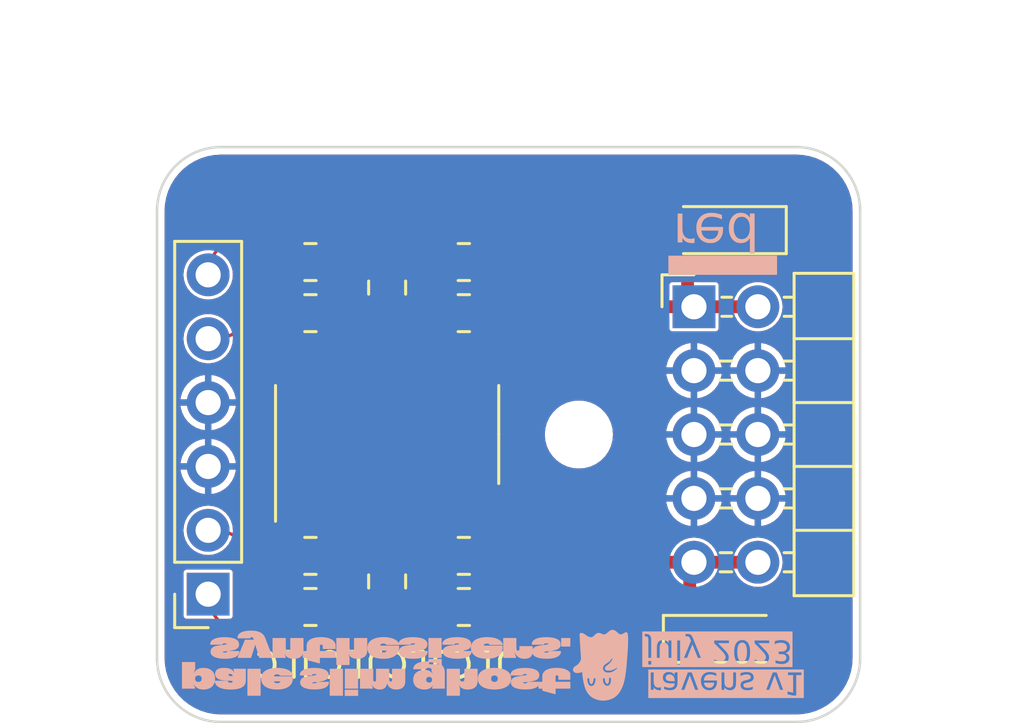
<source format=kicad_pcb>
(kicad_pcb (version 20221018) (generator pcbnew)
  (layers (0 "F.Cu" signal) (31 "B.Cu" signal) (34 "B.Paste" user) (35 "F.Paste" user) (36 "B.SilkS" user "B.Silkscreen") (37 "F.SilkS" user "F.Silkscreen") (38 "B.Mask" user) (39 "F.Mask" user) (44 "Edge.Cuts" user))
  (net 0 "")
  (net 1 "Board_0-+12V")
  (net 2 "Board_0--12V")
  (net 3 "Board_0-Bus A back")
  (net 4 "Board_0-Bus B back")
  (net 5 "Board_0-GND1")
  (net 6 "Board_0-Net-(R10-Pad1)")
  (net 7 "Board_0-Net-(R11-Pad2)")
  (net 8 "Board_0-Net-(R13-Pad1)")
  (net 9 "Board_0-Net-(R14-Pad1)")
  (net 10 "Board_0-Net-(U1A--)")
  (net 11 "Board_0-Net-(U1D--)")
  (net 12 "Board_0-Out A back")
  (net 13 "Board_0-Out B back")
  (footprint "Resistor_SMD:R_0805_2012Metric_Pad1.20x1.40mm_HandSolder" (layer "F.Cu") (at 146.722 36.256 180)
    (fp_text reference "R10" hide)
    (fp_text value "100k" hide)
  )
  (footprint "Connector_PinSocket_2.54mm:PinSocket_1x06_P2.54mm_Vertical" (layer "F.Cu") (at 136.562 37.78 180)
    (fp_text reference "J9" hide)
    (fp_text value "Conn_01x06_Socket")
  )
  (footprint "PCM_kikit:Board" (layer "F.Cu") (at 137.832 20)
    (fp_text reference "B_Main")
    (fp_text value "Board")
  )
  (footprint "Resistor_SMD:R_0805_2012Metric_Pad1.20x1.40mm_HandSolder" (layer "F.Cu") (at 140.626 24.572 180)
    (fp_text reference "R13" hide)
    (fp_text value "1k" hide)
  )
  (footprint "Connector_PinHeader_2.54mm:PinHeader_2x05_P2.54mm_Horizontal" (layer "F.Cu") (at 155.866 26.35)
    (fp_text reference "J1" hide)
    (fp_text value "Conn_02x05_Odd_Even" hide)
  )
  (footprint "Package_SO:SOIC-14_3.9x8.7mm_P1.27mm" (layer "F.Cu") (at 143.674 31.43 90)
    (fp_text reference "U1" hide)
    (fp_text value "TL074" hide)
  )
  (footprint "Capacitor_SMD:C_0805_2012Metric_Pad1.18x1.45mm_HandSolder" (layer "F.Cu") (at 143.674 37.272 -90)
    (fp_text reference "C3" hide)
    (fp_text value "C" hide)
  )
  (footprint "MountingHole:MountingHole_2.2mm_M2" (layer "F.Cu") (at 151.294 31.43 180)
    (fp_text reference "H2" hide)
    (fp_text value "MountingHole" hide)
  )
  (footprint "Resistor_SMD:R_0805_2012Metric_Pad1.20x1.40mm_HandSolder" (layer "F.Cu") (at 146.722 26.604 180)
    (fp_text reference "R14" hide)
    (fp_text value "100k" hide)
  )
  (footprint "Capacitor_Tantalum_SMD:CP_EIA-3216-18_Kemet-A_Pad1.58x1.35mm_HandSolder" (layer "F.Cu") (at 157.0495 23.302 180)
    (fp_text reference "C2" hide)
    (fp_text value "C_Polarized" hide)
  )
  (footprint "Resistor_SMD:R_0805_2012Metric_Pad1.20x1.40mm_HandSolder" (layer "F.Cu") (at 140.626 38.288 180)
    (fp_text reference "R12" hide)
    (fp_text value "1k" hide)
  )
  (footprint "Resistor_SMD:R_0805_2012Metric_Pad1.20x1.40mm_HandSolder" (layer "F.Cu") (at 140.626 26.604 180)
    (fp_text reference "R15" hide)
    (fp_text value "100k" hide)
  )
  (footprint "Capacitor_Tantalum_SMD:CP_EIA-3216-18_Kemet-A_Pad1.58x1.35mm_HandSolder" (layer "F.Cu") (at 157.136 39.558)
    (fp_text reference "C1" hide)
    (fp_text value "C_Polarized" hide)
  )
  (footprint "Resistor_SMD:R_0805_2012Metric_Pad1.20x1.40mm_HandSolder" (layer "F.Cu") (at 140.626 36.256 180)
    (fp_text reference "R11" hide)
    (fp_text value "100k" hide)
  )
  (footprint "Capacitor_SMD:C_0805_2012Metric_Pad1.18x1.45mm_HandSolder" (layer "F.Cu") (at 143.674 25.588 -90)
    (fp_text reference "C4" hide)
    (fp_text value "C" hide)
  )
  (footprint "Resistor_SMD:R_0805_2012Metric_Pad1.20x1.40mm_HandSolder" (layer "F.Cu") (at 146.722 24.572)
    (fp_text reference "R16" hide)
    (fp_text value "100k" hide)
  )
  (footprint "Resistor_SMD:R_0805_2012Metric_Pad1.20x1.40mm_HandSolder" (layer "F.Cu") (at 146.722 38.288)
    (fp_text reference "R9" hide)
    (fp_text value "100k" hide)
  )
  (gr_poly (pts (xy 150.07671 40.326602) (xy 150.136517 40.323296) (xy 150.192756 40.317816) (xy 150.245345 40.310184) (xy 150.2942 40.300426) (xy 150.33924 40.288564) (xy 150.380381 40.274623) (xy 150.417542 40.258627) (xy 150.45064 40.240599) (xy 150.479593 40.220564) (xy 150.504317 40.198544) (xy 150.515068 40.186798) (xy 150.524731 40.174565) (xy 150.533296 40.161848) (xy 150.540753 40.14865) (xy 150.54709 40.134974) (xy 150.552298 40.120823) (xy 150.556367 40.1062) (xy 150.559286 40.091108) (xy 150.561045 40.075549) (xy 150.561634 40.059528) (xy 150.561634 40.058046) (xy 150.109725 40.058046) (xy 150.109725 40.059528) (xy 150.109579 40.063091) (xy 150.109143 40.066559) (xy 150.108425 40.069928) (xy 150.10743 40.073199) (xy 150.106166 40.076369) (xy 150.104637 40.079439) (xy 150.10285 40.082407) (xy 150.100812 40.085272) (xy 150.098529 40.088032) (xy 150.096007 40.090688) (xy 150.093252 40.093237) (xy 150.09027 40.095678) (xy 150.087068 40.098011) (xy 150.083652 40.100235) (xy 150.080028 40.102347) (xy 150.076203 40.104348) (xy 150.072182 40.106236) (xy 150.067972 40.10801) (xy 150.06358 40.10967) (xy 150.05901 40.111212) (xy 150.054271 40.112638) (xy 150.049367 40.113946) (xy 150.044305 40.115134) (xy 150.039092 40.116202) (xy 150.033733 40.117148) (xy 150.028235 40.117971) (xy 150.022604 40.118671) (xy 150.016846 40.119246) (xy 150.010968 40.119695) (xy 150.004976 40.120017) (xy 149.998876 40.120211) (xy 149.992674 40.120276) (xy 149.97762 40.120059) (xy 149.963642 40.119373) (xy 149.95709 40.118838) (xy 149.950846 40.118167) (xy 149.944923 40.117352) (xy 149.939334 40.116387) (xy 149.934092 40.115266) (xy 149.929211 40.113982) (xy 149.924703 40.112529) (xy 149.920582 40.1109) (xy 149.916859 40.109089) (xy 149.91355 40.107089) (xy 149.910665 40.104893) (xy 149.908219 40.102496) (xy 149.907142 40.101368) (xy 149.906135 40.100207) (xy 149.905198 40.099016) (xy 149.90433 40.097796) (xy 149.903531 40.096551) (xy 149.902802 40.095282) (xy 149.902142 40.093991) (xy 149.901552 40.09268) (xy 149.901031 40.091352) (xy 149.900579 40.090009) (xy 149.900197 40.088653) (xy 149.899885 40.087286) (xy 149.899641 40.08591) (xy 149.899468 40.084528) (xy 149.899364 40.083142) (xy 149.899329 40.081753) (xy 149.899391 40.079573) (xy 149.899581 40.077477) (xy 149.899906 40.075461) (xy 149.900374 40.073523) (xy 149.90099 40.071658) (xy 149.901761 40.069863) (xy 149.902694 40.068136) (xy 149.903797 40.066473) (xy 149.905076 40.064871) (xy 149.906537 40.063326) (xy 149.908187 40.061835) (xy 149.910033 40.060396) (xy 149.912083 40.059004) (xy 149.914342 40.057657) (xy 149.916818 40.056351) (xy 149.919517 40.055083) (xy 149.922446 40.053849) (xy 149.925612 40.052648) (xy 149.929021 40.051474) (xy 149.932681 40.050325) (xy 149.936598 40.049198) (xy 149.940779 40.04809) (xy 149.945231 40.046996) (xy 149.94996 40.045915) (xy 149.960279 40.043775) (xy 149.971789 40.041644) (xy 149.984545 40.039495) (xy 149.998601 40.037303) (xy 150.237149 40.007669) (xy 150.276309 40.00115) (xy 150.312691 39.993785) (xy 150.346329 39.985525) (xy 150.377259 39.976323) (xy 150.405515 39.966131) (xy 150.431131 39.954902) (xy 150.454144 39.942588) (xy 150.474586 39.929141) (xy 150.483854 39.921978) (xy 150.492493 39.914513) (xy 150.500507 39.906742) (xy 150.5079 39.898657) (xy 150.514677 39.890253) (xy 150.520841 39.881524) (xy 150.526398 39.872465) (xy 150.531352 39.863068) (xy 150.535707 39.853328) (xy 150.539466 39.84324) (xy 150.542636 39.832796) (xy 150.545219 39.821992) (xy 150.547221 39.810821) (xy 150.548646 39.799278) (xy 150.54978 39.775048) (xy 150.549554 39.764091) (xy 150.548877 39.753439) (xy 150.547749 39.743087) (xy 150.546169 39.733029) (xy 150.544137 39.723256) (xy 150.541654 39.713764) (xy 150.53872 39.704545) (xy 150.535334 39.695593) (xy 150.531497 39.686902) (xy 150.527208 39.678465) (xy 150.522468 39.670274) (xy 150.517277 39.662325) (xy 150.511634 39.654611) (xy 150.505539 39.647124) (xy 150.498993 39.639858) (xy 150.491996 39.632808) (xy 150.484079 39.625277) (xy 150.475613 39.617964) (xy 150.457052 39.603999) (xy 150.436361 39.590924) (xy 150.413583 39.57875) (xy 150.388766 39.567487) (xy 150.361954 39.557147) (xy 150.333193 39.54774) (xy 150.302528 39.539278) (xy 150.270005 39.53177) (xy 150.23567 39.525228) (xy 150.199569 39.519663) (xy 150.161746 39.515085) (xy 150.122248 39.511505) (xy 150.081119 39.508935) (xy 150.038407 39.507385) (xy 149.994155 39.506866) (xy 149.929819 39.507956) (xy 149.869099 39.511207) (xy 149.812069 39.516594) (xy 149.758802 39.524091) (xy 149.709372 39.533671) (xy 149.663854 39.545309) (xy 149.62232 39.558978) (xy 149.584845 39.574652) (xy 149.551503 39.592307) (xy 149.522367 39.611914) (xy 149.49751 39.633449) (xy 149.48671 39.644931) (xy 149.477008 39.656885) (xy 149.468412 39.669308) (xy 149.460933 39.682196) (xy 149.454579 39.695547) (xy 149.44936 39.709357) (xy 149.445284 39.723622) (xy 149.442362 39.73834) (xy 149.440601 39.753508) (xy 149.440013 39.769121) (xy 149.440013 39.770603) (xy 149.888957 39.770603) (xy 149.888957 39.769121) (xy 149.889091 39.76597) (xy 149.889489 39.762906) (xy 149.890147 39.759931) (xy 149.891058 39.757045) (xy 149.89222 39.754249) (xy 149.893626 39.751544) (xy 149.895272 39.748931) (xy 149.897153 39.74641) (xy 149.899264 39.743983) (xy 149.9016 39.741649) (xy 149.904156 39.739411) (xy 149.906928 39.737268) (xy 149.909911 39.735222) (xy 149.913099 39.733274) (xy 149.916488 39.731423) (xy 149.920072 39.729672) (xy 149.923848 39.72802) (xy 149.92781 39.726469) (xy 149.931953 39.72502) (xy 149.936272 39.723673) (xy 149.940763 39.722429) (xy 149.94542 39.721289) (xy 149.950239 39.720253) (xy 149.955215 39.719323) (xy 149.960343 39.7185) (xy 149.965618 39.717783) (xy 149.971035 39.717175) (xy 149.97659 39.716676) (xy 149.982276 39.716286) (xy 149.988091 39.716006) (xy 149.994027 39.715838) (xy 150.000082 39.715781) (xy 150.015689 39.715995) (xy 150.030202 39.716661) (xy 150.03701 39.717174) (xy 150.0435 39.717813) (xy 150.049655 39.718582) (xy 150.05546 39.719485) (xy 150.060901 39.720528) (xy 150.065962 39.721714) (xy 150.070628 39.723047) (xy 150.074884 39.724532) (xy 150.078714 39.726174) (xy 150.082104 39.727976) (xy 150.085038 39.729943) (xy 150.087501 39.732079) (xy 150.088577 39.733208) (xy 150.089584 39.734374) (xy 150.090522 39.735579) (xy 150.09139 39.736825) (xy 150.092189 39.738115) (xy 150.092918 39.73945) (xy 150.093578 39.740833) (xy 150.094168 39.742266) (xy 150.094689 39.743751) (xy 150.09514 39.74529) (xy 150.095522 39.746886) (xy 150.095835 39.74854) (xy 150.096078 39.750255) (xy 150.096252 39.752033) (xy 150.096356 39.753876) (xy 150.096391 39.755786) (xy 150.096316 39.758109) (xy 150.096091 39.760356) (xy 150.09571 39.762529) (xy 150.09517 39.76463) (xy 150.094467 39.766662) (xy 150.093597 39.768626) (xy 150.092558 39.770526) (xy 150.091344 39.772362) (xy 150.089952 39.774138) (xy 150.088378 39.775855) (xy 150.086619 39.777516) (xy 150.084671 39.779122) (xy 150.082529 39.780677) (xy 150.08019 39.782181) (xy 150.077651 39.783638) (xy 150.074907 39.785049) (xy 150.071954 39.786417) (xy 150.06879 39.787743) (xy 150.065409 39.789031) (xy 150.061809 39.790281) (xy 150.057985 39.791497) (xy 150.053934 39.79268) (xy 150.049652 39.793833) (xy 150.045134 39.794958) (xy 150.040378 39.796056) (xy 150.03538 39.797131) (xy 150.02464 39.799217) (xy 150.012884 39.801234) (xy 150.000082 39.803199) (xy 149.725974 39.841723) (xy 149.692879 39.847279) (xy 149.661935 39.853949) (xy 149.63314 39.861735) (xy 149.606491 39.870638) (xy 149.581987 39.880662) (xy 149.559625 39.891807) (xy 149.539403 39.904077) (xy 149.521318 39.917473) (xy 149.513077 39.924594) (xy 149.50537 39.931998) (xy 149.498196 39.939684) (xy 149.491555 39.947653) (xy 149.485447 39.955906) (xy 149.479871 39.964442) (xy 149.474828 39.973262) (xy 149.470317 39.982365) (xy 149.466337 39.991754) (xy 149.462889 40.001426) (xy 149.459972 40.011384) (xy 149.457587 40.021627) (xy 149.455731 40.032155) (xy 149.454407 40.042969) (xy 149.453347 40.065454) (xy 149.453573 40.075369) (xy 149.45425 40.085107) (xy 149.455379 40.094667) (xy 149.456959 40.104047) (xy 149.45899 40.113245) (xy 149.461473 40.122258) (xy 149.464408 40.131085) (xy 149.467794 40.139723) (xy 149.471631 40.14817) (xy 149.47592 40.156424) (xy 149.48066 40.164482) (xy 149.485851 40.172343) (xy 149.491494 40.180004) (xy 149.497589 40.187463) (xy 149.504135 40.194719) (xy 149.511132 40.201768) (xy 149.519053 40.209299) (xy 149.527533 40.216612) (xy 149.546145 40.230576) (xy 149.566924 40.243651) (xy 149.589822 40.255825) (xy 149.614796 40.267088) (xy 149.641799 40.277428) (xy 149.670786 40.286835) (xy 149.701711 40.295298) (xy 149.734529 40.302806) (xy 149.769194 40.309348) (xy 149.80566 40.314913) (xy 149.843882 40.319491) (xy 149.883814 40.32307) (xy 149.925411 40.32564) (xy 149.968628 40.32719) (xy 150.013417 40.327709)) (stroke (width 0.037041)) (fill solid) (layer "B.SilkS"))
  (gr_poly (pts (xy 142.504331 41.597498) (xy 142.007973 41.597498) (xy 142.007973 41.806413) (xy 142.504331 41.806413)) (stroke (width 0.037041)) (fill solid) (layer "B.SilkS"))
  (gr_poly (pts (xy 138.417895 39.778011) (xy 138.44901 39.778011) (xy 138.606066 40.295113) (xy 139.10687 40.295113) (xy 138.810536 39.520201) (xy 138.803581 39.503641) (xy 138.796047 39.487578) (xy 138.787927 39.472014) (xy 138.779216 39.45695) (xy 138.769907 39.442388) (xy 138.759993 39.428331) (xy 138.749469 39.41478) (xy 138.738328 39.401737) (xy 138.726565 39.389205) (xy 138.714172 39.377184) (xy 138.701144 39.365677) (xy 138.687474 39.354686) (xy 138.673157 39.344212) (xy 138.658185 39.334258) (xy 138.642553 39.324826) (xy 138.626254 39.315916) (xy 138.609283 39.307532) (xy 138.591632 39.299676) (xy 138.573296 39.292348) (xy 138.554269 39.285551) (xy 138.534544 39.279287) (xy 138.514114 39.273558) (xy 138.492975 39.268365) (xy 138.471119 39.263711) (xy 138.44854 39.259597) (xy 138.425232 39.256026) (xy 138.401189 39.252999) (xy 138.376405 39.250518) (xy 138.350873 39.248585) (xy 138.324587 39.247202) (xy 138.297541 39.24637) (xy 138.269728 39.246093) (xy 138.213116 39.2471) (xy 138.158962 39.250118) (xy 138.107429 39.255147) (xy 138.058683 39.262183) (xy 138.012889 39.271224) (xy 137.970211 39.282269) (xy 137.930815 39.295315) (xy 137.894866 39.31036) (xy 137.862529 39.327402) (xy 137.833967 39.346438) (xy 137.809348 39.367467) (xy 137.798568 39.378728) (xy 137.788834 39.390486) (xy 137.780169 39.402741) (xy 137.772593 39.415493) (xy 137.766125 39.428742) (xy 137.760787 39.442486) (xy 137.756599 39.456727) (xy 137.753583 39.471463) (xy 137.751758 39.486695) (xy 137.751145 39.502421) (xy 137.751145 39.517238) (xy 138.225278 39.517238) (xy 138.225278 39.509829) (xy 138.225347 39.507633) (xy 138.225553 39.50549) (xy 138.225895 39.503401) (xy 138.226369 39.501368) (xy 138.226975 39.499391) (xy 138.22771 39.497471) (xy 138.228573 39.49561) (xy 138.229561 39.493809) (xy 138.230673 39.492068) (xy 138.231907 39.49039) (xy 138.233261 39.488774) (xy 138.234732 39.487222) (xy 138.23632 39.485736) (xy 138.238022 39.484315) (xy 138.239837 39.482962) (xy 138.241762 39.481678) (xy 138.243795 39.480462) (xy 138.245935 39.479318) (xy 138.24818 39.478245) (xy 138.250527 39.477244) (xy 138.252976 39.476318) (xy 138.255523 39.475466) (xy 138.258168 39.47469) (xy 138.260908 39.473992) (xy 138.263741 39.473371) (xy 138.266665 39.47283) (xy 138.269679 39.472369) (xy 138.272781 39.471989) (xy 138.275969 39.471692) (xy 138.27924 39.471478) (xy 138.282593 39.471349) (xy 138.286026 39.471306) (xy 138.293943 39.471517) (xy 138.301575 39.472163) (xy 138.308917 39.473259) (xy 138.315961 39.474825) (xy 138.322701 39.476877) (xy 138.329131 39.479432) (xy 138.332227 39.480904) (xy 138.335244 39.482508) (xy 138.338179 39.484247) (xy 138.341033 39.486123) (xy 138.343805 39.488137) (xy 138.346493 39.490293) (xy 138.349097 39.492592) (xy 138.351616 39.495036) (xy 138.35405 39.497628) (xy 138.356397 39.500369) (xy 138.358656 39.503263) (xy 138.360827 39.50631) (xy 138.36291 39.509514) (xy 138.364902 39.512877) (xy 138.366804 39.5164) (xy 138.368615 39.520085) (xy 138.370333 39.523936) (xy 138.371958 39.527954) (xy 138.374927 39.536499) (xy 138.397151 39.607619) (xy 138.035625 39.607619) (xy 137.752626 40.295113) (xy 138.254911 40.295113)) (stroke (width 0.037041)) (fill solid) (layer "B.SilkS"))
  (gr_poly (pts (xy 142.501368 40.761838) (xy 142.012418 40.761838) (xy 142.012418 41.517488) (xy 142.501368 41.517488)) (stroke (width 0.037041)) (fill solid) (layer "B.SilkS"))
  (gr_poly (pts (xy 141.899811 40.761838) (xy 141.410861 40.761838) (xy 141.410861 41.799004) (xy 141.899811 41.799004)) (stroke (width 0.037041)) (fill solid) (layer "B.SilkS"))
  (gr_poly (pts (xy 146.525155 40.326602) (xy 146.584962 40.323296) (xy 146.641201 40.317816) (xy 146.69379 40.310184) (xy 146.742645 40.300426) (xy 146.787684 40.288564) (xy 146.828826 40.274623) (xy 146.865987 40.258627) (xy 146.899085 40.240599) (xy 146.928038 40.220564) (xy 146.952762 40.198544) (xy 146.963513 40.186798) (xy 146.973176 40.174565) (xy 146.981741 40.161848) (xy 146.989198 40.14865) (xy 146.995535 40.134974) (xy 147.000744 40.120823) (xy 147.004813 40.1062) (xy 147.007732 40.091108) (xy 147.009491 40.075549) (xy 147.010079 40.059528) (xy 147.010079 40.058046) (xy 146.558172 40.058046) (xy 146.558172 40.059528) (xy 146.558025 40.063091) (xy 146.557589 40.066559) (xy 146.556871 40.069928) (xy 146.555877 40.073199) (xy 146.554612 40.076369) (xy 146.553083 40.079439) (xy 146.551296 40.082407) (xy 146.549258 40.085272) (xy 146.546975 40.088032) (xy 146.544452 40.090688) (xy 146.541697 40.093237) (xy 146.538716 40.095678) (xy 146.535514 40.098011) (xy 146.532098 40.100235) (xy 146.528474 40.102347) (xy 146.524648 40.104348) (xy 146.520628 40.106236) (xy 146.516418 40.10801) (xy 146.512025 40.10967) (xy 146.507456 40.111212) (xy 146.502716 40.112638) (xy 146.497812 40.113946) (xy 146.492751 40.115134) (xy 146.487537 40.116202) (xy 146.482179 40.117148) (xy 146.476681 40.117971) (xy 146.47105 40.118671) (xy 146.465292 40.119246) (xy 146.459414 40.119695) (xy 146.453422 40.120017) (xy 146.447322 40.120211) (xy 146.44112 40.120276) (xy 146.426066 40.120059) (xy 146.412088 40.119373) (xy 146.405535 40.118838) (xy 146.399291 40.118167) (xy 146.393368 40.117352) (xy 146.387779 40.116387) (xy 146.382538 40.115266) (xy 146.377656 40.113982) (xy 146.373148 40.112529) (xy 146.369027 40.1109) (xy 146.365305 40.109089) (xy 146.361995 40.107089) (xy 146.359111 40.104893) (xy 146.356665 40.102496) (xy 146.355589 40.101368) (xy 146.354581 40.100207) (xy 146.353644 40.099016) (xy 146.352775 40.097796) (xy 146.351977 40.096551) (xy 146.351247 40.095282) (xy 146.350587 40.093991) (xy 146.349997 40.09268) (xy 146.349476 40.091352) (xy 146.349025 40.090009) (xy 146.348642 40.088653) (xy 146.34833 40.087286) (xy 146.348087 40.08591) (xy 146.347913 40.084528) (xy 146.347809 40.083142) (xy 146.347774 40.081753) (xy 146.347836 40.079573) (xy 146.348026 40.077477) (xy 146.348352 40.075461) (xy 146.348819 40.073523) (xy 146.349435 40.071658) (xy 146.350206 40.069863) (xy 146.35114 40.068136) (xy 146.352242 40.066473) (xy 146.353521 40.064871) (xy 146.354982 40.063326) (xy 146.356632 40.061835) (xy 146.358479 40.060396) (xy 146.360528 40.059004) (xy 146.362787 40.057657) (xy 146.365263 40.056351) (xy 146.367962 40.055083) (xy 146.370891 40.053849) (xy 146.374057 40.052648) (xy 146.377466 40.051474) (xy 146.381126 40.050325) (xy 146.385043 40.049198) (xy 146.389224 40.04809) (xy 146.393676 40.046996) (xy 146.398406 40.045915) (xy 146.408724 40.043775) (xy 146.420235 40.041644) (xy 146.432991 40.039495) (xy 146.447047 40.037303) (xy 146.685593 40.007669) (xy 146.724754 40.00115) (xy 146.761136 39.993785) (xy 146.794774 39.985525) (xy 146.825704 39.976323) (xy 146.85396 39.966131) (xy 146.879576 39.954902) (xy 146.902589 39.942588) (xy 146.923031 39.929141) (xy 146.932299 39.921978) (xy 146.940938 39.914513) (xy 146.948952 39.906742) (xy 146.956345 39.898657) (xy 146.963122 39.890253) (xy 146.969287 39.881524) (xy 146.974844 39.872465) (xy 146.979797 39.863068) (xy 146.984152 39.853328) (xy 146.987912 39.84324) (xy 146.991081 39.832796) (xy 146.993665 39.821992) (xy 146.995666 39.810821) (xy 146.997091 39.799278) (xy 146.998225 39.775048) (xy 146.998 39.764091) (xy 146.997322 39.753439) (xy 146.996194 39.743087) (xy 146.994614 39.733029) (xy 146.992582 39.723256) (xy 146.990099 39.713764) (xy 146.987165 39.704545) (xy 146.983779 39.695593) (xy 146.979942 39.686902) (xy 146.975653 39.678465) (xy 146.970913 39.670274) (xy 146.965721 39.662325) (xy 146.960078 39.654611) (xy 146.953984 39.647124) (xy 146.947438 39.639858) (xy 146.94044 39.632808) (xy 146.932524 39.625277) (xy 146.924057 39.617964) (xy 146.905497 39.603999) (xy 146.884806 39.590924) (xy 146.862028 39.57875) (xy 146.837211 39.567487) (xy 146.810399 39.557147) (xy 146.781638 39.54774) (xy 146.750973 39.539278) (xy 146.71845 39.53177) (xy 146.684116 39.525228) (xy 146.648014 39.519663) (xy 146.610191 39.515085) (xy 146.570693 39.511505) (xy 146.529565 39.508935) (xy 146.486852 39.507385) (xy 146.4426 39.506866) (xy 146.378264 39.507956) (xy 146.317544 39.511207) (xy 146.260514 39.516594) (xy 146.207247 39.524091) (xy 146.157818 39.533671) (xy 146.112299 39.545309) (xy 146.070766 39.558978) (xy 146.033291 39.574652) (xy 145.999948 39.592307) (xy 145.970812 39.611914) (xy 145.945956 39.633449) (xy 145.935156 39.644931) (xy 145.925453 39.656885) (xy 145.916858 39.669308) (xy 145.909378 39.682196) (xy 145.903024 39.695547) (xy 145.897805 39.709357) (xy 145.89373 39.723622) (xy 145.890807 39.73834) (xy 145.889047 39.753508) (xy 145.888458 39.769121) (xy 145.888458 39.770603) (xy 146.337403 39.770603) (xy 146.337403 39.769121) (xy 146.337537 39.76597) (xy 146.337935 39.762906) (xy 146.338592 39.759931) (xy 146.339504 39.757045) (xy 146.340665 39.754249) (xy 146.342071 39.751544) (xy 146.343717 39.748931) (xy 146.345598 39.74641) (xy 146.347709 39.743983) (xy 146.350045 39.741649) (xy 146.352602 39.739411) (xy 146.355374 39.737268) (xy 146.358356 39.735222) (xy 146.361544 39.733274) (xy 146.364933 39.731423) (xy 146.368518 39.729672) (xy 146.372294 39.72802) (xy 146.376255 39.726469) (xy 146.380398 39.72502) (xy 146.384718 39.723673) (xy 146.389209 39.722429) (xy 146.393866 39.721289) (xy 146.398685 39.720253) (xy 146.403661 39.719323) (xy 146.408789 39.7185) (xy 146.414064 39.717783) (xy 146.419481 39.717175) (xy 146.425035 39.716676) (xy 146.430722 39.716286) (xy 146.436536 39.716006) (xy 146.442473 39.715838) (xy 146.448527 39.715781) (xy 146.464134 39.715995) (xy 146.478647 39.716661) (xy 146.485455 39.717174) (xy 146.491944 39.717813) (xy 146.498099 39.718582) (xy 146.503905 39.719485) (xy 146.509345 39.720528) (xy 146.514407 39.721714) (xy 146.519073 39.723047) (xy 146.523328 39.724532) (xy 146.527159 39.726174) (xy 146.530549 39.727976) (xy 146.533483 39.729943) (xy 146.535946 39.732079) (xy 146.537023 39.733208) (xy 146.53803 39.734374) (xy 146.538967 39.735579) (xy 146.539836 39.736825) (xy 146.540634 39.738115) (xy 146.541364 39.73945) (xy 146.542023 39.740833) (xy 146.542614 39.742266) (xy 146.543135 39.743751) (xy 146.543586 39.74529) (xy 146.543968 39.746886) (xy 146.544281 39.74854) (xy 146.544524 39.750255) (xy 146.544697 39.752033) (xy 146.544801 39.753876) (xy 146.544836 39.755786) (xy 146.544762 39.758109) (xy 146.544536 39.760356) (xy 146.544155 39.762529) (xy 146.543615 39.76463) (xy 146.542912 39.766662) (xy 146.542043 39.768626) (xy 146.541003 39.770526) (xy 146.539789 39.772362) (xy 146.538397 39.774138) (xy 146.536824 39.775855) (xy 146.535064 39.777516) (xy 146.533116 39.779122) (xy 146.530974 39.780677) (xy 146.528635 39.782181) (xy 146.526096 39.783638) (xy 146.523352 39.785049) (xy 146.520399 39.786417) (xy 146.517235 39.787743) (xy 146.513854 39.789031) (xy 146.510254 39.790281) (xy 146.50643 39.791497) (xy 146.502379 39.79268) (xy 146.498097 39.793833) (xy 146.49358 39.794958) (xy 146.488823 39.796056) (xy 146.483825 39.797131) (xy 146.473085 39.799217) (xy 146.461329 39.801234) (xy 146.448527 39.803199) (xy 146.174419 39.841723) (xy 146.141324 39.847279) (xy 146.11038 39.853949) (xy 146.081585 39.861735) (xy 146.054937 39.870638) (xy 146.030432 39.880662) (xy 146.00807 39.891807) (xy 145.987848 39.904077) (xy 145.969764 39.917473) (xy 145.961523 39.924594) (xy 145.953816 39.931998) (xy 145.946642 39.939684) (xy 145.940001 39.947653) (xy 145.933893 39.955906) (xy 145.928317 39.964442) (xy 145.923274 39.973262) (xy 145.918763 39.982365) (xy 145.914783 39.991754) (xy 145.911335 40.001426) (xy 145.908419 40.011384) (xy 145.906033 40.021627) (xy 145.904178 40.032155) (xy 145.902853 40.042969) (xy 145.901793 40.065454) (xy 145.902019 40.075369) (xy 145.902696 40.085107) (xy 145.903825 40.094667) (xy 145.905405 40.104047) (xy 145.907436 40.113245) (xy 145.909919 40.122258) (xy 145.912854 40.131085) (xy 145.916239 40.139723) (xy 145.920077 40.14817) (xy 145.924365 40.156424) (xy 145.929106 40.164482) (xy 145.934297 40.172343) (xy 145.93994 40.180004) (xy 145.946035 40.187463) (xy 145.952581 40.194719) (xy 145.959578 40.201768) (xy 145.967499 40.209299) (xy 145.975979 40.216612) (xy 145.994591 40.230576) (xy 146.015369 40.243651) (xy 146.038268 40.255825) (xy 146.063242 40.267088) (xy 146.090245 40.277428) (xy 146.119232 40.286835) (xy 146.150157 40.295298) (xy 146.182975 40.302806) (xy 146.21764 40.309348) (xy 146.254106 40.314913) (xy 146.292328 40.319491) (xy 146.33226 40.32307) (xy 146.373857 40.32564) (xy 146.417073 40.32719) (xy 146.461863 40.327709)) (stroke (width 0.037041)) (fill solid) (layer "B.SilkS"))
  (gr_poly (pts (xy 143.596466 40.327475) (xy 143.661275 40.322341) (xy 143.722464 40.313808) (xy 143.779907 40.301896) (xy 143.833478 40.286624) (xy 143.883051 40.268012) (xy 143.9285 40.246078) (xy 143.949639 40.233873) (xy 143.969699 40.220844) (xy 143.988666 40.206995) (xy 144.006523 40.192328) (xy 144.023255 40.176846) (xy 144.038846 40.16055) (xy 144.05328 40.143444) (xy 144.066541 40.12553) (xy 144.078614 40.106809) (xy 144.089483 40.087286) (xy 144.099132 40.066961) (xy 144.107546 40.045839) (xy 144.114708 40.02392) (xy 144.120604 40.001207) (xy 144.125216 39.977704) (xy 144.128531 39.953412) (xy 144.130531 39.928333) (xy 144.131201 39.902471) (xy 144.131201 39.841723) (xy 143.374069 39.841723) (xy 143.374954 39.836774) (xy 143.375942 39.83193) (xy 143.377029 39.82719) (xy 143.378213 39.822554) (xy 143.379494 39.818022) (xy 143.380867 39.813594) (xy 143.382332 39.809271) (xy 143.383885 39.805052) (xy 143.385526 39.800936) (xy 143.387251 39.796926) (xy 143.389059 39.793019) (xy 143.390947 39.789216) (xy 143.392913 39.785518) (xy 143.394955 39.781924) (xy 143.397071 39.778434) (xy 143.399258 39.775048) (xy 143.401663 39.771905) (xy 143.404156 39.768866) (xy 143.406738 39.765931) (xy 143.40941 39.763099) (xy 143.412173 39.76037) (xy 143.415028 39.757744) (xy 143.417977 39.755221) (xy 143.42102 39.7528) (xy 143.424158 39.75048) (xy 143.427393 39.748263) (xy 143.430726 39.746147) (xy 143.434158 39.744132) (xy 143.437689 39.742219) (xy 143.441322 39.740405) (xy 143.445056 39.738693) (xy 143.448893 39.73708) (xy 143.456882 39.734154) (xy 143.465296 39.731625) (xy 143.474144 39.729491) (xy 143.483435 39.72775) (xy 143.493177 39.7264) (xy 143.503379 39.725438) (xy 143.51405 39.724863) (xy 143.525199 39.724671) (xy 143.536364 39.724913) (xy 143.547083 39.725632) (xy 143.557358 39.72682) (xy 143.567195 39.728468) (xy 143.576598 39.730568) (xy 143.585571 39.73311) (xy 143.594119 39.736086) (xy 143.602246 39.739488) (xy 143.609956 39.743306) (xy 143.617254 39.747533) (xy 143.624143 39.752159) (xy 143.630629 39.757175) (xy 143.636716 39.762574) (xy 143.642407 39.768346) (xy 143.647708 39.774482) (xy 143.652622 39.780975) (xy 144.135646 39.780975) (xy 144.131343 39.765323) (xy 144.125943 39.750044) (xy 144.119461 39.735146) (xy 144.111913 39.720637) (xy 144.103314 39.706525) (xy 144.093678 39.692819) (xy 144.08302 39.679526) (xy 144.071356 39.666655) (xy 144.058699 39.654213) (xy 144.045066 39.642209) (xy 144.030471 39.630652) (xy 144.014928 39.619548) (xy 143.998453 39.608907) (xy 143.981061 39.598736) (xy 143.962767 39.589044) (xy 143.943585 39.579838) (xy 143.923531 39.571128) (xy 143.902619 39.56292) (xy 143.880864 39.555223) (xy 143.858282 39.548046) (xy 143.834887 39.541396) (xy 143.810694 39.535282) (xy 143.785718 39.529711) (xy 143.759974 39.524692) (xy 143.733477 39.520234) (xy 143.706242 39.516343) (xy 143.678283 39.513028) (xy 143.649616 39.510298) (xy 143.620255 39.508161) (xy 143.590216 39.506624) (xy 143.559514 39.505696) (xy 143.528162 39.505384) (xy 143.479664 39.506232) (xy 143.432569 39.508762) (xy 143.386963 39.512954) (xy 143.342931 39.518789) (xy 143.300557 39.526248) (xy 143.259926 39.53531) (xy 143.221122 39.545957) (xy 143.184231 39.558169) (xy 143.149336 39.571926) (xy 143.116523 39.587209) (xy 143.085875 39.603998) (xy 143.057479 39.622274) (xy 143.031418 39.642017) (xy 143.007777 39.663208) (xy 142.98664 39.685827) (xy 142.968093 39.709854) (xy 142.961062 39.720567) (xy 142.954422 39.73159) (xy 142.948182 39.742922) (xy 142.942349 39.754559) (xy 142.936933 39.7665) (xy 142.931942 39.778743) (xy 142.927386 39.791286) (xy 142.923272 39.804125) (xy 142.91961 39.81726) (xy 142.916408 39.830688) (xy 142.913675 39.844407) (xy 142.911419 39.858415) (xy 142.90965 39.872709) (xy 142.908375 39.887287) (xy 142.907604 39.902147) (xy 142.907345 39.917288) (xy 142.907604 39.932167) (xy 142.908375 39.946797) (xy 142.90965 39.96117) (xy 142.911419 39.975281) (xy 142.913675 39.989123) (xy 142.916408 40.002689) (xy 142.916894 40.004706) (xy 143.375551 40.004706) (xy 143.671884 40.004706) (xy 143.671611 40.010757) (xy 143.671068 40.016681) (xy 143.670255 40.022475) (xy 143.669173 40.028135) (xy 143.66782 40.033656) (xy 143.666197 40.039033) (xy 143.664303 40.044263) (xy 143.662138 40.049341) (xy 143.659701 40.054263) (xy 143.656993 40.059024) (xy 143.654014 40.06362) (xy 143.650762 40.068047) (xy 143.647237 40.072301) (xy 143.643441 40.076376) (xy 143.639371 40.080269) (xy 143.635028 40.083975) (xy 143.630411 40.087491) (xy 143.625521 40.090811) (xy 143.620357 40.093931) (xy 143.614918 40.096847) (xy 143.609205 40.099555) (xy 143.603217 40.10205) (xy 143.596954 40.104329) (xy 143.590416 40.106385) (xy 143.583602 40.108217) (xy 143.576512 40.109818) (xy 143.569146 40.111184) (xy 143.561503 40.112312) (xy 143.553584 40.113197) (xy 143.545387 40.113834) (xy 143.536914 40.11422) (xy 143.528162 40.114349) (xy 143.516231 40.114157) (xy 143.504876 40.113577) (xy 143.49408 40.112601) (xy 143.483828 40.111224) (xy 143.474107 40.109439) (xy 143.4649 40.107239) (xy 143.456192 40.104618) (xy 143.447968 40.10157) (xy 143.440212 40.098088) (xy 143.432911 40.094165) (xy 143.426047 40.089794) (xy 143.419607 40.084971) (xy 143.413576 40.079687) (xy 143.407936 40.073936) (xy 143.402675 40.067713) (xy 143.397776 40.061009) (xy 143.395866 40.057935) (xy 143.394026 40.054822) (xy 143.392254 40.051666) (xy 143.390553 40.048462) (xy 143.388921 40.045205) (xy 143.387358 40.041892) (xy 143.385865 40.038519) (xy 143.384441 40.03508) (xy 143.383087 40.031572) (xy 143.381802 40.02799) (xy 143.380586 40.02433) (xy 143.379441 40.020588) (xy 143.378364 40.016758) (xy 143.377357 40.012838) (xy 143.376419 40.008822) (xy 143.375551 40.004706) (xy 142.916894 40.004706) (xy 142.91961 40.015973) (xy 142.923272 40.028968) (xy 142.927386 40.041669) (xy 142.931942 40.054067) (xy 142.936933 40.066157) (xy 142.942349 40.077933) (xy 142.948182 40.089387) (xy 142.954422 40.100514) (xy 142.961062 40.111306) (xy 142.968093 40.121758) (xy 142.976996 40.134085) (xy 142.986477 40.146063) (xy 142.996536 40.157688) (xy 143.007169 40.168957) (xy 143.018374 40.179868) (xy 143.030148 40.190419) (xy 143.042489 40.200606) (xy 143.055395 40.210426) (xy 143.068863 40.219878) (xy 143.082891 40.228958) (xy 143.097476 40.237664) (xy 143.112616 40.245992) (xy 143.128308 40.253941) (xy 143.14455 40.261507) (xy 143.178675 40.275481) (xy 143.214969 40.287892) (xy 143.253415 40.298719) (xy 143.293992 40.307939) (xy 143.33668 40.315532) (xy 143.381461 40.321475) (xy 143.428315 40.325747) (xy 143.477222 40.328327) (xy 143.528162 40.329191)) (stroke (width 0.037041)) (fill solid) (layer "B.SilkS"))
  (gr_poly (pts (xy 145.194302 41.550647) (xy 145.224877 41.547897) (xy 145.254162 41.543323) (xy 145.282155 41.536935) (xy 145.308855 41.528741) (xy 145.33426 41.518749) (xy 145.358366 41.50697) (xy 145.381172 41.493411) (xy 145.402676 41.47808) (xy 145.422876 41.460988) (xy 145.441769 41.442141) (xy 145.459353 41.42155) (xy 145.475626 41.399222) (xy 145.490587 41.375167) (xy 145.504232 41.349392) (xy 145.516559 41.321908) (xy 145.555083 41.321908) (xy 145.469146 41.517488) (xy 145.947724 41.517488) (xy 145.947724 40.902596) (xy 145.947125 40.875539) (xy 145.945325 40.849375) (xy 145.942322 40.8241) (xy 145.938114 40.799713) (xy 145.932698 40.776211) (xy 145.926071 40.753593) (xy 145.918232 40.731856) (xy 145.909178 40.710998) (xy 145.898906 40.691017) (xy 145.887414 40.67191) (xy 145.8747 40.653676) (xy 145.860761 40.636313) (xy 145.845594 40.619817) (xy 145.829197 40.604188) (xy 145.811569 40.589422) (xy 145.804264 40.584038) (xy 145.328387 40.584038) (xy 145.328387 40.468627) (xy 145.320979 40.468468) (xy 145.251002 40.469626) (xy 145.185519 40.473083) (xy 145.124513 40.478811) (xy 145.067962 40.48678) (xy 145.015847 40.496963) (xy 144.968149 40.509332) (xy 144.924848 40.523858) (xy 144.885925 40.540514) (xy 144.85136 40.55927) (xy 144.821134 40.580099) (xy 144.795227 40.602973) (xy 144.773619 40.627863) (xy 144.764422 40.641055) (xy 144.756292 40.654741) (xy 144.749227 40.668916) (xy 144.743225 40.683579) (xy 144.734399 40.714348) (xy 144.729794 40.747021) (xy 145.211336 40.747021) (xy 145.211983 40.743861) (xy 145.212814 40.740773) (xy 145.213829 40.737758) (xy 145.215031 40.734818) (xy 145.216421 40.731955) (xy 145.218 40.729171) (xy 145.21977 40.726467) (xy 145.221731 40.723847) (xy 145.223885 40.721311) (xy 145.226234 40.718862) (xy 145.228779 40.716501) (xy 145.231521 40.714231) (xy 145.234461 40.712052) (xy 145.237602 40.709968) (xy 145.240944 40.70798) (xy 145.244488 40.70609) (xy 145.248237 40.7043) (xy 145.252191 40.702611) (xy 145.256351 40.701026) (xy 145.26072 40.699547) (xy 145.265298 40.698175) (xy 145.270087 40.696912) (xy 145.275088 40.695761) (xy 145.280303 40.694723) (xy 145.285733 40.6938) (xy 145.291378 40.692993) (xy 145.297242 40.692306) (xy 145.303324 40.691739) (xy 145.309627 40.691295) (xy 145.316151 40.690976) (xy 145.322898 40.690782) (xy 145.32987 40.690718) (xy 145.344486 40.691117) (xy 145.358317 40.692315) (xy 145.37134 40.694312) (xy 145.383534 40.697107) (xy 145.389314 40.698805) (xy 145.394877 40.700702) (xy 145.400223 40.702798) (xy 145.405348 40.705094) (xy 145.41025 40.70759) (xy 145.414925 40.710286) (xy 145.419371 40.713181) (xy 145.423585 40.716276) (xy 145.427565 40.719571) (xy 145.431308 40.723066) (xy 145.434811 40.72676) (xy 145.438072 40.730653) (xy 145.441087 40.734747) (xy 145.443855 40.73904) (xy 145.446371 40.743533) (xy 145.448635 40.748225) (xy 145.450642 40.753117) (xy 145.45239 40.758209) (xy 145.453877 40.7635) (xy 145.455099 40.768991) (xy 145.456055 40.774682) (xy 145.456741 40.780573) (xy 145.457154 40.786663) (xy 145.457293 40.792953) (xy 145.457293 40.838884) (xy 145.555083 41.037428) (xy 145.516559 41.037428) (xy 145.51056 41.023607) (xy 145.504232 41.010204) (xy 145.497574 40.99722) (xy 145.490587 40.984658) (xy 145.483271 40.972517) (xy 145.475626 40.9608) (xy 145.467654 40.949508) (xy 145.459353 40.938642) (xy 145.450725 40.928204) (xy 145.441769 40.918194) (xy 145.432486 40.908615) (xy 145.422876 40.899468) (xy 145.412939 40.890753) (xy 145.402676 40.882473) (xy 145.392087 40.874629) (xy 145.381172 40.867221) (xy 145.369932 40.860252) (xy 145.358366 40.853723) (xy 145.346475 40.847635) (xy 145.33426 40.84199) (xy 145.32172 40.836788) (xy 145.308855 40.832031) (xy 145.295667 40.827721) (xy 145.282155 40.823859) (xy 145.26832 40.820447) (xy 145.254162 40.817485) (xy 145.23968 40.814974) (xy 145.224877 40.812918) (xy 145.20975 40.811316) (xy 145.194302 40.810169) (xy 145.178532 40.809481) (xy 145.162441 40.809251) (xy 145.131177 40.809924) (xy 145.100758 40.811928) (xy 145.071228 40.815238) (xy 145.042634 40.819831) (xy 145.015021 40.825683) (xy 144.988435 40.83277) (xy 144.96292 40.841067) (xy 144.938524 40.850553) (xy 144.915291 40.861201) (xy 144.893266 40.872989) (xy 144.872497 40.885892) (xy 144.853027 40.899887) (xy 144.834903 40.91495) (xy 144.81817 40.931057) (xy 144.802874 40.948184) (xy 144.789061 40.966308) (xy 144.781786 40.977299) (xy 144.774965 40.988602) (xy 144.7686 41.000218) (xy 144.762692 41.012147) (xy 144.757245 41.024388) (xy 144.75226 41.036942) (xy 144.747739 41.049808) (xy 144.743685 41.062986) (xy 144.7401 41.076478) (xy 144.736986 41.090282) (xy 144.734345 41.104398) (xy 144.732179 41.118827) (xy 144.730491 41.133568) (xy 144.729282 41.148622) (xy 144.728556 41.163989) (xy 144.728313 41.179668) (xy 145.208373 41.179668) (xy 145.20846 41.174391) (xy 145.20872 41.169122) (xy 145.209154 41.163872) (xy 145.209762 41.158647) (xy 145.210543 41.153456) (xy 145.211498 41.14831) (xy 145.212627 41.143215) (xy 145.213929 41.138181) (xy 145.215405 41.133217) (xy 145.217054 41.12833) (xy 145.218877 41.123531) (xy 145.220874 41.118827) (xy 145.223044 41.114227) (xy 145.225388 41.10974) (xy 145.227906 41.105375) (xy 145.230597 41.101139) (xy 145.235215 41.095185) (xy 145.240173 41.089552) (xy 145.245466 41.084249) (xy 145.251086 41.079285) (xy 145.257028 41.074668) (xy 145.263284 41.070406) (xy 145.269848 41.06651) (xy 145.276714 41.062987) (xy 145.283876 41.059845) (xy 145.291325 41.057095) (xy 145.299057 41.054743) (xy 145.307065 41.0528) (xy 145.315342 41.051274) (xy 145.323881 41.050172) (xy 145.332677 41.049505) (xy 145.341722 41.049281) (xy 145.351028 41.049505) (xy 145.360052 41.050172) (xy 145.368789 41.051274) (xy 145.377236 41.0528) (xy 145.385388 41.054743) (xy 145.393239 41.057095) (xy 145.400787 41.059845) (xy 145.408027 41.062987) (xy 145.414955 41.06651) (xy 145.421565 41.070406) (xy 145.427854 41.074668) (xy 145.433818 41.079285) (xy 145.439451 41.084249) (xy 145.44475 41.089552) (xy 145.449711 41.095185) (xy 145.454329 41.101139) (xy 145.45702 41.105375) (xy 145.459538 41.10974) (xy 145.461882 41.114227) (xy 145.464052 41.118827) (xy 145.466049 41.123531) (xy 145.467872 41.12833) (xy 145.469522 41.133217) (xy 145.470998 41.138181) (xy 145.4723 41.143215) (xy 145.473429 41.14831) (xy 145.474384 41.153456) (xy 145.475165 41.158647) (xy 145.475773 41.163872) (xy 145.476207 41.169122) (xy 145.476467 41.174391) (xy 145.476554 41.179668) (xy 145.476467 41.185206) (xy 145.476207 41.190702) (xy 145.475773 41.196151) (xy 145.475165 41.201545) (xy 145.474384 41.206879) (xy 145.473429 41.212146) (xy 145.4723 41.217338) (xy 145.470998 41.222451) (xy 145.469522 41.227476) (xy 145.467872 41.232409) (xy 145.466049 41.237241) (xy 145.464052 41.241967) (xy 145.461882 41.24658) (xy 145.459538 41.251074) (xy 145.45702 41.255442) (xy 145.454329 41.259678) (xy 145.449711 41.265632) (xy 145.44475 41.271265) (xy 145.439451 41.276568) (xy 145.433818 41.281532) (xy 145.427854 41.28615) (xy 145.421565 41.290411) (xy 145.414955 41.294307) (xy 145.408027 41.297831) (xy 145.400787 41.300972) (xy 145.393239 41.303723) (xy 145.385388 41.306074) (xy 145.377236 41.308017) (xy 145.368789 41.309544) (xy 145.360052 41.310645) (xy 145.351028 41.311312) (xy 145.341722 41.311536) (xy 145.332677 41.311312) (xy 145.323881 41.310645) (xy 145.315342 41.309544) (xy 145.307065 41.308017) (xy 145.299057 41.306074) (xy 145.291325 41.303723) (xy 145.283876 41.300972) (xy 145.276714 41.297831) (xy 145.269848 41.294307) (xy 145.263284 41.290411) (xy 145.257028 41.28615) (xy 145.251086 41.281532) (xy 145.245466 41.276568) (xy 145.240173 41.271265) (xy 145.235215 41.265632) (xy 145.230597 41.259678) (xy 145.227906 41.255442) (xy 145.225388 41.251074) (xy 145.223044 41.24658) (xy 145.220874 41.241967) (xy 145.218877 41.237241) (xy 145.217054 41.232409) (xy 145.215405 41.227476) (xy 145.213929 41.222451) (xy 145.212627 41.217338) (xy 145.211498 41.212146) (xy 145.210543 41.206879) (xy 145.209762 41.201545) (xy 145.209154 41.196151) (xy 145.20872 41.190702) (xy 145.20846 41.185206) (xy 145.208373 41.179668) (xy 144.728313 41.179668) (xy 144.728556 41.195363) (xy 144.729282 41.210774) (xy 144.730491 41.225894) (xy 144.732179 41.240717) (xy 144.734345 41.255236) (xy 144.736986 41.269445) (xy 144.7401 41.283336) (xy 144.743685 41.296905) (xy 144.747739 41.310143) (xy 144.75226 41.323045) (xy 144.757245 41.335604) (xy 144.762692 41.347814) (xy 144.7686 41.359667) (xy 144.774965 41.371159) (xy 144.781786 41.382281) (xy 144.789061 41.393028) (xy 144.795779 41.402347) (xy 144.802874 41.411412) (xy 144.81034 41.420219) (xy 144.81817 41.428767) (xy 144.82636 41.437052) (xy 144.834903 41.445072) (xy 144.843794 41.452824) (xy 144.853027 41.460305) (xy 144.862596 41.467512) (xy 144.872497 41.474443) (xy 144.893266 41.487467) (xy 144.915291 41.499352) (xy 144.938524 41.510079) (xy 144.96292 41.519626) (xy 144.988435 41.527969) (xy 145.015021 41.535089) (xy 145.042634 41.540963) (xy 145.071228 41.545569) (xy 145.100758 41.548886) (xy 145.131177 41.550892) (xy 145.162441 41.551566)) (stroke (width 0.037041)) (fill solid) (layer "B.SilkS"))
  (gr_poly (pts (xy 138.628291 40.761838) (xy 138.139341 40.761838) (xy 138.139341 41.799004) (xy 138.628291 41.799004)) (stroke (width 0.037041)) (fill solid) (layer "B.SilkS"))
  (gr_poly (pts (xy 150.348274 41.517488) (xy 150.935703 41.517488) (xy 150.935703 41.280421) (xy 150.348274 41.280421) (xy 150.348274 41.064098) (xy 150.348356 41.059579) (xy 150.3486 41.055191) (xy 150.349005 41.050936) (xy 150.349567 41.046813) (xy 150.350285 41.042823) (xy 150.351155 41.038968) (xy 150.352176 41.035247) (xy 150.353344 41.031663) (xy 150.354658 41.028216) (xy 150.356114 41.024906) (xy 150.357712 41.021734) (xy 150.359447 41.018701) (xy 150.361318 41.015809) (xy 150.363323 41.013057) (xy 150.365458 41.010447) (xy 150.367721 41.00798) (xy 150.37011 41.005655) (xy 150.372623 41.003475) (xy 150.375257 41.001439) (xy 150.378009 40.99955) (xy 150.380877 40.997806) (xy 150.383859 40.996211) (xy 150.386952 40.994763) (xy 150.390154 40.993464) (xy 150.393463 40.992315) (xy 150.396875 40.991316) (xy 150.400389 40.990469) (xy 150.404002 40.989774) (xy 150.407711 40.989232) (xy 150.411515 40.988844) (xy 150.41541 40.988611) (xy 150.419394 40.988533) (xy 150.423656 40.988615) (xy 150.427829 40.98886) (xy 150.431908 40.989268) (xy 150.435892 40.989835) (xy 150.439777 40.990561) (xy 150.44356 40.991443) (xy 150.447239 40.992481) (xy 150.45081 40.993672) (xy 150.45427 40.995015) (xy 150.457617 40.996509) (xy 150.460846 40.998151) (xy 150.463957 40.99994) (xy 150.466944 41.001875) (xy 150.469806 41.003953) (xy 150.47254 41.006174) (xy 150.475142 41.008535) (xy 150.477609 41.011035) (xy 150.479938 41.013673) (xy 150.482128 41.016446) (xy 150.484173 41.019353) (xy 150.486072 41.022392) (xy 150.487822 41.025562) (xy 150.489419 41.028861) (xy 150.490861 41.032288) (xy 150.492144 41.035841) (xy 150.493266 41.039518) (xy 150.494224 41.043317) (xy 150.495014 41.047238) (xy 150.495634 41.051278) (xy 150.49608 41.055436) (xy 150.49635 41.059709) (xy 150.496441 41.064098) (xy 150.496441 41.163369) (xy 150.935703 41.163369) (xy 150.935703 40.920615) (xy 150.928183 40.909426) (xy 150.920013 40.898527) (xy 150.9112 40.887924) (xy 150.90175 40.87762) (xy 150.891673 40.867619) (xy 150.880974 40.857926) (xy 150.869662 40.848545) (xy 150.857744 40.839481) (xy 150.845226 40.830737) (xy 150.832118 40.822317) (xy 150.818425 40.814226) (xy 150.804155 40.806469) (xy 150.789316 40.799048) (xy 150.773915 40.79197) (xy 150.741457 40.778853) (xy 150.70684 40.767154) (xy 150.670123 40.756905) (xy 150.631364 40.74814) (xy 150.590624 40.740893) (xy 150.54796 40.735198) (xy 150.503433 40.731088) (xy 150.457101 40.728597) (xy 150.409023 40.727759) (xy 150.343987 40.729125) (xy 150.282817 40.733194) (xy 150.225559 40.739929) (xy 150.172257 40.74929) (xy 150.122957 40.761238) (xy 150.077705 40.775734) (xy 150.036546 40.792739) (xy 149.999526 40.812214) (xy 149.966691 40.83412) (xy 149.951857 40.845973) (xy 149.938087 40.858418) (xy 149.925385 40.871452) (xy 149.913757 40.885069) (xy 149.90321 40.899264) (xy 149.893749 40.914033) (xy 149.88538 40.92937) (xy 149.878108 40.945271) (xy 149.87194 40.961732) (xy 149.86688 40.978746) (xy 149.862934 40.996309) (xy 149.860109 41.014416) (xy 149.85841 41.033063) (xy 149.857842 41.052244) (xy 149.857842 41.280421) (xy 149.715602 41.280421) (xy 149.715602 41.281903) (xy 149.715014 41.297924) (xy 149.713255 41.313483) (xy 149.710336 41.328575) (xy 149.706267 41.343198) (xy 149.703749 41.350037) (xy 149.703749 41.517488) (xy 149.857842 41.517488) (xy 149.857842 41.604906) (xy 150.348274 41.736774)) (stroke (width 0.037041)) (fill solid) (layer "B.SilkS"))
  (gr_poly (pts (xy 149.171181 40.328065) (xy 149.188538 40.32666) (xy 149.205334 40.324697) (xy 149.221567 40.322177) (xy 149.237234 40.319102) (xy 149.252335 40.315474) (xy 149.266866 40.311295) (xy 149.280827 40.306567) (xy 149.294215 40.301292) (xy 149.307029 40.295472) (xy 149.319266 40.289108) (xy 149.330924 40.282203) (xy 149.342002 40.274758) (xy 149.352498 40.266775) (xy 149.36241 40.258256) (xy 149.371736 40.249204) (xy 149.380474 40.239619) (xy 149.388622 40.229505) (xy 149.396179 40.218862) (xy 149.403142 40.207693) (xy 149.409509 40.195999) (xy 149.415279 40.183783) (xy 149.42045 40.171046) (xy 149.425019 40.157791) (xy 149.428986 40.144019) (xy 149.432347 40.129731) (xy 149.435102 40.114931) (xy 149.437247 40.09962) (xy 149.438782 40.083799) (xy 149.439705 40.067471) (xy 149.440013 40.050638) (xy 149.440013 39.862466) (xy 148.951063 39.862466) (xy 148.951063 39.945439) (xy 148.950751 39.957281) (xy 148.949821 39.968359) (xy 148.948279 39.978673) (xy 148.946131 39.988223) (xy 148.944832 39.992711) (xy 148.943385 39.997008) (xy 148.941789 40.001115) (xy 148.940045 40.00503) (xy 148.938156 40.008755) (xy 148.93612 40.012288) (xy 148.93394 40.015631) (xy 148.931615 40.018782) (xy 148.929148 40.021742) (xy 148.926538 40.024512) (xy 148.923786 40.02709) (xy 148.920894 40.029478) (xy 148.917861 40.031674) (xy 148.914689 40.03368) (xy 148.911379 40.035494) (xy 148.907932 40.037118) (xy 148.904348 40.03855) (xy 148.900627 40.039791) (xy 148.896772 40.040842) (xy 148.892783 40.041701) (xy 148.88866 40.04237) (xy 148.884404 40.042847) (xy 148.880016 40.043134) (xy 148.875498 40.043229) (xy 148.870436 40.043113) (xy 148.865531 40.042763) (xy 148.860783 40.042184) (xy 148.856193 40.041377) (xy 148.851759 40.040345) (xy 148.847483 40.039088) (xy 148.843365 40.037611) (xy 148.839405 40.035914) (xy 148.835604 40.034) (xy 148.831961 40.031871) (xy 148.828477 40.029529) (xy 148.825153 40.026977) (xy 148.821988 40.024217) (xy 148.818983 40.02125) (xy 148.816137 40.01808) (xy 148.813453 40.014707) (xy 148.810929 40.011135) (xy 148.808565 40.007366) (xy 148.806363 40.003401) (xy 148.804323 39.999242) (xy 148.802444 39.994893) (xy 148.800727 39.990355) (xy 148.799172 39.985631) (xy 148.79778 39.980722) (xy 148.79655 39.97563) (xy 148.795484 39.970359) (xy 148.794581 39.964909) (xy 148.793841 39.959284) (xy 148.793265 39.953485) (xy 148.792854 39.947514) (xy 148.792607 39.941375) (xy 148.792524 39.935068) (xy 148.792524 39.539463) (xy 148.303574 39.539463) (xy 148.303574 40.295113) (xy 148.783634 40.295113) (xy 148.700661 40.061009) (xy 148.737703 40.061009) (xy 148.757106 40.096252) (xy 148.776522 40.128686) (xy 148.796102 40.158385) (xy 148.816 40.185423) (xy 148.836366 40.209874) (xy 148.846773 40.221153) (xy 148.857353 40.231812) (xy 148.868127 40.241861) (xy 148.879113 40.25131) (xy 148.89033 40.260168) (xy 148.901798 40.268443) (xy 148.913534 40.276145) (xy 148.925559 40.283283) (xy 148.93789 40.289867) (xy 148.950548 40.295906) (xy 148.963551 40.301408) (xy 148.976918 40.306384) (xy 148.990668 40.310842) (xy 149.00482 40.314791) (xy 149.019393 40.318241) (xy 149.034406 40.321202) (xy 149.065829 40.325689) (xy 149.099239 40.328328) (xy 149.13479 40.329191)) (stroke (width 0.037041)) (fill solid) (layer "B.SilkS"))
  (gr_poly (pts (xy 136.40765 41.550858) (xy 136.438206 41.548753) (xy 136.467794 41.545276) (xy 136.496382 41.540454) (xy 136.523936 41.534311) (xy 136.550425 41.526875) (xy 136.575815 41.518172) (xy 136.600075 41.508227) (xy 136.623171 41.497067) (xy 136.645072 41.484717) (xy 136.665744 41.471204) (xy 136.685155 41.456554) (xy 136.703273 41.440793) (xy 136.720064 41.423946) (xy 136.735497 41.40604) (xy 136.749538 41.387101) (xy 136.757645 41.374653) (xy 136.765292 41.361762) (xy 136.772471 41.348437) (xy 136.779172 41.334687) (xy 136.785386 41.32052) (xy 136.791106 41.305945) (xy 136.796322 41.290971) (xy 136.801026 41.275606) (xy 136.805209 41.259859) (xy 136.808863 41.243738) (xy 136.811978 41.227253) (xy 136.814546 41.210412) (xy 136.816559 41.193224) (xy 136.818007 41.175697) (xy 136.818883 41.157841) (xy 136.819176 41.139663) (xy 136.818883 41.121241) (xy 136.818007 41.103203) (xy 136.816559 41.085551) (xy 136.814546 41.068288) (xy 136.811978 41.051416) (xy 136.808863 41.034936) (xy 136.805209 41.018852) (xy 136.801026 41.003164) (xy 136.796322 40.987876) (xy 136.791106 40.97299) (xy 136.785386 40.958507) (xy 136.779172 40.94443) (xy 136.772471 40.930761) (xy 136.765292 40.917502) (xy 136.757645 40.904656) (xy 136.749538 40.892224) (xy 136.742693 40.882627) (xy 136.735497 40.873285) (xy 136.727952 40.864202) (xy 136.720064 40.85538) (xy 136.711836 40.846822) (xy 136.703273 40.838533) (xy 136.694378 40.830515) (xy 136.685155 40.822771) (xy 136.675609 40.815306) (xy 136.665744 40.808121) (xy 136.655564 40.801221) (xy 136.645072 40.794608) (xy 136.623171 40.782258) (xy 136.600075 40.771098) (xy 136.575815 40.761153) (xy 136.550425 40.75245) (xy 136.523936 40.745014) (xy 136.496382 40.738872) (xy 136.467794 40.734049) (xy 136.438206 40.730572) (xy 136.40765 40.728467) (xy 136.376158 40.727759) (xy 136.339682 40.728727) (xy 136.305206 40.731611) (xy 136.272649 40.736383) (xy 136.241928 40.743016) (xy 136.212961 40.75148) (xy 136.185666 40.761748) (xy 136.159959 40.773791) (xy 136.135758 40.787582) (xy 136.112981 40.803091) (xy 136.091545 40.820291) (xy 136.071368 40.839154) (xy 136.052368 40.859651) (xy 136.034461 40.881754) (xy 136.017566 40.905435) (xy 136.0016 40.930666) (xy 135.98648 40.957418) (xy 135.949438 40.957418) (xy 136.027967 40.761838) (xy 136.027967 40.495138) (xy 135.539017 40.495138) (xy 135.539017 41.139663) (xy 136.025003 41.139663) (xy 136.025107 41.133065) (xy 136.025417 41.126606) (xy 136.025931 41.120285) (xy 136.026647 41.114104) (xy 136.027563 41.108062) (xy 136.028676 41.102158) (xy 136.029984 41.096393) (xy 136.031486 41.090768) (xy 136.033178 41.085281) (xy 136.035059 41.079933) (xy 136.037127 41.074724) (xy 136.03938 41.069654) (xy 136.041815 41.064723) (xy 136.04443 41.059931) (xy 136.047223 41.055277) (xy 136.050191 41.050763) (xy 136.052605 41.047342) (xy 136.055121 41.044026) (xy 136.05774 41.040815) (xy 136.060459 41.037708) (xy 136.063278 41.034707) (xy 136.066196 41.031812) (xy 136.069212 41.029022) (xy 136.072324 41.026338) (xy 136.075532 41.023761) (xy 136.078834 41.02129) (xy 136.082229 41.018927) (xy 136.085717 41.01667) (xy 136.089296 41.014521) (xy 136.092964 41.012479) (xy 136.100568 41.00872) (xy 136.108519 41.005396) (xy 136.116809 41.002507) (xy 136.125428 41.000057) (xy 136.134369 40.998048) (xy 136.143622 40.996481) (xy 136.153179 40.995359) (xy 136.163031 40.994685) (xy 136.17317 40.994459) (xy 136.183569 40.994685) (xy 136.19365 40.995359) (xy 136.203405 40.996481) (xy 136.212828 40.998048) (xy 136.221912 41.000057) (xy 136.230651 41.002507) (xy 136.239039 41.005396) (xy 136.247068 41.00872) (xy 136.254733 41.012479) (xy 136.262026 41.01667) (xy 136.268942 41.02129) (xy 136.275474 41.026338) (xy 136.281615 41.031812) (xy 136.287359 41.037708) (xy 136.2927 41.044026) (xy 136.29763 41.050763) (xy 136.300599 41.055277) (xy 136.303392 41.059931) (xy 136.306007 41.064723) (xy 136.308441 41.069654) (xy 136.310694 41.074724) (xy 136.312762 41.079933) (xy 136.314643 41.085281) (xy 136.316336 41.090768) (xy 136.317837 41.096393) (xy 136.319146 41.102158) (xy 136.320259 41.108062) (xy 136.321174 41.114104) (xy 136.32189 41.120285) (xy 136.322404 41.126606) (xy 136.322714 41.133065) (xy 136.322818 41.139663) (xy 136.322714 41.146261) (xy 136.322404 41.15272) (xy 136.32189 41.15904) (xy 136.321174 41.165221) (xy 136.320259 41.171264) (xy 136.319146 41.177167) (xy 136.317837 41.182932) (xy 136.316336 41.188558) (xy 136.314643 41.194045) (xy 136.312762 41.199392) (xy 136.310694 41.204601) (xy 136.308441 41.209671) (xy 136.306007 41.214603) (xy 136.303392 41.219395) (xy 136.300599 41.224048) (xy 136.29763 41.228563) (xy 136.295216 41.231983) (xy 136.2927 41.235299) (xy 136.29008 41.238511) (xy 136.287359 41.241617) (xy 136.284538 41.244618) (xy 136.281615 41.247514) (xy 136.278594 41.250303) (xy 136.275474 41.252987) (xy 136.272257 41.255564) (xy 136.268942 41.258035) (xy 136.265532 41.260399) (xy 136.262026 41.262656) (xy 136.258426 41.264805) (xy 136.254733 41.266846) (xy 136.250946 41.26878) (xy 136.247068 41.270605) (xy 136.239039 41.27393) (xy 136.230651 41.276818) (xy 136.221912 41.279268) (xy 136.212828 41.281278) (xy 136.203405 41.282844) (xy 136.19365 41.283966) (xy 136.183569 41.284641) (xy 136.17317 41.284866) (xy 136.163031 41.284641) (xy 136.153179 41.283966) (xy 136.143622 41.282844) (xy 136.134369 41.281278) (xy 136.125428 41.279268) (xy 136.116809 41.276818) (xy 136.108519 41.27393) (xy 136.100568 41.270605) (xy 136.092964 41.266846) (xy 136.085717 41.262656) (xy 136.078834 41.258035) (xy 136.072324 41.252987) (xy 136.066196 41.247514) (xy 136.060459 41.241617) (xy 136.055121 41.235299) (xy 136.050191 41.228563) (xy 136.047223 41.224048) (xy 136.04443 41.219395) (xy 136.041815 41.214603) (xy 136.03938 41.209671) (xy 136.037127 41.204601) (xy 136.035059 41.199392) (xy 136.033178 41.194045) (xy 136.031486 41.188558) (xy 136.029984 41.182932) (xy 136.028676 41.177167) (xy 136.027563 41.171264) (xy 136.026647 41.165221) (xy 136.025931 41.15904) (xy 136.025417 41.15272) (xy 136.025107 41.146261) (xy 136.025003 41.139663) (xy 135.539017 41.139663) (xy 135.539017 41.517488) (xy 136.027967 41.517488) (xy 135.949438 41.321908) (xy 135.98648 41.321908) (xy 136.0016 41.34866) (xy 136.017566 41.37389) (xy 136.034461 41.397571) (xy 136.052368 41.419675) (xy 136.061726 41.430126) (xy 136.071368 41.440172) (xy 136.081304 41.449809) (xy 136.091545 41.459034) (xy 136.1021 41.467844) (xy 136.112981 41.476234) (xy 136.124196 41.484202) (xy 136.135758 41.491744) (xy 136.147675 41.498856) (xy 136.159959 41.505534) (xy 136.172619 41.511776) (xy 136.185666 41.517577) (xy 136.19911 41.522935) (xy 136.212961 41.527845) (xy 136.227231 41.532305) (xy 136.241928 41.536309) (xy 136.257064 41.539856) (xy 136.272649 41.542942) (xy 136.288693 41.545562) (xy 136.305206 41.547714) (xy 136.322199 41.549394) (xy 136.339682 41.550598) (xy 136.357665 41.551324) (xy 136.376158 41.551566)) (stroke (width 0.037041)) (fill solid) (layer "B.SilkS"))
  (gr_poly (pts (xy 146.547799 41.517488) (xy 146.46927 41.321908) (xy 146.506312 41.321908) (xy 146.51905 41.349148) (xy 146.532855 41.374741) (xy 146.540177 41.386915) (xy 146.547789 41.398672) (xy 146.555698 41.410009) (xy 146.563912 41.420925) (xy 146.572439 41.431417) (xy 146.581286 41.441485) (xy 146.59046 41.451125) (xy 146.59997 41.460336) (xy 146.609823 41.469117) (xy 146.620026 41.477465) (xy 146.630588 41.485378) (xy 146.641515 41.492855) (xy 146.652815 41.499893) (xy 146.664497 41.506491) (xy 146.676567 41.512647) (xy 146.689032 41.518359) (xy 146.701902 41.523624) (xy 146.715183 41.528442) (xy 146.728883 41.53281) (xy 146.743009 41.536726) (xy 146.757569 41.540189) (xy 146.772571 41.543196) (xy 146.788023 41.545745) (xy 146.803931 41.547836) (xy 146.820303 41.549465) (xy 146.837148 41.550631) (xy 146.854472 41.551332) (xy 146.872284 41.551566) (xy 146.917809 41.550266) (xy 146.960475 41.546377) (xy 147.000272 41.539914) (xy 147.019091 41.535722) (xy 147.037189 41.530892) (xy 147.054564 41.525426) (xy 147.071215 41.519326) (xy 147.087141 41.512594) (xy 147.102339 41.505232) (xy 147.11681 41.497242) (xy 147.130551 41.488625) (xy 147.143561 41.479383) (xy 147.155838 41.469519) (xy 147.167382 41.459034) (xy 147.178192 41.44793) (xy 147.188265 41.436209) (xy 147.1976 41.423874) (xy 147.206196 41.410925) (xy 147.214052 41.397365) (xy 147.221166 41.383195) (xy 147.227537 41.368418) (xy 147.233164 41.353036) (xy 147.238044 41.33705) (xy 147.242178 41.320462) (xy 147.245563 41.303274) (xy 147.248198 41.285488) (xy 147.250082 41.267107) (xy 147.251213 41.248131) (xy 147.251591 41.228563) (xy 147.251591 40.761838) (xy 146.762641 40.761838) (xy 146.762641 41.161888) (xy 146.762242 41.174334) (xy 146.761049 41.186104) (xy 146.760156 41.191729) (xy 146.759066 41.197179) (xy 146.75778 41.20245) (xy 146.756297 41.207542) (xy 146.75462 41.212451) (xy 146.752747 41.217175) (xy 146.750681 41.221713) (xy 146.74842 41.226062) (xy 146.745967 41.230221) (xy 146.743321 41.234186) (xy 146.740482 41.237955) (xy 146.737453 41.241527) (xy 146.734232 41.2449) (xy 146.730821 41.24807) (xy 146.72722 41.251037) (xy 146.723429 41.253797) (xy 146.71945 41.256349) (xy 146.715282 41.258691) (xy 146.710927 41.26082) (xy 146.706384 41.262734) (xy 146.701655 41.264431) (xy 146.69674 41.265908) (xy 146.691639 41.267165) (xy 146.686353 41.268197) (xy 146.680883 41.269004) (xy 146.675228 41.269583) (xy 146.669391 41.269933) (xy 146.66337 41.270049) (xy 146.65626 41.269898) (xy 146.649375 41.269445) (xy 146.642716 41.268692) (xy 146.636283 41.267642) (xy 146.630076 41.266296) (xy 146.624094 41.264658) (xy 146.618338 41.262729) (xy 146.612808 41.260511) (xy 146.607503 41.258007) (xy 146.602424 41.255218) (xy 146.597571 41.252147) (xy 146.592944 41.248797) (xy 146.588542 41.245168) (xy 146.584366 41.241264) (xy 146.580416 41.237086) (xy 146.576692 41.232637) (xy 146.573193 41.227919) (xy 146.56992 41.222934) (xy 146.566873 41.217684) (xy 146.564051 41.212172) (xy 146.561455 41.206399) (xy 146.559085 41.200368) (xy 146.556941 41.19408) (xy 146.555022 41.187539) (xy 146.553329 41.180746) (xy 146.551862 41.173703) (xy 146.550621 41.166413) (xy 146.549605 41.158878) (xy 146.548815 41.1511) (xy 146.54825 41.14308) (xy 146.547912 41.134822) (xy 146.547799 41.126328) (xy 146.547799 40.761838) (xy 146.058849 40.761838) (xy 146.058849 41.799004) (xy 146.547799 41.799004)) (stroke (width 0.037041)) (fill solid) (layer "B.SilkS"))
  (gr_poly (pts (xy 147.709573 40.327475) (xy 147.774382 40.322341) (xy 147.835571 40.313808) (xy 147.893014 40.301896) (xy 147.946584 40.286624) (xy 147.996157 40.268012) (xy 148.041607 40.246078) (xy 148.062745 40.233873) (xy 148.082806 40.220844) (xy 148.101773 40.206995) (xy 148.11963 40.192328) (xy 148.136362 40.176846) (xy 148.151952 40.16055) (xy 148.166386 40.143444) (xy 148.179648 40.12553) (xy 148.191721 40.106809) (xy 148.20259 40.087286) (xy 148.212239 40.066961) (xy 148.220652 40.045839) (xy 148.227815 40.02392) (xy 148.23371 40.001207) (xy 148.238323 39.977704) (xy 148.241637 39.953412) (xy 148.243638 39.928333) (xy 148.244308 39.902471) (xy 148.244308 39.841723) (xy 147.487176 39.841723) (xy 147.488062 39.836774) (xy 147.489049 39.83193) (xy 147.490136 39.82719) (xy 147.49132 39.822554) (xy 147.4926 39.818022) (xy 147.493974 39.813594) (xy 147.495438 39.809271) (xy 147.496992 39.805052) (xy 147.498632 39.800936) (xy 147.500357 39.796926) (xy 147.502165 39.793019) (xy 147.504053 39.789216) (xy 147.506019 39.785518) (xy 147.508061 39.781924) (xy 147.510176 39.778434) (xy 147.512364 39.775048) (xy 147.514769 39.771905) (xy 147.517262 39.768866) (xy 147.519843 39.765931) (xy 147.522515 39.763099) (xy 147.525279 39.76037) (xy 147.528134 39.757744) (xy 147.531083 39.755221) (xy 147.534126 39.7528) (xy 147.537264 39.75048) (xy 147.5405 39.748263) (xy 147.543833 39.746147) (xy 147.547264 39.744132) (xy 147.550796 39.742219) (xy 147.554428 39.740405) (xy 147.558162 39.738693) (xy 147.562 39.73708) (xy 147.569989 39.734154) (xy 147.578403 39.731625) (xy 147.587251 39.729491) (xy 147.596541 39.72775) (xy 147.606283 39.7264) (xy 147.616486 39.725438) (xy 147.627157 39.724863) (xy 147.638305 39.724671) (xy 147.649471 39.724913) (xy 147.660189 39.725632) (xy 147.670464 39.72682) (xy 147.680302 39.728468) (xy 147.689705 39.730568) (xy 147.698678 39.73311) (xy 147.707226 39.736086) (xy 147.715352 39.739488) (xy 147.723062 39.743306) (xy 147.73036 39.747533) (xy 147.73725 39.752159) (xy 147.743736 39.757175) (xy 147.749822 39.762574) (xy 147.755514 39.768346) (xy 147.760815 39.774482) (xy 147.765729 39.780975) (xy 148.248752 39.780975) (xy 148.244449 39.765323) (xy 148.239049 39.750044) (xy 148.232568 39.735146) (xy 148.22502 39.720637) (xy 148.21642 39.706525) (xy 148.206784 39.692819) (xy 148.196127 39.679526) (xy 148.184462 39.666655) (xy 148.171806 39.654213) (xy 148.158173 39.642209) (xy 148.143577 39.630652) (xy 148.128035 39.619548) (xy 148.11156 39.608907) (xy 148.094168 39.598736) (xy 148.075874 39.589044) (xy 148.056692 39.579838) (xy 148.036637 39.571128) (xy 148.015726 39.56292) (xy 147.993971 39.555223) (xy 147.971389 39.548046) (xy 147.947994 39.541396) (xy 147.923801 39.535282) (xy 147.898825 39.529711) (xy 147.873081 39.524692) (xy 147.846584 39.520234) (xy 147.819348 39.516343) (xy 147.79139 39.513028) (xy 147.762723 39.510298) (xy 147.733362 39.508161) (xy 147.703323 39.506624) (xy 147.67262 39.505696) (xy 147.641269 39.505384) (xy 147.59277 39.506232) (xy 147.545676 39.508762) (xy 147.50007 39.512954) (xy 147.456037 39.518789) (xy 147.413663 39.526248) (xy 147.373032 39.53531) (xy 147.334229 39.545957) (xy 147.297337 39.558169) (xy 147.262442 39.571926) (xy 147.229629 39.587209) (xy 147.198982 39.603998) (xy 147.170585 39.622274) (xy 147.144524 39.642017) (xy 147.120883 39.663208) (xy 147.099747 39.685827) (xy 147.0812 39.709854) (xy 147.074169 39.720567) (xy 147.067529 39.73159) (xy 147.061288 39.742922) (xy 147.055456 39.754559) (xy 147.05004 39.7665) (xy 147.045049 39.778743) (xy 147.040493 39.791286) (xy 147.036379 39.804125) (xy 147.032717 39.81726) (xy 147.029514 39.830688) (xy 147.026781 39.844407) (xy 147.024525 39.858415) (xy 147.022756 39.872709) (xy 147.021481 39.887287) (xy 147.02071 39.902147) (xy 147.020451 39.917288) (xy 147.02071 39.932167) (xy 147.021481 39.946797) (xy 147.022756 39.96117) (xy 147.024525 39.975281) (xy 147.026781 39.989123) (xy 147.029514 40.002689) (xy 147.030001 40.004706) (xy 147.488658 40.004706) (xy 147.784992 40.004706) (xy 147.784718 40.010757) (xy 147.784175 40.016681) (xy 147.783362 40.022475) (xy 147.78228 40.028135) (xy 147.780927 40.033656) (xy 147.779304 40.039033) (xy 147.77741 40.044263) (xy 147.775245 40.049341) (xy 147.772808 40.054263) (xy 147.7701 40.059024) (xy 147.767121 40.06362) (xy 147.763869 40.068047) (xy 147.760344 40.072301) (xy 147.756548 40.076376) (xy 147.752478 40.080269) (xy 147.748135 40.083975) (xy 147.743518 40.087491) (xy 147.738628 40.090811) (xy 147.733464 40.093931) (xy 147.728025 40.096847) (xy 147.722312 40.099555) (xy 147.716324 40.10205) (xy 147.710061 40.104329) (xy 147.703523 40.106385) (xy 147.696709 40.108217) (xy 147.689619 40.109818) (xy 147.682252 40.111184) (xy 147.67461 40.112312) (xy 147.66669 40.113197) (xy 147.658494 40.113834) (xy 147.65002 40.11422) (xy 147.641269 40.114349) (xy 147.629338 40.114157) (xy 147.617982 40.113577) (xy 147.607186 40.112601) (xy 147.596935 40.111224) (xy 147.587213 40.109439) (xy 147.578006 40.107239) (xy 147.569298 40.104618) (xy 147.561074 40.10157) (xy 147.553319 40.098088) (xy 147.546017 40.094165) (xy 147.539154 40.089794) (xy 147.532714 40.084971) (xy 147.526682 40.079687) (xy 147.521043 40.073936) (xy 147.515781 40.067713) (xy 147.510882 40.061009) (xy 147.508972 40.057935) (xy 147.507132 40.054822) (xy 147.505361 40.051666) (xy 147.503659 40.048462) (xy 147.502027 40.045205) (xy 147.500464 40.041892) (xy 147.498971 40.038519) (xy 147.497547 40.03508) (xy 147.496193 40.031572) (xy 147.494908 40.02799) (xy 147.493693 40.02433) (xy 147.492547 40.020588) (xy 147.491471 40.016758) (xy 147.490464 40.012838) (xy 147.489526 40.008822) (xy 147.488658 40.004706) (xy 147.030001 40.004706) (xy 147.032717 40.015973) (xy 147.036379 40.028968) (xy 147.040493 40.041669) (xy 147.045049 40.054067) (xy 147.05004 40.066157) (xy 147.055456 40.077933) (xy 147.061288 40.089387) (xy 147.067529 40.100514) (xy 147.074169 40.111306) (xy 147.0812 40.121758) (xy 147.090102 40.134085) (xy 147.099584 40.146063) (xy 147.109643 40.157688) (xy 147.120275 40.168957) (xy 147.13148 40.179868) (xy 147.143255 40.190419) (xy 147.155596 40.200606) (xy 147.168502 40.210426) (xy 147.18197 40.219878) (xy 147.195997 40.228958) (xy 147.210582 40.237664) (xy 147.225722 40.245992) (xy 147.241414 40.253941) (xy 147.257656 40.261507) (xy 147.291781 40.275481) (xy 147.328075 40.287892) (xy 147.366521 40.298719) (xy 147.407098 40.307939) (xy 147.449787 40.315532) (xy 147.494568 40.321475) (xy 147.541421 40.325747) (xy 147.590328 40.328327) (xy 147.641269 40.329191)) (stroke (width 0.037041)) (fill solid) (layer "B.SilkS"))
  (gr_poly (pts (xy 139.998426 40.327891) (xy 140.041092 40.324002) (xy 140.080889 40.317539) (xy 140.099709 40.313347) (xy 140.117806 40.308517) (xy 140.135181 40.303051) (xy 140.151832 40.296951) (xy 140.167758 40.290219) (xy 140.182956 40.282857) (xy 140.197427 40.274867) (xy 140.211167 40.26625) (xy 140.224177 40.257008) (xy 140.236455 40.247144) (xy 140.247999 40.236659) (xy 140.258809 40.225555) (xy 140.268882 40.213834) (xy 140.278217 40.201499) (xy 140.286813 40.18855) (xy 140.294669 40.17499) (xy 140.301783 40.16082) (xy 140.308154 40.146043) (xy 140.313781 40.130661) (xy 140.318661 40.114675) (xy 140.322795 40.098087) (xy 140.32618 40.080899) (xy 140.328815 40.063113) (xy 140.330699 40.044732) (xy 140.33183 40.025756) (xy 140.332208 40.006188) (xy 140.332208 39.539463) (xy 139.843258 39.539463) (xy 139.843258 39.939513) (xy 139.842859 39.951959) (xy 139.841666 39.963729) (xy 139.840773 39.969354) (xy 139.839683 39.974804) (xy 139.838397 39.980075) (xy 139.836915 39.985167) (xy 139.835237 39.990076) (xy 139.833365 39.9948) (xy 139.831298 39.999338) (xy 139.829038 40.003687) (xy 139.826584 40.007846) (xy 139.823938 40.011811) (xy 139.8211 40.01558) (xy 139.81807 40.019152) (xy 139.814849 40.022525) (xy 139.811438 40.025695) (xy 139.807837 40.028662) (xy 139.804046 40.031422) (xy 139.800067 40.033974) (xy 139.795899 40.036316) (xy 139.791544 40.038445) (xy 139.787001 40.040359) (xy 139.782272 40.042056) (xy 139.777356 40.043533) (xy 139.772256 40.04479) (xy 139.76697 40.045822) (xy 139.761499 40.046629) (xy 139.755845 40.047209) (xy 139.750007 40.047558) (xy 139.743986 40.047674) (xy 139.736876 40.047523) (xy 139.729992 40.04707) (xy 139.723333 40.046317) (xy 139.7169 40.045267) (xy 139.710692 40.043921) (xy 139.704711 40.042283) (xy 139.698955 40.040354) (xy 139.693424 40.038136) (xy 139.68812 40.035632) (xy 139.683041 40.032843) (xy 139.678188 40.029773) (xy 139.673561 40.026422) (xy 139.669159 40.022793) (xy 139.664983 40.018889) (xy 139.661033 40.014711) (xy 139.657309 40.010262) (xy 139.65381 40.005544) (xy 139.650537 40.000559) (xy 139.64749 39.995309) (xy 139.644668 39.989797) (xy 139.642073 39.984024) (xy 139.639702 39.977993) (xy 139.637558 39.971705) (xy 139.635639 39.965164) (xy 139.633947 39.958371) (xy 139.632479 39.951328) (xy 139.631238 39.944038) (xy 139.630222 39.936503) (xy 139.629432 39.928725) (xy 139.628868 39.920705) (xy 139.628529 39.912447) (xy 139.628416 39.903953) (xy 139.628416 39.539463) (xy 139.139466 39.539463) (xy 139.139466 40.295113) (xy 139.628416 40.295113) (xy 139.549888 40.099533) (xy 139.58693 40.099533) (xy 139.599667 40.126773) (xy 139.613472 40.152366) (xy 139.620794 40.16454) (xy 139.628406 40.176297) (xy 139.636315 40.187634) (xy 139.644529 40.19855) (xy 139.653056 40.209042) (xy 139.661903 40.21911) (xy 139.671077 40.22875) (xy 139.680587 40.237962) (xy 139.69044 40.246742) (xy 139.700643 40.25509) (xy 139.711205 40.263003) (xy 139.722132 40.27048) (xy 139.733432 40.277518) (xy 139.745114 40.284116) (xy 139.757183 40.290272) (xy 139.769649 40.295984) (xy 139.782519 40.301249) (xy 139.7958 40.306067) (xy 139.8095 40.310435) (xy 139.823626 40.314351) (xy 139.838186 40.317814) (xy 139.853188 40.320821) (xy 139.86864 40.323371) (xy 139.884548 40.325461) (xy 139.900921 40.32709) (xy 139.917765 40.328256) (xy 139.93509 40.328957) (xy 139.952901 40.329191)) (stroke (width 0.037041)) (fill solid) (layer "B.SilkS"))
  (gr_poly (pts (xy 150.935703 39.539463) (xy 150.607565 39.539463) (xy 150.607565 39.843205) (xy 150.935703 39.843205)) (stroke (width 0.037041)) (fill solid) (layer "B.SilkS"))
  (gr_poly (pts (xy 139.373717 41.54985) (xy 139.438526 41.544716) (xy 139.499715 41.536183) (xy 139.557157 41.524271) (xy 139.610728 41.508999) (xy 139.660301 41.490387) (xy 139.70575 41.468453) (xy 139.726889 41.456248) (xy 139.74695 41.443219) (xy 139.765916 41.42937) (xy 139.783774 41.414703) (xy 139.800505 41.399221) (xy 139.816096 41.382925) (xy 139.83053 41.365819) (xy 139.843791 41.347905) (xy 139.855864 41.329184) (xy 139.866733 41.309661) (xy 139.876382 41.289336) (xy 139.884796 41.268214) (xy 139.891958 41.246295) (xy 139.897854 41.223582) (xy 139.902467 41.200079) (xy 139.905781 41.175787) (xy 139.907781 41.150708) (xy 139.908451 41.124846) (xy 139.908451 41.064098) (xy 139.15132 41.064098) (xy 139.152205 41.059149) (xy 139.153192 41.054305) (xy 139.154279 41.049565) (xy 139.155464 41.044929) (xy 139.156744 41.040397) (xy 139.158117 41.035969) (xy 139.159582 41.031646) (xy 139.161136 41.027427) (xy 139.162776 41.023311) (xy 139.164501 41.0193) (xy 139.166309 41.015394) (xy 139.168197 41.011591) (xy 139.170163 41.007893) (xy 139.172205 41.004299) (xy 139.174321 41.000809) (xy 139.176508 40.997423) (xy 139.178913 40.99428) (xy 139.181406 40.991241) (xy 139.183988 40.988306) (xy 139.18666 40.985474) (xy 139.189423 40.982745) (xy 139.192278 40.980119) (xy 139.195227 40.977596) (xy 139.19827 40.975175) (xy 139.201409 40.972855) (xy 139.204644 40.970638) (xy 139.207977 40.968522) (xy 139.211408 40.966507) (xy 139.21494 40.964594) (xy 139.218572 40.96278) (xy 139.222306 40.961068) (xy 139.226144 40.959455) (xy 139.234132 40.956529) (xy 139.242546 40.954) (xy 139.251394 40.951866) (xy 139.260685 40.950125) (xy 139.270428 40.948775) (xy 139.28063 40.947813) (xy 139.291301 40.947237) (xy 139.30245 40.947046) (xy 139.313615 40.947288) (xy 139.324333 40.948007) (xy 139.334609 40.949195) (xy 139.344446 40.950843) (xy 139.353849 40.952942) (xy 139.362822 40.955485) (xy 139.37137 40.958461) (xy 139.379496 40.961863) (xy 139.387206 40.965681) (xy 139.394504 40.969908) (xy 139.401394 40.974534) (xy 139.40788 40.97955) (xy 139.413966 40.984949) (xy 139.419658 40.990721) (xy 139.424958 40.996857) (xy 139.429873 41.003349) (xy 139.912896 41.003349) (xy 139.908593 40.987698) (xy 139.903193 40.972419) (xy 139.896711 40.957521) (xy 139.889164 40.943012) (xy 139.880564 40.9289) (xy 139.870928 40.915194) (xy 139.86027 40.901901) (xy 139.848606 40.88903) (xy 139.835949 40.876588) (xy 139.822316 40.864584) (xy 139.807721 40.853026) (xy 139.792178 40.841923) (xy 139.775703 40.831282) (xy 139.758311 40.821111) (xy 139.740017 40.811419) (xy 139.720835 40.802213) (xy 139.700781 40.793502) (xy 139.679869 40.785295) (xy 139.658115 40.777598) (xy 139.635532 40.770421) (xy 139.612137 40.763771) (xy 139.587944 40.757657) (xy 139.562968 40.752086) (xy 139.537224 40.747067) (xy 139.510727 40.742608) (xy 139.483492 40.738718) (xy 139.455533 40.735403) (xy 139.426866 40.732673) (xy 139.397506 40.730536) (xy 139.367467 40.728999) (xy 139.336764 40.728071) (xy 139.305413 40.727759) (xy 139.256914 40.728607) (xy 139.209819 40.731136) (xy 139.164214 40.735329) (xy 139.120182 40.741164) (xy 139.077808 40.748622) (xy 139.037176 40.757685) (xy 138.998373 40.768332) (xy 138.961481 40.780544) (xy 138.926586 40.794301) (xy 138.893773 40.809584) (xy 138.863126 40.826373) (xy 138.834729 40.844649) (xy 138.808668 40.864392) (xy 138.785027 40.885583) (xy 138.76389 40.908202) (xy 138.745343 40.932229) (xy 138.738312 40.942942) (xy 138.731672 40.953965) (xy 138.725432 40.965297) (xy 138.719599 40.976934) (xy 138.714183 40.988875) (xy 138.709193 41.001118) (xy 138.704636 41.013661) (xy 138.700523 41.0265) (xy 138.69686 41.039635) (xy 138.693658 41.053063) (xy 138.690925 41.066782) (xy 138.688669 41.08079) (xy 138.6869 41.095084) (xy 138.685625 41.109662) (xy 138.684854 41.124522) (xy 138.684595 41.139663) (xy 138.684854 41.154542) (xy 138.685625 41.169172) (xy 138.6869 41.183545) (xy 138.688669 41.197656) (xy 138.690925 41.211498) (xy 138.693658 41.225064) (xy 138.694145 41.227081) (xy 139.152801 41.227081) (xy 139.449135 41.227081) (xy 139.448861 41.233131) (xy 139.448318 41.239056) (xy 139.447506 41.24485) (xy 139.446423 41.25051) (xy 139.44507 41.256031) (xy 139.443447 41.261408) (xy 139.441553 41.266638) (xy 139.439388 41.271716) (xy 139.436952 41.276638) (xy 139.434244 41.281399) (xy 139.431264 41.285995) (xy 139.428012 41.290422) (xy 139.424488 41.294676) (xy 139.420691 41.298751) (xy 139.416621 41.302644) (xy 139.412278 41.30635) (xy 139.407662 41.309866) (xy 139.402772 41.313186) (xy 139.397607 41.316306) (xy 139.392169 41.319222) (xy 139.386456 41.32193) (xy 139.380468 41.324425) (xy 139.374205 41.326704) (xy 139.367666 41.32876) (xy 139.360852 41.330592) (xy 139.353762 41.332193) (xy 139.346396 41.333559) (xy 139.338753 41.334687) (xy 139.330834 41.335572) (xy 139.322638 41.336209) (xy 139.314164 41.336595) (xy 139.305413 41.336724) (xy 139.293482 41.336532) (xy 139.282126 41.335952) (xy 139.27133 41.334976) (xy 139.261079 41.333599) (xy 139.251357 41.331814) (xy 139.24215 41.329614) (xy 139.233442 41.326993) (xy 139.225218 41.323945) (xy 139.217463 41.320463) (xy 139.210161 41.31654) (xy 139.203298 41.312169) (xy 139.196858 41.307346) (xy 139.190826 41.302062) (xy 139.185187 41.296311) (xy 139.179925 41.290088) (xy 139.175026 41.283384) (xy 139.173116 41.28031) (xy 139.171276 41.277197) (xy 139.169505 41.274041) (xy 139.167803 41.270837) (xy 139.166171 41.26758) (xy 139.164608 41.264267) (xy 139.163115 41.260894) (xy 139.161691 41.257455) (xy 139.160337 41.253947) (xy 139.159052 41.250365) (xy 139.157837 41.246705) (xy 139.156691 41.242963) (xy 139.155614 41.239133) (xy 139.154607 41.235213) (xy 139.15367 41.231197) (xy 139.152801 41.227081) (xy 138.694145 41.227081) (xy 138.69686 41.238348) (xy 138.700523 41.251343) (xy 138.704636 41.264044) (xy 138.709193 41.276442) (xy 138.714183 41.288532) (xy 138.719599 41.300308) (xy 138.725432 41.311762) (xy 138.731672 41.322889) (xy 138.738312 41.333681) (xy 138.745343 41.344133) (xy 138.754246 41.35646) (xy 138.763727 41.368438) (xy 138.773786 41.380062) (xy 138.784419 41.391332) (xy 138.795624 41.402243) (xy 138.807398 41.412794) (xy 138.81974 41.422981) (xy 138.832646 41.432801) (xy 138.846114 41.442253) (xy 138.860141 41.451333) (xy 138.874726 41.460038) (xy 138.889866 41.468367) (xy 138.905558 41.476316) (xy 138.921801 41.483882) (xy 138.955925 41.497856) (xy 138.99222 41.510267) (xy 139.030665 41.521093) (xy 139.071242 41.530314) (xy 139.113931 41.537907) (xy 139.158712 41.54385) (xy 139.205565 41.548122) (xy 139.254472 41.550701) (xy 139.305413 41.551566)) (stroke (width 0.037041)) (fill solid) (layer "B.SilkS"))
  (gr_poly (pts (xy 152.345393 41.98918) (xy 152.417837 41.978872) (xy 152.488819 41.962343) (xy 152.523558 41.95176) (xy 152.557687 41.939637) (xy 152.591125 41.92598) (xy 152.62379 41.910795) (xy 152.655602 41.894087) (xy 152.686477 41.875861) (xy 152.716336 41.856123) (xy 152.745095 41.834877) (xy 152.772675 41.81213) (xy 152.798994 41.787886) (xy 152.823969 41.762151) (xy 152.84752 41.73493) (xy 152.891413 41.676409) (xy 152.93086 41.61439) (xy 152.966143 41.549253) (xy 152.997537 41.481374) (xy 153.025323 41.411134) (xy 153.049778 41.338911) (xy 153.071181 41.265083) (xy 153.089811 41.190029) (xy 153.105945 41.114128) (xy 153.119863 41.037758) (xy 153.131842 40.961298) (xy 153.142162 40.885126) (xy 153.158936 40.735163) (xy 153.172413 40.590899) (xy 153.209105 40.133242) (xy 153.22175 39.928003) (xy 153.229698 39.744635) (xy 153.232277 39.587746) (xy 153.228816 39.461945) (xy 153.22461 39.412142) (xy 153.218642 39.371839) (xy 153.210828 39.341612) (xy 153.201083 39.322036) (xy 153.197611 39.318237) (xy 153.193655 39.31526) (xy 153.189245 39.313063) (xy 153.184415 39.311601) (xy 153.179195 39.310829) (xy 153.173618 39.310703) (xy 153.167715 39.311179) (xy 153.161518 39.312213) (xy 153.155059 39.31376) (xy 153.14837 39.315777) (xy 153.134427 39.321039) (xy 153.119943 39.327645) (xy 153.105173 39.335242) (xy 153.090371 39.343474) (xy 153.075791 39.351986) (xy 153.048314 39.368438) (xy 153.035925 39.375668) (xy 153.024775 39.38176) (xy 153.015117 39.386362) (xy 153.010928 39.387993) (xy 153.007207 39.389119) (xy 152.995407 39.391673) (xy 152.984052 39.393427) (xy 152.973116 39.394417) (xy 152.962578 39.394678) (xy 152.952412 39.394245) (xy 152.942596 39.393154) (xy 152.933105 39.391439) (xy 152.923917 39.389136) (xy 152.915007 39.386281) (xy 152.906351 39.382908) (xy 152.897927 39.379053) (xy 152.889711 39.374751) (xy 152.881678 39.370038) (xy 152.873806 39.364948) (xy 152.858448 39.353781) (xy 152.843448 39.341532) (xy 152.828616 39.328484) (xy 152.798702 39.301118) (xy 152.783242 39.287365) (xy 152.767194 39.273941) (xy 152.75037 39.26113) (xy 152.741608 39.255042) (xy 152.73258 39.249212) (xy 152.718434 39.240918) (xy 152.704755 39.233865) (xy 152.691517 39.228005) (xy 152.678696 39.223292) (xy 152.666268 39.219676) (xy 152.654209 39.21711) (xy 152.642494 39.215545) (xy 152.631099 39.214934) (xy 152.62 39.215228) (xy 152.609172 39.216379) (xy 152.59859 39.21834) (xy 152.588231 39.221062) (xy 152.578069 39.224497) (xy 152.568082 39.228597) (xy 152.558243 39.233314) (xy 152.54853 39.2386) (xy 152.52938 39.250687) (xy 152.510437 39.264472) (xy 152.491506 39.279573) (xy 152.472392 39.295604) (xy 152.432834 39.328917) (xy 152.412001 39.345431) (xy 152.390205 39.361337) (xy 152.37816 39.36927) (xy 152.366551 39.376108) (xy 152.355351 39.381904) (xy 152.34453 39.386714) (xy 152.334061 39.390589) (xy 152.323916 39.393583) (xy 152.314066 39.395751) (xy 152.304483 39.397145) (xy 152.295139 39.397819) (xy 152.286005 39.397827) (xy 152.277054 39.397222) (xy 152.268258 39.396058) (xy 152.259587 39.394388) (xy 152.251015 39.392265) (xy 152.234051 39.386878) (xy 152.21714 39.380323) (xy 152.200057 39.37303) (xy 152.164473 39.357941) (xy 152.14552 39.351002) (xy 152.135655 39.34787) (xy 152.125493 39.345036) (xy 152.115006 39.342553) (xy 152.104166 39.340474) (xy 152.092944 39.338852) (xy 152.081313 39.337742) (xy 152.070361 39.337373) (xy 152.059864 39.337824) (xy 152.049795 39.339048) (xy 152.040127 39.340998) (xy 152.030833 39.343628) (xy 152.021886 39.346889) (xy 152.01326 39.350735) (xy 152.004927 39.355118) (xy 151.99686 39.359992) (xy 151.989033 39.365309) (xy 151.981418 39.371022) (xy 151.973988 39.377084) (xy 151.959577 39.390067) (xy 151.945584 39.40388) (xy 151.917989 39.432488) (xy 151.903955 39.44653) (xy 151.889477 39.459893) (xy 151.882004 39.466202) (xy 151.874338 39.4722) (xy 151.866453 39.477841) (xy 151.858322 39.483076) (xy 151.849919 39.487859) (xy 151.841215 39.492142) (xy 151.832184 39.495879) (xy 151.822799 39.499021) (xy 151.812377 39.501791) (xy 151.802004 39.503943) (xy 151.791686 39.505501) (xy 151.781427 39.506489) (xy 151.771232 39.506932) (xy 151.761106 39.506854) (xy 151.751054 39.506278) (xy 151.74108 39.505231) (xy 151.73119 39.503734) (xy 151.721387 39.501814) (xy 151.702066 39.496797) (xy 151.683155 39.490375) (xy 151.664692 39.482742) (xy 151.646715 39.474091) (xy 151.629264 39.464616) (xy 151.612376 39.454512) (xy 151.596089 39.443973) (xy 151.565475 39.422364) (xy 151.537728 39.401343) (xy 151.528615 39.394562) (xy 151.518316 39.387384) (xy 151.506993 39.380008) (xy 151.494808 39.372632) (xy 151.481923 39.365457) (xy 151.4685 39.358682) (xy 151.454699 39.352505) (xy 151.440683 39.347127) (xy 151.426614 39.342748) (xy 151.41961 39.340994) (xy 151.412653 39.339565) (xy 151.405764 39.338485) (xy 151.398962 39.337779) (xy 151.392269 39.337473) (xy 151.385704 39.33759) (xy 151.379287 39.338156) (xy 151.373038 39.339196) (xy 151.366979 39.340734) (xy 151.361128 39.342797) (xy 151.355507 39.345408) (xy 151.350136 39.348592) (xy 151.345034 39.352375) (xy 151.340222 39.356781) (xy 151.339319 39.364026) (xy 151.339256 39.382495) (xy 151.341438 39.449777) (xy 151.353534 39.682387) (xy 151.373096 40.001299) (xy 151.39671 40.353202) (xy 151.391443 40.376097) (xy 151.38471 40.398696) (xy 151.376559 40.420949) (xy 151.367036 40.442806) (xy 151.356188 40.464215) (xy 151.344062 40.485127) (xy 151.330704 40.505491) (xy 151.316162 40.525256) (xy 151.300482 40.544372) (xy 151.28371 40.562788) (xy 151.265895 40.580454) (xy 151.247082 40.597319) (xy 151.227318 40.613332) (xy 151.206651 40.628443) (xy 151.185126 40.642602) (xy 151.162792 40.655758) (xy 151.150709 40.662986) (xy 151.139573 40.670671) (xy 151.129378 40.678769) (xy 151.120115 40.687238) (xy 151.111777 40.696032) (xy 151.104358 40.705109) (xy 151.097851 40.714425) (xy 151.092248 40.723935) (xy 151.089375 40.729833) (xy 152.232734 40.729833) (xy 152.233005 40.72306) (xy 152.23381 40.71547) (xy 152.235144 40.707174) (xy 152.237 40.698284) (xy 152.239371 40.688911) (xy 152.24225 40.679165) (xy 152.24563 40.669159) (xy 152.249504 40.659003) (xy 152.253865 40.648808) (xy 152.258706 40.638686) (xy 152.264021 40.628747) (xy 152.269802 40.619104) (xy 152.276042 40.609867) (xy 152.282736 40.601147) (xy 152.289875 40.593056) (xy 152.293609 40.589281) (xy 152.297453 40.585705) (xy 152.313731 40.571754) (xy 152.331168 40.55778) (xy 152.349435 40.543934) (xy 152.368203 40.530369) (xy 152.387143 40.517237) (xy 152.405929 40.504689) (xy 152.42423 40.492878) (xy 152.441719 40.481956) (xy 152.449873 40.476853) (xy 152.457407 40.47194) (xy 152.464392 40.467163) (xy 152.470897 40.462471) (xy 152.47699 40.457811) (xy 152.482742 40.453132) (xy 152.488222 40.448382) (xy 152.493498 40.443508) (xy 152.498642 40.438459) (xy 152.503721 40.433183) (xy 152.508806 40.427627) (xy 152.513966 40.421739) (xy 152.524788 40.408762) (xy 152.536743 40.393834) (xy 152.570012 40.351678) (xy 152.602058 40.310762) (xy 152.650932 40.342004) (xy 152.642974 40.360653) (xy 152.63536 40.377856) (xy 152.62809 40.393614) (xy 152.621164 40.407927) (xy 152.61458 40.420794) (xy 152.608341 40.432216) (xy 152.602445 40.442192) (xy 152.596893 40.450723) (xy 152.588425 40.462977) (xy 152.579044 40.476221) (xy 152.568577 40.490316) (xy 152.562882 40.49764) (xy 152.55685 40.505125) (xy 152.550459 40.512754) (xy 152.543688 40.520508) (xy 152.536515 40.528372) (xy 152.528917 40.536328) (xy 152.520874 40.544357) (xy 152.512363 40.552444) (xy 152.503362 40.560571) (xy 152.49385 40.568719) (xy 152.475862 40.5836) (xy 152.460654 40.595929) (xy 152.447715 40.606164) (xy 152.436535 40.614763) (xy 152.426603 40.622183) (xy 152.417408 40.628882) (xy 152.399182 40.641945) (xy 152.394364 40.645603) (xy 152.38951 40.649664) (xy 152.384667 40.654072) (xy 152.379883 40.658773) (xy 152.375207 40.663713) (xy 152.370686 40.668838) (xy 152.366368 40.674093) (xy 152.362302 40.679424) (xy 152.358534 40.684776) (xy 152.355113 40.690095) (xy 152.352087 40.695326) (xy 152.349504 40.700415) (xy 152.347411 40.705308) (xy 152.345857 40.709949) (xy 152.345297 40.712159) (xy 152.34489 40.714286) (xy 152.344641 40.716323) (xy 152.344557 40.718263) (xy 152.344419 40.727545) (xy 152.344553 40.733256) (xy 152.345097 40.739479) (xy 152.345586 40.742736) (xy 152.346254 40.746065) (xy 152.347127 40.749448) (xy 152.34823 40.752865) (xy 152.349588 40.756298) (xy 152.351228 40.759728) (xy 152.353175 40.763136) (xy 152.355455 40.766504) (xy 152.358093 40.769813) (xy 152.361114 40.773045) (xy 152.364545 40.776179) (xy 152.368411 40.779199) (xy 152.372738 40.782085) (xy 152.37755 40.784818) (xy 152.382875 40.787379) (xy 152.388736 40.789751) (xy 152.395161 40.791913) (xy 152.402174 40.793848) (xy 152.409801 40.795537) (xy 152.418068 40.79696) (xy 152.427001 40.7981) (xy 152.436624 40.798938) (xy 152.446964 40.799454) (xy 152.458046 40.79963) (xy 152.499043 40.799172) (xy 152.516259 40.798585) (xy 152.531602 40.797745) (xy 152.545308 40.796645) (xy 152.557614 40.795274) (xy 152.568756 40.793621) (xy 152.578971 40.791678) (xy 152.588495 40.789435) (xy 152.597563 40.786882) (xy 152.606414 40.78401) (xy 152.615283 40.780808) (xy 152.655666 40.764513) (xy 152.667481 40.759567) (xy 152.67916 40.754363) (xy 152.690656 40.748938) (xy 152.701921 40.743333) (xy 152.723562 40.731736) (xy 152.743699 40.719885) (xy 152.761945 40.708093) (xy 152.770238 40.702316) (xy 152.777914 40.696671) (xy 152.784924 40.691196) (xy 152.79122 40.685932) (xy 152.796754 40.680917) (xy 152.801477 40.676189) (xy 152.840752 40.718263) (xy 152.832761 40.728084) (xy 152.823684 40.738365) (xy 152.813651 40.748992) (xy 152.802794 40.759855) (xy 152.791242 40.770841) (xy 152.779126 40.78184) (xy 152.766577 40.79274) (xy 152.753725 40.803429) (xy 152.7407 40.813795) (xy 152.727634 40.823727) (xy 152.714657 40.833114) (xy 152.701898 40.841843) (xy 152.689489 40.849803) (xy 152.677561 40.856883) (xy 152.666243 40.86297) (xy 152.655666 40.867954) (xy 152.635431 40.876575) (xy 152.614865 40.884719) (xy 152.604218 40.888549) (xy 152.593203 40.892181) (xy 152.581722 40.89559) (xy 152.569681 40.898751) (xy 152.556984 40.901637) (xy 152.543536 40.904223) (xy 152.529241 40.906482) (xy 152.514003 40.908388) (xy 152.497728 40.909916) (xy 152.480319 40.91104) (xy 152.461681 40.911733) (xy 152.441719 40.91197) (xy 152.429573 40.911668) (xy 152.422712 40.911239) (xy 152.415398 40.910579) (xy 152.407684 40.909656) (xy 152.399626 40.908434) (xy 152.391277 40.90688) (xy 152.382691 40.90496) (xy 152.373922 40.902639) (xy 152.365025 40.899885) (xy 152.356052 40.896662) (xy 152.347059 40.892938) (xy 152.338099 40.888678) (xy 152.329226 40.883848) (xy 152.320495 40.878414) (xy 152.31196 40.872342) (xy 152.306716 40.868215) (xy 152.301674 40.863969) (xy 152.292185 40.855157) (xy 152.283476 40.845985) (xy 152.275527 40.836532) (xy 152.26832 40.826877) (xy 152.261836 40.817099) (xy 152.256058 40.807275) (xy 152.250966 40.797486) (xy 152.246542 40.787809) (xy 152.242768 40.778323) (xy 152.239625 40.769107) (xy 152.237095 40.76024) (xy 152.23516 40.7518) (xy 152.2338 40.743867) (xy 152.232998 40.736518) (xy 152.232734 40.729833) (xy 151.089375 40.729833) (xy 151.087542 40.733595) (xy 151.083726 40.743363) (xy 151.080793 40.753194) (xy 151.078736 40.763045) (xy 151.077547 40.772871) (xy 151.07722 40.782629) (xy 151.077748 40.792275) (xy 151.079123 40.801765) (xy 151.081339 40.811056) (xy 151.084388 40.820103) (xy 151.088263 40.828863) (xy 151.092956 40.837292) (xy 151.098462 40.845346) (xy 151.104772 40.852982) (xy 151.111881 40.860155) (xy 151.119779 40.866822) (xy 151.128461 40.872939) (xy 151.13792 40.878462) (xy 151.148147 40.883348) (xy 151.159137 40.887552) (xy 151.170882 40.891031) (xy 151.183374 40.89374) (xy 151.196608 40.895637) (xy 151.210575 40.896677) (xy 151.238262 40.897048) (xy 151.264009 40.895907) (xy 151.287839 40.893461) (xy 151.309771 40.889914) (xy 151.329828 40.885471) (xy 151.34803 40.880338) (xy 151.364398 40.87472) (xy 151.378953 40.868822) (xy 151.391717 40.862849) (xy 151.402711 40.857007) (xy 151.411955 40.851501) (xy 151.419472 40.846536) (xy 151.429404 40.839049) (xy 151.432678 40.836188) (xy 151.432779 40.833873) (xy 151.432865 40.833107) (xy 151.432988 40.832524) (xy 151.433066 40.832341) (xy 151.433156 40.832252) (xy 151.43326 40.832272) (xy 151.433377 40.832419) (xy 151.433508 40.832708) (xy 151.433655 40.833156) (xy 151.433999 40.834589) (xy 151.434416 40.836849) (xy 151.434912 40.840064) (xy 151.435494 40.844362) (xy 151.436169 40.849872) (xy 151.436944 40.856723) (xy 151.437826 40.865044) (xy 151.446636 40.94959) (xy 151.456273 41.03413) (xy 151.461655 41.076334) (xy 151.467549 41.118461) (xy 151.474056 41.160485) (xy 151.47534 41.167939) (xy 151.613969 41.167939) (xy 151.614105 41.152387) (xy 151.614277 41.149532) (xy 151.61459 41.14672) (xy 151.61504 41.143953) (xy 151.615624 41.141236) (xy 151.616338 41.138571) (xy 151.617178 41.135962) (xy 151.618141 41.133412) (xy 151.619223 41.130926) (xy 151.620421 41.128505) (xy 151.621731 41.126153) (xy 151.62315 41.123875) (xy 151.624673 41.121672) (xy 151.626297 41.119549) (xy 151.628019 41.117509) (xy 151.629834 41.115555) (xy 151.63174 41.113691) (xy 151.633733 41.111919) (xy 151.635809 41.110244) (xy 151.637964 41.108669) (xy 151.640195 41.107197) (xy 151.642499 41.105831) (xy 151.644871 41.104576) (xy 151.647308 41.103433) (xy 151.649806 41.102407) (xy 151.652363 41.101501) (xy 151.654973 41.100718) (xy 151.657634 41.100061) (xy 151.660342 41.099535) (xy 151.663094 41.099142) (xy 151.665885 41.098886) (xy 151.668712 41.09877) (xy 151.671572 41.098798) (xy 151.674427 41.09897) (xy 151.67724 41.099283) (xy 151.680007 41.099733) (xy 151.682724 41.100317) (xy 151.685389 41.101031) (xy 151.687998 41.101871) (xy 151.690547 41.102834) (xy 151.693034 41.103916) (xy 151.695455 41.105114) (xy 151.697807 41.106424) (xy 151.700085 41.107842) (xy 151.702288 41.109365) (xy 151.704411 41.11099) (xy 151.706451 41.112711) (xy 151.708405 41.114527) (xy 151.710269 41.116433) (xy 151.712041 41.118426) (xy 151.713716 41.120501) (xy 151.715291 41.122657) (xy 151.716763 41.124888) (xy 151.718129 41.127191) (xy 151.719385 41.129563) (xy 151.720527 41.132) (xy 151.721554 41.134499) (xy 151.72246 41.137055) (xy 151.723243 41.139666) (xy 151.723899 41.142327) (xy 151.724425 41.145035) (xy 151.724818 41.147787) (xy 151.725074 41.150578) (xy 151.72519 41.153406) (xy 151.725163 41.156266) (xy 151.725025 41.171012) (xy 151.725597 41.186119) (xy 151.726836 41.201406) (xy 151.728699 41.216695) (xy 151.731142 41.231806) (xy 151.734123 41.246561) (xy 151.737599 41.26078) (xy 151.741526 41.274285) (xy 151.745862 41.286897) (xy 151.750563 41.298436) (xy 151.755586 41.308723) (xy 151.760888 41.317579) (xy 151.766427 41.324826) (xy 151.769272 41.32779) (xy 151.772159 41.330284) (xy 151.775084 41.332287) (xy 151.778042 41.333775) (xy 151.781026 41.334726) (xy 151.784031 41.335118) (xy 151.787562 41.335013) (xy 151.791056 41.334456) (xy 151.794509 41.333457) (xy 151.797917 41.332025) (xy 151.801276 41.330169) (xy 151.804583 41.327899) (xy 151.807834 41.325223) (xy 151.811025 41.322152) (xy 151.814152 41.318694) (xy 151.817212 41.314859) (xy 151.820201 41.310657) (xy 151.823116 41.306096) (xy 151.825951 41.301186) (xy 151.828705 41.295936) (xy 151.831372 41.290355) (xy 151.83395 41.284453) (xy 151.836434 41.27824) (xy 151.83882 41.271724) (xy 151.841106 41.264915) (xy 151.843287 41.257821) (xy 151.84536 41.250454) (xy 151.84732 41.242821) (xy 151.849164 41.234932) (xy 151.850889 41.226797) (xy 151.85249 41.218424) (xy 151.853964 41.209824) (xy 151.855307 41.201005) (xy 151.856516 41.191977) (xy 151.857585 41.182748) (xy 151.858513 41.173329) (xy 151.859295 41.163729) (xy 151.859927 41.153957) (xy 151.86016 41.151107) (xy 151.860534 41.148301) (xy 151.861043 41.145545) (xy 151.861685 41.142841) (xy 151.862456 41.140192) (xy 151.863352 41.137602) (xy 151.86437 41.135073) (xy 151.865505 41.13261) (xy 151.866755 41.130215) (xy 151.868115 41.127893) (xy 151.869582 41.125645) (xy 151.871152 41.123476) (xy 151.872821 41.121388) (xy 151.874586 41.119385) (xy 151.876443 41.117471) (xy 151.878389 41.115648) (xy 151.880419 41.11392) (xy 151.882531 41.11229) (xy 151.884719 41.110761) (xy 151.886981 41.109337) (xy 151.889314 41.108021) (xy 151.891712 41.106817) (xy 151.894173 41.105727) (xy 151.896693 41.104754) (xy 151.899268 41.103903) (xy 151.901895 41.103176) (xy 151.90457 41.102577) (xy 151.907289 41.102109) (xy 151.910048 41.101776) (xy 151.912844 41.10158) (xy 151.915674 41.101524) (xy 151.918532 41.101613) (xy 151.921383 41.101847) (xy 151.924188 41.10222) (xy 151.926944 41.102729) (xy 151.929649 41.103371) (xy 151.932297 41.104142) (xy 151.934888 41.105038) (xy 151.937416 41.106056) (xy 151.939879 41.107191) (xy 151.942274 41.108441) (xy 151.944597 41.109801) (xy 151.946844 41.111268) (xy 151.949014 41.112838) (xy 151.951101 41.114507) (xy 151.953104 41.116272) (xy 151.955019 41.118129) (xy 151.956842 41.120075) (xy 151.95857 41.122105) (xy 151.9602 41.124216) (xy 151.961728 41.126405) (xy 151.963152 41.128667) (xy 151.964468 41.130999) (xy 151.965673 41.133398) (xy 151.966763 41.135859) (xy 151.967735 41.138379) (xy 151.968586 41.140954) (xy 151.969313 41.143581) (xy 151.969912 41.146256) (xy 151.97038 41.148974) (xy 151.970713 41.151734) (xy 151.970909 41.15453) (xy 151.970938 41.155989) (xy 152.232489 41.155989) (xy 152.232561 41.15313) (xy 152.232776 41.150308) (xy 152.233129 41.147527) (xy 152.233618 41.144791) (xy 152.234238 41.142103) (xy 152.234987 41.139467) (xy 152.23586 41.136885) (xy 152.236855 41.134362) (xy 152.237968 41.1319) (xy 152.239195 41.129505) (xy 152.240533 41.127178) (xy 152.241978 41.124924) (xy 152.243527 41.122745) (xy 152.245177 41.120646) (xy 152.246923 41.11863) (xy 152.248763 41.1167) (xy 152.250693 41.114861) (xy 152.252709 41.113114) (xy 152.254808 41.111465) (xy 152.256986 41.109916) (xy 152.25924 41.108471) (xy 152.261567 41.107133) (xy 152.263963 41.105906) (xy 152.266424 41.104793) (xy 152.268948 41.103798) (xy 152.271529 41.102925) (xy 152.274166 41.102176) (xy 152.276854 41.101555) (xy 152.27959 41.101067) (xy 152.282371 41.100713) (xy 152.285193 41.100499) (xy 152.288052 41.100427) (xy 152.290911 41.100499) (xy 152.293733 41.100713) (xy 152.296514 41.101067) (xy 152.29925 41.101555) (xy 152.301938 41.102176) (xy 152.304575 41.102925) (xy 152.307156 41.103798) (xy 152.309679 41.104793) (xy 152.312141 41.105906) (xy 152.314536 41.107133) (xy 152.316863 41.108471) (xy 152.319117 41.109916) (xy 152.321296 41.111465) (xy 152.323395 41.113114) (xy 152.325411 41.114861) (xy 152.327341 41.1167) (xy 152.32918 41.11863) (xy 152.330927 41.120646) (xy 152.332576 41.122745) (xy 152.334125 41.124924) (xy 152.33557 41.127178) (xy 152.336908 41.129505) (xy 152.338135 41.1319) (xy 152.339248 41.134362) (xy 152.340243 41.136885) (xy 152.341116 41.139467) (xy 152.341865 41.142103) (xy 152.342486 41.144791) (xy 152.342974 41.147527) (xy 152.343328 41.150308) (xy 152.343542 41.15313) (xy 152.343614 41.155989) (xy 152.344068 41.17263) (xy 152.345391 41.189087) (xy 152.347523 41.205231) (xy 152.350408 41.220931) (xy 152.353986 41.236059) (xy 152.3582 41.250483) (xy 152.36299 41.264075) (xy 152.3683 41.276704) (xy 152.374069 41.28824) (xy 152.380241 41.298554) (xy 152.386757 41.307515) (xy 152.393558 41.314994) (xy 152.397048 41.318137) (xy 152.400587 41.320861) (xy 152.404168 41.323149) (xy 152.407784 41.324985) (xy 152.411428 41.326353) (xy 152.415092 41.327238) (xy 152.418769 41.327621) (xy 152.422452 41.327488) (xy 152.425969 41.326883) (xy 152.429376 41.325844) (xy 152.432672 41.324381) (xy 152.435854 41.322504) (xy 152.438923 41.320221) (xy 152.441875 41.317544) (xy 152.444711 41.314481) (xy 152.447428 41.311043) (xy 152.450024 41.307238) (xy 152.452499 41.303077) (xy 152.454851 41.29857) (xy 152.457078 41.293726) (xy 152.459179 41.288554) (xy 152.461152 41.283065) (xy 152.462997 41.277269) (xy 152.464711 41.271174) (xy 152.466293 41.264791) (xy 152.467742 41.258129) (xy 152.469056 41.251198) (xy 152.470234 41.244008) (xy 152.471274 41.236568) (xy 152.472175 41.228889) (xy 152.473553 41.212849) (xy 152.474357 41.195966) (xy 152.474574 41.178317) (xy 152.474194 41.159981) (xy 152.473204 41.141034) (xy 152.473083 41.138177) (xy 152.473107 41.135347) (xy 152.473272 41.132549) (xy 152.473575 41.129786) (xy 152.474013 41.127062) (xy 152.474582 41.124381) (xy 152.475279 41.121746) (xy 152.476102 41.119162) (xy 152.477046 41.116631) (xy 152.478109 41.114158) (xy 152.479287 41.111746) (xy 152.480576 41.1094) (xy 152.481975 41.107122) (xy 152.483479 41.104916) (xy 152.485086 41.102787) (xy 152.486791 41.100738) (xy 152.488592 41.098772) (xy 152.490486 41.096894) (xy 152.492469 41.095107) (xy 152.494538 41.093414) (xy 152.49669 41.09182) (xy 152.498921 41.090329) (xy 152.501229 41.088943) (xy 152.503609 41.087667) (xy 152.506059 41.086504) (xy 152.508576 41.085459) (xy 152.511156 41.084534) (xy 152.513797 41.083734) (xy 152.516494 41.083062) (xy 152.519244 41.082522) (xy 152.522045 41.082117) (xy 152.524893 41.081853) (xy 152.52775 41.081732) (xy 152.53058 41.081756) (xy 152.533378 41.081921) (xy 152.536141 41.082224) (xy 152.538865 41.082662) (xy 152.541546 41.083231) (xy 152.544181 41.083929) (xy 152.546766 41.084751) (xy 152.549296 41.085695) (xy 152.551769 41.086758) (xy 152.554181 41.087936) (xy 152.556528 41.089226) (xy 152.558806 41.090625) (xy 152.561011 41.092129) (xy 152.56314 41.093735) (xy 152.56519 41.095441) (xy 152.567155 41.097242) (xy 152.569034 41.099136) (xy 152.570821 41.101119) (xy 152.572513 41.103188) (xy 152.574107 41.10534) (xy 152.575599 41.107571) (xy 152.576985 41.109879) (xy 152.578261 41.112259) (xy 152.579424 41.11471) (xy 152.580469 41.117227) (xy 152.581394 41.119807) (xy 152.582194 41.122447) (xy 152.582866 41.125144) (xy 152.583406 41.127895) (xy 152.58381 41.130695) (xy 152.584075 41.133543) (xy 152.585185 41.154301) (xy 152.585684 41.175071) (xy 152.585529 41.195762) (xy 152.584672 41.216282) (xy 152.583069 41.236538) (xy 152.580675 41.25644) (xy 152.579167 41.266229) (xy 152.577444 41.275895) (xy 152.575501 41.285427) (xy 152.573332 41.294813) (xy 152.569361 41.309508) (xy 152.5648 41.32359) (xy 152.55964 41.337024) (xy 152.553873 41.349779) (xy 152.547492 41.361822) (xy 152.540487 41.37312) (xy 152.532851 41.38364) (xy 152.524575 41.393351) (xy 152.515652 41.40222) (xy 152.510944 41.406328) (xy 152.506072 41.410213) (xy 152.501033 41.413871) (xy 152.495828 41.417299) (xy 152.490454 41.420491) (xy 152.484911 41.423444) (xy 152.479198 41.426154) (xy 152.473314 41.428617) (xy 152.467257 41.430829) (xy 152.461028 41.432785) (xy 152.454624 41.434481) (xy 152.448044 41.435915) (xy 152.441288 41.43708) (xy 152.434355 41.437974) (xy 152.421981 41.438855) (xy 152.409995 41.43881) (xy 152.398398 41.43787) (xy 152.38719 41.436064) (xy 152.376372 41.433423) (xy 152.365943 41.429975) (xy 152.355904 41.425753) (xy 152.346256 41.420784) (xy 152.336997 41.4151) (xy 152.32813 41.408731) (xy 152.319654 41.401706) (xy 152.311569 41.394056) (xy 152.303875 41.385811) (xy 152.296574 41.377) (xy 152.289665 41.367654) (xy 152.283148 41.357803) (xy 152.277024 41.347477) (xy 152.271293 41.336705) (xy 152.265956 41.325519) (xy 152.261012 41.313947) (xy 152.256462 41.302021) (xy 152.252306 41.289769) (xy 152.248544 41.277223) (xy 152.245178 41.264411) (xy 152.242206 41.251365) (xy 152.23963 41.238114) (xy 152.237449 41.224688) (xy 152.235664 41.211118) (xy 152.233283 41.183663) (xy 152.232489 41.155989) (xy 151.970938 41.155989) (xy 151.970964 41.157359) (xy 151.970875 41.160218) (xy 151.968629 41.190413) (xy 151.965314 41.219614) (xy 151.960886 41.247683) (xy 151.955294 41.274481) (xy 151.948492 41.299868) (xy 151.940432 41.323705) (xy 151.931067 41.345853) (xy 151.920348 41.366172) (xy 151.908228 41.384523) (xy 151.901628 41.392917) (xy 151.894659 41.400767) (xy 151.887317 41.408055) (xy 151.879594 41.414764) (xy 151.871485 41.420876) (xy 151.862985 41.426375) (xy 151.854086 41.431242) (xy 151.844783 41.435461) (xy 151.835071 41.439014) (xy 151.824943 41.441883) (xy 151.814393 41.444051) (xy 151.803415 41.445501) (xy 151.792003 41.446215) (xy 151.780152 41.446175) (xy 151.773157 41.445771) (xy 151.766335 41.445054) (xy 151.759683 41.44403) (xy 151.753201 41.442704) (xy 151.746885 41.441081) (xy 151.740736 41.439165) (xy 151.734751 41.436961) (xy 151.728928 41.434475) (xy 151.723267 41.431711) (xy 151.717766 41.428674) (xy 151.712422 41.425368) (xy 151.707236 41.4218) (xy 151.702204 41.417972) (xy 151.697326 41.413891) (xy 151.6926 41.409562) (xy 151.688025 41.404988) (xy 151.683598 41.400176) (xy 151.679319 41.395129) (xy 151.675186 41.389853) (xy 151.671197 41.384352) (xy 151.663646 41.372697) (xy 151.656654 41.360202) (xy 151.650208 41.346907) (xy 151.644296 41.33285) (xy 151.638906 41.318069) (xy 151.634026 41.302604) (xy 151.631366 41.293084) (xy 151.628896 41.283351) (xy 151.624524 41.263448) (xy 151.620908 41.243288) (xy 151.618047 41.223265) (xy 151.615938 41.20377) (xy 151.614579 41.185197) (xy 151.613969 41.167939) (xy 151.47534 41.167939) (xy 151.481277 41.202382) (xy 151.498716 41.291821) (xy 151.508622 41.336578) (xy 151.519543 41.381146) (xy 151.53165 41.425363) (xy 151.545112 41.469069) (xy 151.560096 41.512102) (xy 151.576774 41.554301) (xy 151.595313 41.595506) (xy 151.615884 41.635556) (xy 151.638654 41.674289) (xy 151.663794 41.711545) (xy 151.691471 41.747162) (xy 151.721856 41.78098) (xy 151.755118 41.812837) (xy 151.791426 41.842573) (xy 151.821254 41.863894) (xy 151.852102 41.883568) (xy 151.883888 41.901602) (xy 151.916531 41.918001) (xy 151.949948 41.93277) (xy 151.984059 41.945914) (xy 152.018782 41.957439) (xy 152.054036 41.96735) (xy 152.089739 41.975653) (xy 152.125809 41.982352) (xy 152.198728 41.990962) (xy 152.27214 41.993224)) (stroke (width 0.037041)) (fill solid) (layer "B.SilkS"))
  (gr_rect (start 154.85 24.318) (end 159.168 25.08) (fill solid) (layer "B.SilkS"))
  (gr_poly (pts (xy 137.520246 41.550326) (xy 137.588216 41.546574) (xy 137.651338 41.540266) (xy 137.709635 41.531355) (xy 137.763131 41.519797) (xy 137.81185 41.505545) (xy 137.855815 41.488554) (xy 137.895052 41.468778) (xy 137.912904 41.457832) (xy 137.929582 41.446172) (xy 137.945091 41.433793) (xy 137.959432 41.42069) (xy 137.972608 41.406857) (xy 137.984623 41.392287) (xy 137.99548 41.376976) (xy 138.005181 41.360917) (xy 138.01373 41.344105) (xy 138.021129 41.326535) (xy 138.027382 41.308199) (xy 138.032491 41.289094) (xy 138.036459 41.269213) (xy 138.03929 41.24855) (xy 138.041551 41.204856) (xy 138.041551 40.761838) (xy 137.579271 40.761838) (xy 137.64891 40.955936) (xy 137.610386 40.955936) (xy 137.604246 40.941203) (xy 137.597764 40.927003) (xy 137.590928 40.913333) (xy 137.583725 40.900188) (xy 137.576143 40.887565) (xy 137.568171 40.875457) (xy 137.559795 40.863862) (xy 137.551004 40.852775) (xy 137.541785 40.842191) (xy 137.532127 40.832107) (xy 137.522016 40.822517) (xy 137.511442 40.813418) (xy 137.500391 40.804805) (xy 137.488851 40.796674) (xy 137.476811 40.789021) (xy 137.464257 40.78184) (xy 137.451178 40.775129) (xy 137.437562 40.768881) (xy 137.423396 40.763094) (xy 137.408669 40.757763) (xy 137.393367 40.752883) (xy 137.377479 40.748451) (xy 137.360992 40.744461) (xy 137.343895 40.740909) (xy 137.326175 40.737792) (xy 137.307819 40.735104) (xy 137.288817 40.732842) (xy 137.269155 40.731) (xy 137.227803 40.728564) (xy 137.183667 40.727759) (xy 137.159183 40.728071) (xy 137.135732 40.729004) (xy 137.113306 40.730553) (xy 137.091896 40.732714) (xy 137.071492 40.735482) (xy 137.052088 40.738854) (xy 137.033672 40.742826) (xy 137.016238 40.747391) (xy 136.999776 40.752548) (xy 136.984278 40.75829) (xy 136.969735 40.764614) (xy 136.956138 40.771515) (xy 136.943479 40.778989) (xy 136.931748 40.787032) (xy 136.920938 40.795639) (xy 136.91104 40.804806) (xy 136.904303 40.811873) (xy 136.897986 40.819186) (xy 136.892089 40.826746) (xy 136.886616 40.834555) (xy 136.881567 40.842616) (xy 136.876947 40.850932) (xy 136.872756 40.859503) (xy 136.868998 40.868333) (xy 136.865673 40.877423) (xy 136.862784 40.886775) (xy 136.860334 40.896393) (xy 136.858325 40.906277) (xy 136.856758 40.916431) (xy 136.855636 40.926855) (xy 136.854962 40.937554) (xy 136.854736 40.948528) (xy 136.854962 40.95872) (xy 136.855639 40.968736) (xy 136.856768 40.978574) (xy 136.857912 40.985569) (xy 137.354058 40.985569) (xy 137.35411 40.982826) (xy 137.354267 40.980152) (xy 137.354527 40.977548) (xy 137.354892 40.975013) (xy 137.35536 40.972547) (xy 137.355933 40.970151) (xy 137.356611 40.967824) (xy 137.357392 40.965567) (xy 137.358277 40.963379) (xy 137.359267 40.961261) (xy 137.360361 40.959212) (xy 137.361559 40.957233) (xy 137.362861 40.955323) (xy 137.364268 40.953482) (xy 137.365778 40.951711) (xy 137.367393 40.950009) (xy 137.369736 40.947856) (xy 137.372313 40.945842) (xy 137.375115 40.943967) (xy 137.378135 40.942231) (xy 137.381363 40.940633) (xy 137.384791 40.939175) (xy 137.38841 40.937855) (xy 137.392211 40.936674) (xy 137.396186 40.935633) (xy 137.400325 40.93473) (xy 137.404621 40.933966) (xy 137.409065 40.933341) (xy 137.413647 40.932855) (xy 137.41836 40.932507) (xy 137.423194 40.932299) (xy 137.428141 40.932229) (xy 137.439188 40.932511) (xy 137.449561 40.933334) (xy 137.459282 40.934669) (xy 137.468372 40.936483) (xy 137.476852 40.938747) (xy 137.484744 40.94143) (xy 137.492067 40.9445) (xy 137.498845 40.947926) (xy 137.505097 40.951678) (xy 137.510845 40.955724) (xy 137.51611 40.960034) (xy 137.520913 40.964577) (xy 137.525276 40.969322) (xy 137.52922 40.974238) (xy 137.532765 40.979293) (xy 137.535933 40.984458) (xy 137.538745 40.989701) (xy 137.541222 40.994991) (xy 137.543386 41.000298) (xy 137.545257 41.005589) (xy 137.548206 41.016005) (xy 137.55024 41.025991) (xy 137.551527 41.0353) (xy 137.552237 41.043684) (xy 137.552601 41.056689) (xy 137.552601 41.061134) (xy 137.43555 41.050763) (xy 137.429836 41.050138) (xy 137.424359 41.049374) (xy 137.419112 41.048471) (xy 137.414089 41.047429) (xy 137.409282 41.046248) (xy 137.404687 41.044929) (xy 137.400295 41.04347) (xy 137.3961 41.041873) (xy 137.392097 41.040136) (xy 137.388278 41.038261) (xy 137.384637 41.036247) (xy 137.381168 41.034094) (xy 137.377864 41.031802) (xy 137.374718 41.029371) (xy 137.371723 41.026801) (xy 137.368875 41.024093) (xy 137.366999 41.022114) (xy 137.36526 41.020067) (xy 137.363656 41.017956) (xy 137.362184 41.015782) (xy 137.360842 41.013546) (xy 137.359629 41.011253) (xy 137.358541 41.008902) (xy 137.357577 41.006498) (xy 137.356735 41.004041) (xy 137.356012 41.001535) (xy 137.355406 40.998981) (xy 137.354915 40.996381) (xy 137.354537 40.993738) (xy 137.354269 40.991053) (xy 137.354111 40.98833) (xy 137.354058 40.985569) (xy 136.857912 40.985569) (xy 136.858348 40.988232) (xy 136.86038 40.997707) (xy 136.862862 41.006999) (xy 136.865797 41.016103) (xy 136.869183 41.025019) (xy 136.87302 41.033743) (xy 136.877309 41.042275) (xy 136.882049 41.050611) (xy 136.887241 41.05875) (xy 136.892884 41.066689) (xy 136.898978 41.074426) (xy 136.905524 41.081959) (xy 136.912521 41.089286) (xy 136.923233 41.099338) (xy 136.934801 41.108927) (xy 136.947217 41.118043) (xy 136.960467 41.126675) (xy 136.974543 41.134812) (xy 136.989432 41.142444) (xy 137.005125 41.149559) (xy 137.021609 41.156146) (xy 137.038875 41.162196) (xy 137.056912 41.167696) (xy 137.075708 41.172636) (xy 137.095253 41.177005) (xy 137.115535 41.180793) (xy 137.136545 41.183988) (xy 137.158272 41.18658) (xy 137.180703 41.188558) (xy 137.552601 41.212264) (xy 137.552601 41.231526) (xy 137.55248 41.237117) (xy 137.55212 41.242502) (xy 137.551522 41.247682) (xy 137.550691 41.25266) (xy 137.549631 41.257437) (xy 137.548343 41.262015) (xy 137.546832 41.266396) (xy 137.545101 41.270582) (xy 137.543152 41.274575) (xy 137.54099 41.278376) (xy 137.538617 41.281988) (xy 137.536037 41.285413) (xy 137.533253 41.288652) (xy 137.530268 41.291708) (xy 137.527086 41.294581) (xy 137.523709 41.297275) (xy 137.520141 41.299791) (xy 137.516386 41.302131) (xy 137.512446 41.304296) (xy 137.508325 41.306289) (xy 137.504026 41.308112) (xy 137.499552 41.309767) (xy 137.494907 41.311255) (xy 137.490094 41.312578) (xy 137.485115 41.313738) (xy 137.479975 41.314738) (xy 137.474677 41.315578) (xy 137.469223 41.316262) (xy 137.457863 41.317165) (xy 137.445921 41.317463) (xy 137.436078 41.317263) (xy 137.426815 41.316678) (xy 137.418116 41.315733) (xy 137.409962 41.31445) (xy 137.402336 41.312854) (xy 137.395218 41.310968) (xy 137.388593 41.308815) (xy 137.382441 41.30642) (xy 137.376745 41.303805) (xy 137.371487 41.300995) (xy 137.366649 41.298012) (xy 137.362213 41.294882) (xy 137.358161 41.291626) (xy 137.354476 41.28827) (xy 137.351138 41.284835) (xy 137.348132 41.281347) (xy 137.345437 41.277828) (xy 137.343038 41.274303) (xy 137.339051 41.267326) (xy 137.336027 41.260606) (xy 137.333824 41.25433) (xy 137.332298 41.248688) (xy 137.331306 41.243868) (xy 137.330351 41.237453) (xy 136.83992 41.237453) (xy 136.843416 41.263712) (xy 136.847733 41.282947) (xy 136.854829 41.305285) (xy 136.859668 41.317392) (xy 136.865502 41.330003) (xy 136.872429 41.343027) (xy 136.88055 41.356374) (xy 136.889964 41.369953) (xy 136.900772 41.383674) (xy 136.913074 41.397446) (xy 136.926968 41.411178) (xy 136.942555 41.42478) (xy 136.959935 41.438161) (xy 136.979207 41.451231) (xy 137.000472 41.463899) (xy 137.02383 41.476074) (xy 137.049379 41.487666) (xy 137.07722 41.498583) (xy 137.107453 41.508737) (xy 137.140178 41.518035) (xy 137.175494 41.526387) (xy 137.213502 41.533703) (xy 137.2543 41.539892) (xy 137.29799 41.544864) (xy 137.34467 41.548527) (xy 137.394442 41.550791) (xy 137.447403 41.551566)) (stroke (width 0.037041)) (fill solid) (layer "B.SilkS"))
  (gr_poly (pts (xy 144.781234 40.326602) (xy 144.841041 40.323296) (xy 144.89728 40.317816) (xy 144.949869 40.310184) (xy 144.998724 40.300426) (xy 145.043763 40.288564) (xy 145.084905 40.274623) (xy 145.122066 40.258627) (xy 145.155164 40.240599) (xy 145.184117 40.220564) (xy 145.208841 40.198544) (xy 145.219592 40.186798) (xy 145.229255 40.174565) (xy 145.23782 40.161848) (xy 145.245276 40.14865) (xy 145.251614 40.134974) (xy 145.256822 40.120823) (xy 145.260891 40.1062) (xy 145.26381 40.091108) (xy 145.265569 40.075549) (xy 145.266158 40.059528) (xy 145.266158 40.058046) (xy 144.814249 40.058046) (xy 144.814249 40.059528) (xy 144.814103 40.063091) (xy 144.813667 40.066559) (xy 144.812949 40.069928) (xy 144.811954 40.073199) (xy 144.810689 40.076369) (xy 144.809161 40.079439) (xy 144.807374 40.082407) (xy 144.805336 40.085272) (xy 144.803053 40.088032) (xy 144.80053 40.090688) (xy 144.797775 40.093237) (xy 144.794794 40.095678) (xy 144.791592 40.098011) (xy 144.788176 40.100235) (xy 144.784552 40.102347) (xy 144.780726 40.104348) (xy 144.776706 40.106236) (xy 144.772496 40.10801) (xy 144.768103 40.10967) (xy 144.763534 40.111212) (xy 144.758794 40.112638) (xy 144.75389 40.113946) (xy 144.748829 40.115134) (xy 144.743615 40.116202) (xy 144.738257 40.117148) (xy 144.732759 40.117971) (xy 144.727128 40.118671) (xy 144.72137 40.119246) (xy 144.715492 40.119695) (xy 144.7095 40.120017) (xy 144.7034 40.120211) (xy 144.697198 40.120276) (xy 144.682144 40.120059) (xy 144.668166 40.119373) (xy 144.661614 40.118838) (xy 144.65537 40.118167) (xy 144.649447 40.117352) (xy 144.643858 40.116387) (xy 144.638616 40.115266) (xy 144.633735 40.113982) (xy 144.629227 40.112529) (xy 144.625106 40.1109) (xy 144.621383 40.109089) (xy 144.618073 40.107089) (xy 144.615189 40.104893) (xy 144.612743 40.102496) (xy 144.611666 40.101368) (xy 144.610659 40.100207) (xy 144.609722 40.099016) (xy 144.608854 40.097796) (xy 144.608055 40.096551) (xy 144.607326 40.095282) (xy 144.606666 40.093991) (xy 144.606076 40.09268) (xy 144.605555 40.091352) (xy 144.605103 40.090009) (xy 144.604721 40.088653) (xy 144.604409 40.087286) (xy 144.604165 40.08591) (xy 144.603992 40.084528) (xy 144.603888 40.083142) (xy 144.603853 40.081753) (xy 144.603915 40.079573) (xy 144.604105 40.077477) (xy 144.60443 40.075461) (xy 144.604898 40.073523) (xy 144.605513 40.071658) (xy 144.606285 40.069863) (xy 144.607218 40.068136) (xy 144.608321 40.066473) (xy 144.609599 40.064871) (xy 144.61106 40.063326) (xy 144.612711 40.061835) (xy 144.614557 40.060396) (xy 144.616607 40.059004) (xy 144.618866 40.057657) (xy 144.621342 40.056351) (xy 144.624041 40.055083) (xy 144.62697 40.053849) (xy 144.630136 40.052648) (xy 144.633545 40.051474) (xy 144.637205 40.050325) (xy 144.641122 40.049198) (xy 144.645303 40.04809) (xy 144.649755 40.046996) (xy 144.654484 40.045915) (xy 144.664803 40.043775) (xy 144.676313 40.041644) (xy 144.689069 40.039495) (xy 144.703124 40.037303) (xy 144.941673 40.007669) (xy 144.980833 40.00115) (xy 145.017215 39.993785) (xy 145.050853 39.985525) (xy 145.081783 39.976323) (xy 145.110039 39.966131) (xy 145.135655 39.954902) (xy 145.158667 39.942588) (xy 145.17911 39.929141) (xy 145.188378 39.921978) (xy 145.197017 39.914513) (xy 145.205031 39.906742) (xy 145.212424 39.898657) (xy 145.219201 39.890253) (xy 145.225365 39.881524) (xy 145.230922 39.872465) (xy 145.235876 39.863068) (xy 145.24023 39.853328) (xy 145.24399 39.84324) (xy 145.24716 39.832796) (xy 145.249743 39.821992) (xy 145.251745 39.810821) (xy 145.25317 39.799278) (xy 145.254304 39.775048) (xy 145.254078 39.764091) (xy 145.253401 39.753439) (xy 145.252273 39.743087) (xy 145.250693 39.733029) (xy 145.248661 39.723256) (xy 145.246178 39.713764) (xy 145.243244 39.704545) (xy 145.239858 39.695593) (xy 145.236021 39.686902) (xy 145.231732 39.678465) (xy 145.226992 39.670274) (xy 145.221801 39.662325) (xy 145.216158 39.654611) (xy 145.210063 39.647124) (xy 145.203517 39.639858) (xy 145.19652 39.632808) (xy 145.188603 39.625277) (xy 145.180136 39.617964) (xy 145.161576 39.603999) (xy 145.140884 39.590924) (xy 145.118107 39.57875) (xy 145.093289 39.567487) (xy 145.066477 39.557147) (xy 145.037716 39.54774) (xy 145.007051 39.539278) (xy 144.974529 39.53177) (xy 144.940194 39.525228) (xy 144.904093 39.519663) (xy 144.86627 39.515085) (xy 144.826772 39.511505) (xy 144.785643 39.508935) (xy 144.742931 39.507385) (xy 144.698679 39.506866) (xy 144.634343 39.507956) (xy 144.573623 39.511207) (xy 144.516593 39.516594) (xy 144.463326 39.524091) (xy 144.413896 39.533671) (xy 144.368378 39.545309) (xy 144.326844 39.558978) (xy 144.289369 39.574652) (xy 144.256026 39.592307) (xy 144.22689 39.611914) (xy 144.202034 39.633449) (xy 144.191234 39.644931) (xy 144.181531 39.656885) (xy 144.172936 39.669308) (xy 144.165457 39.682196) (xy 144.159103 39.695547) (xy 144.153883 39.709357) (xy 144.149808 39.723622) (xy 144.146885 39.73834) (xy 144.145125 39.753508) (xy 144.144536 39.769121) (xy 144.144536 39.770603) (xy 144.593481 39.770603) (xy 144.593481 39.769121) (xy 144.593615 39.76597) (xy 144.594013 39.762906) (xy 144.59467 39.759931) (xy 144.595582 39.757045) (xy 144.596744 39.754249) (xy 144.59815 39.751544) (xy 144.599796 39.748931) (xy 144.601677 39.74641) (xy 144.603788 39.743983) (xy 144.606124 39.741649) (xy 144.60868 39.739411) (xy 144.611452 39.737268) (xy 144.614435 39.735222) (xy 144.617623 39.733274) (xy 144.621011 39.731423) (xy 144.624596 39.729672) (xy 144.628372 39.72802) (xy 144.632334 39.726469) (xy 144.636477 39.72502) (xy 144.640796 39.723673) (xy 144.645287 39.722429) (xy 144.649944 39.721289) (xy 144.654763 39.720253) (xy 144.659739 39.719323) (xy 144.664867 39.7185) (xy 144.670142 39.717783) (xy 144.675559 39.717175) (xy 144.681113 39.716676) (xy 144.6868 39.716286) (xy 144.692614 39.716006) (xy 144.698551 39.715838) (xy 144.704606 39.715781) (xy 144.720213 39.715995) (xy 144.734725 39.716661) (xy 144.741534 39.717174) (xy 144.748023 39.717813) (xy 144.754178 39.718582) (xy 144.759983 39.719485) (xy 144.765424 39.720528) (xy 144.770485 39.721714) (xy 144.775151 39.723047) (xy 144.779407 39.724532) (xy 144.783238 39.726174) (xy 144.786628 39.727976) (xy 144.789562 39.729943) (xy 144.792025 39.732079) (xy 144.793101 39.733208) (xy 144.794108 39.734374) (xy 144.795046 39.735579) (xy 144.795914 39.736825) (xy 144.796713 39.738115) (xy 144.797442 39.73945) (xy 144.798102 39.740833) (xy 144.798692 39.742266) (xy 144.799213 39.743751) (xy 144.799664 39.74529) (xy 144.800046 39.746886) (xy 144.800359 39.74854) (xy 144.800602 39.750255) (xy 144.800776 39.752033) (xy 144.80088 39.753876) (xy 144.800915 39.755786) (xy 144.80084 39.758109) (xy 144.800614 39.760356) (xy 144.800233 39.762529) (xy 144.799694 39.76463) (xy 144.798991 39.766662) (xy 144.798121 39.768626) (xy 144.797082 39.770526) (xy 144.795868 39.772362) (xy 144.794476 39.774138) (xy 144.792902 39.775855) (xy 144.791143 39.777516) (xy 144.789194 39.779122) (xy 144.787053 39.780677) (xy 144.784714 39.782181) (xy 144.782175 39.783638) (xy 144.779431 39.785049) (xy 144.776478 39.786417) (xy 144.773314 39.787743) (xy 144.769933 39.789031) (xy 144.766333 39.790281) (xy 144.762509 39.791497) (xy 144.758458 39.79268) (xy 144.754175 39.793833) (xy 144.749658 39.794958) (xy 144.744902 39.796056) (xy 144.739904 39.797131) (xy 144.729164 39.799217) (xy 144.717408 39.801234) (xy 144.704606 39.803199) (xy 144.430498 39.841723) (xy 144.397403 39.847279) (xy 144.366459 39.853949) (xy 144.337664 39.861735) (xy 144.311015 39.870638) (xy 144.286511 39.880662) (xy 144.264149 39.891807) (xy 144.243927 39.904077) (xy 144.225842 39.917473) (xy 144.217601 39.924594) (xy 144.209894 39.931998) (xy 144.20272 39.939684) (xy 144.196079 39.947653) (xy 144.189971 39.955906) (xy 144.184395 39.964442) (xy 144.179352 39.973262) (xy 144.174841 39.982365) (xy 144.170861 39.991754) (xy 144.167413 40.001426) (xy 144.164496 40.011384) (xy 144.16211 40.021627) (xy 144.160255 40.032155) (xy 144.15893 40.042969) (xy 144.157871 40.065454) (xy 144.158097 40.075369) (xy 144.158774 40.085107) (xy 144.159902 40.094667) (xy 144.161482 40.104047) (xy 144.163514 40.113245) (xy 144.165997 40.122258) (xy 144.168931 40.131085) (xy 144.172317 40.139723) (xy 144.176155 40.14817) (xy 144.180443 40.156424) (xy 144.185183 40.164482) (xy 144.190375 40.172343) (xy 144.196018 40.180004) (xy 144.202113 40.187463) (xy 144.208659 40.194719) (xy 144.215656 40.201768) (xy 144.223577 40.209299) (xy 144.232057 40.216612) (xy 144.250669 40.230576) (xy 144.271447 40.243651) (xy 144.294346 40.255825) (xy 144.31932 40.267088) (xy 144.346323 40.277428) (xy 144.37531 40.286835) (xy 144.406235 40.295298) (xy 144.439053 40.302806) (xy 144.473718 40.309348) (xy 144.510184 40.314913) (xy 144.548406 40.319491) (xy 144.588338 40.32307) (xy 144.629935 40.32564) (xy 144.673152 40.32719) (xy 144.717941 40.327709)) (stroke (width 0.037041)) (fill solid) (layer "B.SilkS"))
  (gr_poly (pts (xy 145.821783 39.539463) (xy 145.332833 39.539463) (xy 145.332833 40.295113) (xy 145.821783 40.295113)) (stroke (width 0.037041)) (fill solid) (layer "B.SilkS"))
  (gr_poly (pts (xy 147.990047 41.550651) (xy 148.04066 41.547928) (xy 148.08938 41.54343) (xy 148.136146 41.537189) (xy 148.180898 41.529238) (xy 148.223576 41.519609) (xy 148.264118 41.508335) (xy 148.302463 41.495448) (xy 148.338551 41.480981) (xy 148.372321 41.464967) (xy 148.403713 41.447437) (xy 148.432665 41.428426) (xy 148.459116 41.407964) (xy 148.483006 41.386085) (xy 148.504275 41.362822) (xy 148.522861 41.338206) (xy 148.529891 41.327528) (xy 148.536531 41.316609) (xy 148.542772 41.305451) (xy 148.548605 41.294057) (xy 148.554021 41.282428) (xy 148.559011 41.270567) (xy 148.563568 41.258476) (xy 148.567681 41.246157) (xy 148.571344 41.233613) (xy 148.574546 41.220845) (xy 148.577279 41.207855) (xy 148.579535 41.194646) (xy 148.581305 41.181221) (xy 148.582579 41.16758) (xy 148.583351 41.153727) (xy 148.58361 41.139663) (xy 148.583351 41.125582) (xy 148.582579 41.111682) (xy 148.581305 41.097968) (xy 148.579535 41.084448) (xy 148.577279 41.071127) (xy 148.574546 41.058012) (xy 148.571344 41.04511) (xy 148.567681 41.032427) (xy 148.563568 41.01997) (xy 148.559011 41.007745) (xy 148.554021 40.995759) (xy 148.548605 40.984018) (xy 148.542772 40.972529) (xy 148.536531 40.961298) (xy 148.529891 40.950332) (xy 148.522861 40.939638) (xy 148.513907 40.927167) (xy 148.504275 40.915039) (xy 148.493972 40.903256) (xy 148.483006 40.891822) (xy 148.471385 40.880741) (xy 148.459116 40.870016) (xy 148.446207 40.859651) (xy 148.432665 40.84965) (xy 148.418497 40.840015) (xy 148.403713 40.83075) (xy 148.388318 40.821859) (xy 148.372321 40.813346) (xy 148.338551 40.797465) (xy 148.302463 40.783137) (xy 148.264118 40.770388) (xy 148.223576 40.759248) (xy 148.180898 40.749744) (xy 148.136146 40.741905) (xy 148.08938 40.735758) (xy 148.04066 40.731333) (xy 147.990047 40.728658) (xy 147.937603 40.727759) (xy 147.885419 40.728658) (xy 147.835035 40.731333) (xy 147.786513 40.735758) (xy 147.739916 40.741905) (xy 147.695307 40.749744) (xy 147.652749 40.759248) (xy 147.612305 40.770388) (xy 147.574039 40.783137) (xy 147.538012 40.797465) (xy 147.504287 40.813346) (xy 147.472929 40.83075) (xy 147.443999 40.84965) (xy 147.417561 40.870016) (xy 147.393677 40.891822) (xy 147.372411 40.915039) (xy 147.353825 40.939638) (xy 147.346795 40.950332) (xy 147.340155 40.961298) (xy 147.333914 40.972529) (xy 147.328081 40.984018) (xy 147.322666 40.995759) (xy 147.317675 41.007745) (xy 147.313119 41.01997) (xy 147.309005 41.032427) (xy 147.305343 41.04511) (xy 147.302141 41.058012) (xy 147.299408 41.071127) (xy 147.297152 41.084448) (xy 147.295382 41.097968) (xy 147.294108 41.111682) (xy 147.293337 41.125582) (xy 147.293077 41.139663) (xy 147.789436 41.139663) (xy 147.789523 41.133081) (xy 147.789786 41.126669) (xy 147.790227 41.120422) (xy 147.790848 41.114335) (xy 147.791651 41.108405) (xy 147.792639 41.102627) (xy 147.793814 41.096996) (xy 147.795177 41.091509) (xy 147.796731 41.08616) (xy 147.798479 41.080946) (xy 147.800422 41.075862) (xy 147.802562 41.070904) (xy 147.804902 41.066068) (xy 147.807444 41.061349) (xy 147.81019 41.056742) (xy 147.813142 41.052244) (xy 147.815559 41.04882) (xy 147.818088 41.045491) (xy 147.820727 41.04226) (xy 147.823473 41.039126) (xy 147.826326 41.036092) (xy 147.829284 41.033157) (xy 147.832344 41.030322) (xy 147.835506 41.027589) (xy 147.838768 41.024957) (xy 147.842128 41.022428) (xy 147.845585 41.020003) (xy 147.849137 41.017683) (xy 147.856518 41.013358) (xy 147.86426 41.009461) (xy 147.872349 41.005998) (xy 147.880773 41.002976) (xy 147.889517 41.000401) (xy 147.89857 40.998279) (xy 147.907918 40.996618) (xy 147.917548 40.995423) (xy 147.927447 40.994701) (xy 147.937603 40.994459) (xy 147.948019 40.994701) (xy 147.958146 40.995423) (xy 147.967974 40.996618) (xy 147.977492 40.998279) (xy 147.986688 41.000401) (xy 147.995552 41.002976) (xy 148.004074 41.005998) (xy 148.012241 41.009461) (xy 148.020044 41.013358) (xy 148.027472 41.017683) (xy 148.034513 41.022428) (xy 148.041157 41.027589) (xy 148.047393 41.033157) (xy 148.05321 41.039126) (xy 148.058598 41.045491) (xy 148.063544 41.052244) (xy 148.066496 41.056742) (xy 148.069242 41.061349) (xy 148.071784 41.066068) (xy 148.074124 41.070904) (xy 148.076265 41.075862) (xy 148.078208 41.080946) (xy 148.079955 41.08616) (xy 148.08151 41.091509) (xy 148.082873 41.096996) (xy 148.084048 41.102627) (xy 148.085035 41.108405) (xy 148.085839 41.114335) (xy 148.08646 41.120422) (xy 148.086901 41.126669) (xy 148.087164 41.133081) (xy 148.087251 41.139663) (xy 148.087164 41.146) (xy 148.086901 41.152231) (xy 148.08646 41.158353) (xy 148.085839 41.164365) (xy 148.085035 41.170264) (xy 148.084048 41.176047) (xy 148.082873 41.181714) (xy 148.08151 41.187261) (xy 148.079955 41.192687) (xy 148.078208 41.197989) (xy 148.076265 41.203165) (xy 148.074124 41.208213) (xy 148.071784 41.213131) (xy 148.069242 41.217916) (xy 148.066496 41.222567) (xy 148.063544 41.227081) (xy 148.061127 41.230506) (xy 148.058598 41.233834) (xy 148.055958 41.237066) (xy 148.05321 41.240199) (xy 148.050355 41.243234) (xy 148.047393 41.246169) (xy 148.044327 41.249003) (xy 148.041157 41.251737) (xy 148.037885 41.254368) (xy 148.034513 41.256897) (xy 148.031041 41.259322) (xy 148.027472 41.261643) (xy 148.023806 41.263858) (xy 148.020044 41.265967) (xy 148.012241 41.269864) (xy 148.004074 41.273327) (xy 147.995552 41.276349) (xy 147.986688 41.278925) (xy 147.977492 41.281046) (xy 147.967974 41.282708) (xy 147.958146 41.283902) (xy 147.948019 41.284624) (xy 147.937603 41.284866) (xy 147.927447 41.284624) (xy 147.917548 41.283902) (xy 147.907918 41.282708) (xy 147.89857 41.281046) (xy 147.889517 41.278925) (xy 147.880773 41.276349) (xy 147.872349 41.273327) (xy 147.86426 41.269864) (xy 147.856518 41.265967) (xy 147.849137 41.261643) (xy 147.842128 41.256897) (xy 147.835506 41.251737) (xy 147.829284 41.246169) (xy 147.823473 41.240199) (xy 147.818088 41.233834) (xy 147.813142 41.227081) (xy 147.81019 41.222567) (xy 147.807444 41.217916) (xy 147.804902 41.213131) (xy 147.802562 41.208213) (xy 147.800422 41.203165) (xy 147.798479 41.197989) (xy 147.796731 41.192687) (xy 147.795177 41.187261) (xy 147.793814 41.181714) (xy 147.792639 41.176047) (xy 147.791651 41.170264) (xy 147.790848 41.164365) (xy 147.790227 41.158353) (xy 147.789786 41.152231) (xy 147.789523 41.146) (xy 147.789436 41.139663) (xy 147.293077 41.139663) (xy 147.293337 41.153727) (xy 147.294108 41.16758) (xy 147.295382 41.181221) (xy 147.297152 41.194646) (xy 147.299408 41.207855) (xy 147.302141 41.220845) (xy 147.305343 41.233613) (xy 147.309005 41.246157) (xy 147.313119 41.258476) (xy 147.317675 41.270567) (xy 147.322666 41.282428) (xy 147.328081 41.294057) (xy 147.333914 41.305451) (xy 147.340155 41.316609) (xy 147.346795 41.327528) (xy 147.353825 41.338206) (xy 147.362779 41.350681) (xy 147.372411 41.362822) (xy 147.382713 41.374625) (xy 147.393677 41.386085) (xy 147.405296 41.3972) (xy 147.417561 41.407964) (xy 147.430465 41.418374) (xy 147.443999 41.428426) (xy 147.458157 41.438115) (xy 147.472929 41.447437) (xy 147.488309 41.456389) (xy 147.504287 41.464967) (xy 147.538012 41.480981) (xy 147.574039 41.495448) (xy 147.612305 41.508335) (xy 147.652749 41.519609) (xy 147.695307 41.529238) (xy 147.739916 41.537189) (xy 147.786513 41.54343) (xy 147.835035 41.547928) (xy 147.885419 41.550651) (xy 147.937603 41.551566)) (stroke (width 0.037041)) (fill solid) (layer "B.SilkS"))
  (gr_poly (pts (xy 149.230679 41.548977) (xy 149.290486 41.545671) (xy 149.346725 41.540191) (xy 149.399313 41.532559) (xy 149.448168 41.522801) (xy 149.493208 41.510939) (xy 149.534349 41.496998) (xy 149.57151 41.481002) (xy 149.604608 41.462974) (xy 149.633561 41.442938) (xy 149.658286 41.420919) (xy 149.669037 41.409173) (xy 149.6787 41.39694) (xy 149.687265 41.384223) (xy 149.694721 41.371025) (xy 149.701058 41.357349) (xy 149.703749 41.350037) (xy 149.703749 41.280421) (xy 149.263694 41.280421) (xy 149.263694 41.281903) (xy 149.263547 41.285466) (xy 149.263111 41.288933) (xy 149.262393 41.292303) (xy 149.261399 41.295573) (xy 149.260134 41.298744) (xy 149.258605 41.301814) (xy 149.256819 41.304782) (xy 149.254781 41.307647) (xy 149.252497 41.310407) (xy 149.249975 41.313063) (xy 149.24722 41.315612) (xy 149.244238 41.318053) (xy 149.241036 41.320386) (xy 149.23762 41.322609) (xy 149.233997 41.324722) (xy 149.230171 41.326723) (xy 149.226151 41.328611) (xy 149.221941 41.330385) (xy 149.217548 41.332044) (xy 149.212979 41.333587) (xy 149.208239 41.335013) (xy 149.203335 41.336321) (xy 149.198274 41.337509) (xy 149.19306 41.338577) (xy 149.187701 41.339523) (xy 149.182203 41.340346) (xy 149.176572 41.341046) (xy 149.170815 41.341621) (xy 149.164937 41.34207) (xy 149.158944 41.342392) (xy 149.152844 41.342586) (xy 149.146642 41.342651) (xy 149.131588 41.342434) (xy 149.117611 41.341748) (xy 149.111058 41.341213) (xy 149.104814 41.340541) (xy 149.098891 41.339726) (xy 149.093302 41.338762) (xy 149.088061 41.337641) (xy 149.08318 41.336357) (xy 149.078672 41.334904) (xy 149.07455 41.333275) (xy 149.070828 41.331464) (xy 149.067518 41.329464) (xy 149.064633 41.327268) (xy 149.062187 41.324871) (xy 149.061111 41.323743) (xy 149.060103 41.322582) (xy 149.059166 41.321391) (xy 149.058298 41.320171) (xy 149.057499 41.318926) (xy 149.05677 41.317657) (xy 149.05611 41.316366) (xy 149.05552 41.315055) (xy 149.054999 41.313727) (xy 149.054547 41.312384) (xy 149.054165 41.311028) (xy 149.053853 41.309661) (xy 149.05361 41.308285) (xy 149.053436 41.306903) (xy 149.053332 41.305516) (xy 149.053297 41.304128) (xy 149.053359 41.301948) (xy 149.053549 41.299852) (xy 149.053875 41.297836) (xy 149.054342 41.295898) (xy 149.054958 41.294033) (xy 149.055729 41.292238) (xy 149.056663 41.290511) (xy 149.057765 41.288848) (xy 149.059044 41.287246) (xy 149.060505 41.285701) (xy 149.062155 41.28421) (xy 149.064002 41.282771) (xy 149.066051 41.281379) (xy 149.06831 41.280032) (xy 149.070786 41.278726) (xy 149.073485 41.277458) (xy 149.076414 41.276224) (xy 149.07958 41.275023) (xy 149.08299 41.273849) (xy 149.086649 41.2727) (xy 149.090567 41.271573) (xy 149.094748 41.270465) (xy 149.099199 41.269371) (xy 149.103929 41.26829) (xy 149.114247 41.26615) (xy 149.125757 41.264019) (xy 149.138513 41.26187) (xy 149.152569 41.259678) (xy 149.391118 41.230044) (xy 149.430277 41.223525) (xy 149.466659 41.21616) (xy 149.500298 41.2079) (xy 149.531228 41.198698) (xy 149.559483 41.188506) (xy 149.5851 41.177277) (xy 149.608112 41.164963) (xy 149.628555 41.151516) (xy 149.637823 41.144353) (xy 149.646462 41.136888) (xy 149.654476 41.129117) (xy 149.661869 41.121032) (xy 149.668646 41.112628) (xy 149.674811 41.103899) (xy 149.680368 41.09484) (xy 149.685321 41.085443) (xy 149.689676 41.075703) (xy 149.693436 41.065615) (xy 149.696605 41.055171) (xy 149.699189 41.044367) (xy 149.701191 41.033196) (xy 149.702615 41.021652) (xy 149.703749 40.997423) (xy 149.703524 40.986465) (xy 149.702847 40.975814) (xy 149.701718 40.965462) (xy 149.700138 40.955404) (xy 149.698107 40.945631) (xy 149.695624 40.936139) (xy 149.692689 40.92692) (xy 149.689303 40.917968) (xy 149.685466 40.909277) (xy 149.681177 40.90084) (xy 149.676437 40.892649) (xy 149.671246 40.8847) (xy 149.665602 40.876986) (xy 149.659508 40.869499) (xy 149.652962 40.862233) (xy 149.645964 40.855183) (xy 149.638048 40.847652) (xy 149.629581 40.840339) (xy 149.611021 40.826374) (xy 149.590329 40.813299) (xy 149.567551 40.801125) (xy 149.542734 40.789862) (xy 149.515922 40.779522) (xy 149.48716 40.770115) (xy 149.456496 40.761653) (xy 149.423973 40.754145) (xy 149.389639 40.747603) (xy 149.353537 40.742037) (xy 149.315715 40.73746) (xy 149.276217 40.73388) (xy 149.235088 40.73131) (xy 149.192376 40.72976) (xy 149.148125 40.729241) (xy 149.083788 40.730331) (xy 149.023068 40.733582) (xy 148.966038 40.738969) (xy 148.912771 40.746465) (xy 148.863341 40.756046) (xy 148.817823 40.767683) (xy 148.776289 40.781353) (xy 148.738814 40.797027) (xy 148.705471 40.814681) (xy 148.676335 40.834289) (xy 148.651479 40.855824) (xy 148.640679 40.867306) (xy 148.630976 40.87926) (xy 148.622381 40.891683) (xy 148.614902 40.904571) (xy 148.608548 40.917922) (xy 148.603328 40.931732) (xy 148.599253 40.945997) (xy 148.59633 40.960715) (xy 148.59457 40.975883) (xy 148.593981 40.991496) (xy 148.593981 40.992978) (xy 149.042926 40.992978) (xy 149.042926 40.991496) (xy 149.04306 40.988345) (xy 149.043458 40.985281) (xy 149.044115 40.982306) (xy 149.045027 40.97942) (xy 149.046188 40.976624) (xy 149.047594 40.973919) (xy 149.04924 40.971306) (xy 149.051121 40.968785) (xy 149.053232 40.966357) (xy 149.055568 40.964024) (xy 149.058125 40.961786) (xy 149.060897 40.959643) (xy 149.063879 40.957597) (xy 149.067067 40.955649) (xy 149.070456 40.953798) (xy 149.074041 40.952047) (xy 149.077816 40.950395) (xy 149.081778 40.948844) (xy 149.085921 40.947395) (xy 149.09024 40.946048) (xy 149.094731 40.944804) (xy 149.099389 40.943664) (xy 149.104208 40.942628) (xy 149.109184 40.941698) (xy 149.114312 40.940875) (xy 149.119586 40.940158) (xy 149.125004 40.93955) (xy 149.130558 40.93905) (xy 149.136245 40.93866) (xy 149.142059 40.938381) (xy 149.147996 40.938212) (xy 149.15405 40.938156) (xy 149.169657 40.93837) (xy 149.18417 40.939036) (xy 149.190979 40.939549) (xy 149.197468 40.940188) (xy 149.203623 40.940957) (xy 149.209428 40.94186) (xy 149.214869 40.942903) (xy 149.21993 40.944089) (xy 149.224596 40.945422) (xy 149.228852 40.946907) (xy 149.232682 40.948549) (xy 149.236072 40.950351) (xy 149.239005 40.952318) (xy 149.241468 40.954455) (xy 149.242545 40.955583) (xy 149.243552 40.956749) (xy 149.24449 40.957954) (xy 149.245358 40.9592) (xy 149.246157 40.96049) (xy 149.246886 40.961825) (xy 149.247546 40.963208) (xy 149.248136 40.964641) (xy 149.248657 40.966126) (xy 149.249109 40.967665) (xy 149.249491 40.969261) (xy 149.249803 40.970915) (xy 149.250047 40.97263) (xy 149.25022 40.974408) (xy 149.250324 40.976251) (xy 149.250359 40.978161) (xy 149.250285 40.980484) (xy 149.250059 40.98273) (xy 149.249678 40.984903) (xy 149.249138 40.987005) (xy 149.248435 40.989037) (xy 149.247566 40.991001) (xy 149.246526 40.992901) (xy 149.245312 40.994737) (xy 149.24392 40.996513) (xy 149.242347 40.99823) (xy 149.240587 40.999891) (xy 149.238639 41.001497) (xy 149.236497 41.003052) (xy 149.234158 41.004556) (xy 149.231619 41.006013) (xy 149.228875 41.007424) (xy 149.225923 41.008792) (xy 149.222758 41.010118) (xy 149.219377 41.011406) (xy 149.215777 41.012656) (xy 149.211953 41.013872) (xy 149.207902 41.015055) (xy 149.20362 41.016208) (xy 149.199103 41.017333) (xy 149.194347 41.018431) (xy 149.189348 41.019506) (xy 149.178608 41.021592) (xy 149.166852 41.023609) (xy 149.15405 41.025574) (xy 148.879943 41.064098) (xy 148.846848 41.069654) (xy 148.815904 41.076324) (xy 148.787109 41.08411) (xy 148.76046 41.093013) (xy 148.735956 41.103037) (xy 148.713593 41.114182) (xy 148.693371 41.126452) (xy 148.675287 41.139848) (xy 148.667046 41.146969) (xy 148.659338 41.154373) (xy 148.652164 41.162059) (xy 148.645523 41.170028) (xy 148.639415 41.178281) (xy 148.63384 41.186817) (xy 148.628796 41.195636) (xy 148.624285 41.20474) (xy 148.620306 41.214128) (xy 148.616858 41.223801) (xy 148.613941 41.233759) (xy 148.611555 41.244002) (xy 148.6097 41.25453) (xy 148.608375 41.265344) (xy 148.607315 41.287829) (xy 148.607541 41.297743) (xy 148.608218 41.307482) (xy 148.609347 41.317042) (xy 148.610927 41.326422) (xy 148.612959 41.33562) (xy 148.615442 41.344633) (xy 148.618376 41.35346) (xy 148.621762 41.362098) (xy 148.625599 41.370545) (xy 148.629888 41.378799) (xy 148.634628 41.386857) (xy 148.63982 41.394718) (xy 148.645463 41.402379) (xy 148.651557 41.409838) (xy 148.658103 41.417094) (xy 148.6651 41.424143) (xy 148.673021 41.431674) (xy 148.681501 41.438987) (xy 148.700113 41.452951) (xy 148.720892 41.466026) (xy 148.743791 41.4782) (xy 148.768765 41.489463) (xy 148.795768 41.499803) (xy 148.824755 41.50921) (xy 148.85568 41.517673) (xy 148.888497 41.525181) (xy 148.923162 41.531723) (xy 148.959628 41.537288) (xy 148.99785 41.541866) (xy 149.037783 41.545445) (xy 149.07938 41.548015) (xy 149.122596 41.549565) (xy 149.167386 41.550084)) (stroke (width 0.037041)) (fill solid) (layer "B.SilkS"))
  (gr_poly (pts (xy 137.298818 40.326602) (xy 137.358625 40.323296) (xy 137.414864 40.317816) (xy 137.467452 40.310184) (xy 137.516307 40.300426) (xy 137.561347 40.288564) (xy 137.602488 40.274623) (xy 137.639649 40.258627) (xy 137.672747 40.240599) (xy 137.7017 40.220564) (xy 137.726425 40.198544) (xy 137.737176 40.186798) (xy 137.746839 40.174565) (xy 137.755404 40.161848) (xy 137.76286 40.14865) (xy 137.769198 40.134974) (xy 137.774406 40.120823) (xy 137.778475 40.1062) (xy 137.781394 40.091108) (xy 137.783153 40.075549) (xy 137.783742 40.059528) (xy 137.783742 40.058046) (xy 137.331833 40.058046) (xy 137.331833 40.059528) (xy 137.331687 40.063091) (xy 137.331251 40.066559) (xy 137.330533 40.069928) (xy 137.329538 40.073199) (xy 137.328274 40.076369) (xy 137.326745 40.079439) (xy 137.324958 40.082407) (xy 137.32292 40.085272) (xy 137.320637 40.088032) (xy 137.318114 40.090688) (xy 137.315359 40.093237) (xy 137.312378 40.095678) (xy 137.309176 40.098011) (xy 137.30576 40.100235) (xy 137.302136 40.102347) (xy 137.29831 40.104348) (xy 137.29429 40.106236) (xy 137.29008 40.10801) (xy 137.285687 40.10967) (xy 137.281118 40.111212) (xy 137.276378 40.112638) (xy 137.271474 40.113946) (xy 137.266413 40.115134) (xy 137.261199 40.116202) (xy 137.255841 40.117148) (xy 137.250343 40.117971) (xy 137.244712 40.118671) (xy 137.238954 40.119246) (xy 137.233076 40.119695) (xy 137.227084 40.120017) (xy 137.220984 40.120211) (xy 137.214782 40.120276) (xy 137.199728 40.120059) (xy 137.18575 40.119373) (xy 137.179198 40.118838) (xy 137.172953 40.118167) (xy 137.16703 40.117352) (xy 137.161441 40.116387) (xy 137.1562 40.115266) (xy 137.151319 40.113982) (xy 137.146811 40.112529) (xy 137.142689 40.1109) (xy 137.138967 40.109089) (xy 137.135657 40.107089) (xy 137.132773 40.104893) (xy 137.130326 40.102496) (xy 137.12925 40.101368) (xy 137.128243 40.100207) (xy 137.127305 40.099016) (xy 137.126437 40.097796) (xy 137.125638 40.096551) (xy 137.124909 40.095282) (xy 137.124249 40.093991) (xy 137.123659 40.09268) (xy 137.123138 40.091352) (xy 137.122687 40.090009) (xy 137.122305 40.088653) (xy 137.121992 40.087286) (xy 137.121749 40.08591) (xy 137.121575 40.084528) (xy 137.121471 40.083142) (xy 137.121437 40.081753) (xy 137.121498 40.079573) (xy 137.121689 40.077477) (xy 137.122014 40.075461) (xy 137.122481 40.073523) (xy 137.123097 40.071658) (xy 137.123868 40.069863) (xy 137.124802 40.068136) (xy 137.125905 40.066473) (xy 137.127183 40.064871) (xy 137.128644 40.063326) (xy 137.130294 40.061835) (xy 137.132141 40.060396) (xy 137.13419 40.059004) (xy 137.13645 40.057657) (xy 137.138925 40.056351) (xy 137.141624 40.055083) (xy 137.144553 40.053849) (xy 137.147719 40.052648) (xy 137.151129 40.051474) (xy 137.154788 40.050325) (xy 137.158706 40.049198) (xy 137.162887 40.04809) (xy 137.167338 40.046996) (xy 137.172068 40.045915) (xy 137.182386 40.043775) (xy 137.193896 40.041644) (xy 137.206652 40.039495) (xy 137.220708 40.037303) (xy 137.459256 40.007669) (xy 137.498416 40.00115) (xy 137.534798 39.993785) (xy 137.568437 39.985525) (xy 137.599367 39.976323) (xy 137.627622 39.966131) (xy 137.653239 39.954902) (xy 137.676251 39.942588) (xy 137.696694 39.929141) (xy 137.705962 39.921978) (xy 137.714601 39.914513) (xy 137.722615 39.906742) (xy 137.730008 39.898657) (xy 137.736785 39.890253) (xy 137.742949 39.881524) (xy 137.748506 39.872465) (xy 137.75346 39.863068) (xy 137.757814 39.853328) (xy 137.761574 39.84324) (xy 137.764744 39.832796) (xy 137.767327 39.821992) (xy 137.769329 39.810821) (xy 137.770754 39.799278) (xy 137.771888 39.775048) (xy 137.771662 39.764091) (xy 137.770985 39.753439) (xy 137.769857 39.743087) (xy 137.768277 39.733029) (xy 137.766245 39.723256) (xy 137.763762 39.713764) (xy 137.760828 39.704545) (xy 137.757442 39.695593) (xy 137.753605 39.686902) (xy 137.749316 39.678465) (xy 137.744576 39.670274) (xy 137.739384 39.662325) (xy 137.733741 39.654611) (xy 137.727646 39.647124) (xy 137.7211 39.639858) (xy 137.714103 39.632808) (xy 137.706186 39.625277) (xy 137.69772 39.617964) (xy 137.67916 39.603999) (xy 137.658468 39.590924) (xy 137.635691 39.57875) (xy 137.610873 39.567487) (xy 137.584061 39.557147) (xy 137.5553 39.54774) (xy 137.524635 39.539278) (xy 137.492112 39.53177) (xy 137.457778 39.525228) (xy 137.421676 39.519663) (xy 137.383853 39.515085) (xy 137.344355 39.511505) (xy 137.303227 39.508935) (xy 137.260514 39.507385) (xy 137.216263 39.506866) (xy 137.151927 39.507956) (xy 137.091207 39.511207) (xy 137.034176 39.516594) (xy 136.98091 39.524091) (xy 136.93148 39.533671) (xy 136.885961 39.545309) (xy 136.844428 39.558978) (xy 136.806953 39.574652) (xy 136.77361 39.592307) (xy 136.744474 39.611914) (xy 136.719618 39.633449) (xy 136.708817 39.644931) (xy 136.699115 39.656885) (xy 136.69052 39.669308) (xy 136.68304 39.682196) (xy 136.676686 39.695547) (xy 136.671467 39.709357) (xy 136.667391 39.723622) (xy 136.664469 39.73834) (xy 136.662709 39.753508) (xy 136.66212 39.769121) (xy 136.66212 39.770603) (xy 137.111065 39.770603) (xy 137.111065 39.769121) (xy 137.111199 39.76597) (xy 137.111597 39.762906) (xy 137.112254 39.759931) (xy 137.113166 39.757045) (xy 137.114327 39.754249) (xy 137.115733 39.751544) (xy 137.117379 39.748931) (xy 137.11926 39.74641) (xy 137.121371 39.743983) (xy 137.123707 39.741649) (xy 137.126264 39.739411) (xy 137.129036 39.737268) (xy 137.132018 39.735222) (xy 137.135206 39.733274) (xy 137.138595 39.731423) (xy 137.14218 39.729672) (xy 137.145955 39.72802) (xy 137.149917 39.726469) (xy 137.15406 39.72502) (xy 137.15838 39.723673) (xy 137.162871 39.722429) (xy 137.167528 39.721289) (xy 137.172347 39.720253) (xy 137.177323 39.719323) (xy 137.182451 39.7185) (xy 137.187726 39.717783) (xy 137.193143 39.717175) (xy 137.198697 39.716676) (xy 137.204384 39.716286) (xy 137.210198 39.716006) (xy 137.216135 39.715838) (xy 137.22219 39.715781) (xy 137.237796 39.715995) (xy 137.252309 39.716661) (xy 137.259117 39.717174) (xy 137.265607 39.717813) (xy 137.271762 39.718582) (xy 137.277567 39.719485) (xy 137.283008 39.720528) (xy 137.288069 39.721714) (xy 137.292735 39.723047) (xy 137.296991 39.724532) (xy 137.300821 39.726174) (xy 137.304211 39.727976) (xy 137.307145 39.729943) (xy 137.309608 39.732079) (xy 137.310685 39.733208) (xy 137.311692 39.734374) (xy 137.312629 39.735579) (xy 137.313497 39.736825) (xy 137.314296 39.738115) (xy 137.315025 39.73945) (xy 137.315685 39.740833) (xy 137.316276 39.742266) (xy 137.316797 39.743751) (xy 137.317248 39.74529) (xy 137.31763 39.746886) (xy 137.317943 39.74854) (xy 137.318186 39.750255) (xy 137.318359 39.752033) (xy 137.318463 39.753876) (xy 137.318498 39.755786) (xy 137.318424 39.758109) (xy 137.318198 39.760356) (xy 137.317817 39.762529) (xy 137.317277 39.76463) (xy 137.316574 39.766662) (xy 137.315705 39.768626) (xy 137.314665 39.770526) (xy 137.313451 39.772362) (xy 137.312059 39.774138) (xy 137.310486 39.775855) (xy 137.308727 39.777516) (xy 137.306778 39.779122) (xy 137.304636 39.780677) (xy 137.302298 39.782181) (xy 137.299758 39.783638) (xy 137.297014 39.785049) (xy 137.294062 39.786417) (xy 137.290897 39.787743) (xy 137.287517 39.789031) (xy 137.283916 39.790281) (xy 137.280092 39.791497) (xy 137.276041 39.79268) (xy 137.271759 39.793833) (xy 137.267242 39.794958) (xy 137.262486 39.796056) (xy 137.257487 39.797131) (xy 137.246747 39.799217) (xy 137.234992 39.801234) (xy 137.22219 39.803199) (xy 136.948081 39.841723) (xy 136.914987 39.847279) (xy 136.884043 39.853949) (xy 136.855248 39.861735) (xy 136.828599 39.870638) (xy 136.804095 39.880662) (xy 136.781733 39.891807) (xy 136.76151 39.904077) (xy 136.743426 39.917473) (xy 136.735185 39.924594) (xy 136.727478 39.931998) (xy 136.720304 39.939684) (xy 136.713663 39.947653) (xy 136.707555 39.955906) (xy 136.701979 39.964442) (xy 136.696936 39.973262) (xy 136.692424 39.982365) (xy 136.688445 39.991754) (xy 136.684997 40.001426) (xy 136.68208 40.011384) (xy 136.679694 40.021627) (xy 136.677839 40.032155) (xy 136.676514 40.042969) (xy 136.675455 40.065454) (xy 136.675681 40.075369) (xy 136.676358 40.085107) (xy 136.677486 40.094667) (xy 136.679066 40.104047) (xy 136.681098 40.113245) (xy 136.683581 40.122258) (xy 136.686515 40.131085) (xy 136.689901 40.139723) (xy 136.693738 40.14817) (xy 136.698027 40.156424) (xy 136.702767 40.164482) (xy 136.707959 40.172343) (xy 136.713602 40.180004) (xy 136.719696 40.187463) (xy 136.726242 40.194719) (xy 136.73324 40.201768) (xy 136.741161 40.209299) (xy 136.749641 40.216612) (xy 136.768253 40.230576) (xy 136.789031 40.243651) (xy 136.81193 40.255825) (xy 136.836904 40.267088) (xy 136.863907 40.277428) (xy 136.892894 40.286835) (xy 136.923819 40.295298) (xy 136.956637 40.302806) (xy 136.991302 40.309348) (xy 137.027768 40.314913) (xy 137.06599 40.319491) (xy 137.105922 40.32307) (xy 137.147519 40.32564) (xy 137.190735 40.32719) (xy 137.235525 40.327709)) (stroke (width 0.037041)) (fill solid) (layer "B.SilkS"))
  (gr_poly (pts (xy 144.075362 41.550302) (xy 144.11341 41.546528) (xy 144.131517 41.543706) (xy 144.149009 41.540266) (xy 144.165882 41.53621) (xy 144.182134 41.53154) (xy 144.19776 41.526261) (xy 144.212758 41.520375) (xy 144.227124 41.513886) (xy 144.240856 41.506795) (xy 144.253949 41.499106) (xy 144.266402 41.490822) (xy 144.278209 41.481947) (xy 144.289369 41.472482) (xy 144.299877 41.462431) (xy 144.309732 41.451798) (xy 144.318928 41.440584) (xy 144.327464 41.428793) (xy 144.335335 41.416428) (xy 144.342539 41.403492) (xy 144.349073 41.389988) (xy 144.354932 41.375919) (xy 144.360115 41.361288) (xy 144.364617 41.346097) (xy 144.368435 41.330351) (xy 144.371566 41.314051) (xy 144.374007 41.297201) (xy 144.375755 41.279804) (xy 144.376806 41.261862) (xy 144.377157 41.243379) (xy 144.377157 40.761838) (xy 143.886726 40.761838) (xy 143.886726 41.187076) (xy 143.886449 41.197531) (xy 143.885621 41.207232) (xy 143.884245 41.216191) (xy 143.883354 41.220396) (xy 143.882327 41.224419) (xy 143.881166 41.228262) (xy 143.879871 41.231926) (xy 143.878443 41.235412) (xy 143.876881 41.238723) (xy 143.875187 41.241859) (xy 143.873362 41.244822) (xy 143.871404 41.247612) (xy 143.869317 41.250232) (xy 143.867099 41.252683) (xy 143.864751 41.254965) (xy 143.862274 41.257081) (xy 143.859668 41.259032) (xy 143.856935 41.260819) (xy 143.854074 41.262444) (xy 143.851086 41.263907) (xy 143.847971 41.265211) (xy 143.844731 41.266356) (xy 143.841365 41.267344) (xy 143.837875 41.268176) (xy 143.83426 41.268854) (xy 143.82666 41.269752) (xy 143.818569 41.270049) (xy 143.814172 41.269958) (xy 143.809874 41.269685) (xy 143.805676 41.269231) (xy 143.801582 41.268597) (xy 143.797594 41.267782) (xy 143.793716 41.266787) (xy 143.789949 41.265614) (xy 143.786297 41.264262) (xy 143.782762 41.262732) (xy 143.779346 41.261024) (xy 143.776054 41.25914) (xy 143.772886 41.257079) (xy 143.769847 41.254842) (xy 143.766939 41.252431) (xy 143.764164 41.249844) (xy 143.761525 41.247084) (xy 143.759025 41.244149) (xy 143.756667 41.241042) (xy 143.754453 41.237762) (xy 143.752386 41.23431) (xy 143.750469 41.230687) (xy 143.748704 41.226892) (xy 143.747095 41.222928) (xy 143.745643 41.218793) (xy 143.744352 41.214489) (xy 143.743225 41.210017) (xy 143.742263 41.205376) (xy 143.74147 41.200567) (xy 143.740849 41.195592) (xy 143.740402 41.19045) (xy 143.740131 41.185141) (xy 143.740041 41.179668) (xy 143.740041 40.761838) (xy 143.251091 40.761838) (xy 143.251091 41.187076) (xy 143.250814 41.197531) (xy 143.249986 41.207232) (xy 143.24861 41.216191) (xy 143.247719 41.220396) (xy 143.246693 41.224419) (xy 143.245531 41.228262) (xy 143.244236 41.231926) (xy 143.242808 41.235412) (xy 143.241246 41.238723) (xy 143.239552 41.241859) (xy 143.237727 41.244822) (xy 143.23577 41.247612) (xy 143.233682 41.250232) (xy 143.231464 41.252683) (xy 143.229116 41.254965) (xy 143.226639 41.257081) (xy 143.224033 41.259032) (xy 143.2213 41.260819) (xy 143.218439 41.262444) (xy 143.215451 41.263907) (xy 143.212336 41.265211) (xy 143.209096 41.266356) (xy 143.20573 41.267344) (xy 143.20224 41.268176) (xy 143.198625 41.268854) (xy 143.191025 41.269752) (xy 143.182935 41.270049) (xy 143.178273 41.269963) (xy 143.173734 41.269702) (xy 143.169321 41.269267) (xy 143.165033 41.268657) (xy 143.160874 41.267873) (xy 143.156844 41.266914) (xy 143.152946 41.26578) (xy 143.14918 41.26447) (xy 143.14555 41.262984) (xy 143.142055 41.261323) (xy 143.138698 41.259484) (xy 143.135481 41.25747) (xy 143.132404 41.255278) (xy 143.129471 41.252909) (xy 143.126682 41.250363) (xy 143.124038 41.247639) (xy 143.121543 41.244737) (xy 143.119196 41.241657) (xy 143.117 41.238399) (xy 143.114957 41.234961) (xy 143.113068 41.231345) (xy 143.111335 41.227549) (xy 143.109759 41.223573) (xy 143.108342 41.219418) (xy 143.107085 41.215083) (xy 143.105991 41.210567) (xy 143.105061 41.20587) (xy 143.104296 41.200993) (xy 143.103698 41.195934) (xy 143.10327 41.190694) (xy 143.103011 41.185272) (xy 143.102924 41.179668) (xy 143.102924 40.761838) (xy 142.613974 40.761838) (xy 142.613974 41.517488) (xy 143.088108 41.517488) (xy 143.021433 41.321908) (xy 143.058475 41.321908) (xy 143.069898 41.350369) (xy 143.076049 41.363863) (xy 143.082491 41.376868) (xy 143.089223 41.389388) (xy 143.096243 41.401423) (xy 143.10355 41.412976) (xy 143.111143 41.42405) (xy 143.11902 41.434646) (xy 143.127181 41.444767) (xy 143.135622 41.454415) (xy 143.144345 41.463592) (xy 143.153346 41.4723) (xy 143.162624 41.480542) (xy 143.172179 41.488319) (xy 143.182008 41.495633) (xy 143.192111 41.502488) (xy 143.202487 41.508884) (xy 143.213132 41.514825) (xy 143.224048 41.520312) (xy 143.235231 41.525348) (xy 143.246681 41.529934) (xy 143.258397 41.534074) (xy 143.270376 41.537768) (xy 143.282618 41.54102) (xy 143.295121 41.543831) (xy 143.307884 41.546203) (xy 143.320906 41.54814) (xy 143.34772 41.550712) (xy 143.375551 41.551566) (xy 143.403421 41.550712) (xy 143.430295 41.54814) (xy 143.456079 41.543831) (xy 143.48068 41.537768) (xy 143.504005 41.529934) (xy 143.51516 41.525348) (xy 143.52596 41.520312) (xy 143.536396 41.514825) (xy 143.546453 41.508884) (xy 143.556122 41.502488) (xy 143.56539 41.495633) (xy 143.574245 41.488319) (xy 143.582677 41.480542) (xy 143.590672 41.4723) (xy 143.598221 41.463592) (xy 143.60531 41.454415) (xy 143.611929 41.444767) (xy 143.618065 41.434646) (xy 143.623707 41.42405) (xy 143.628844 41.412976) (xy 143.633463 41.401423) (xy 143.637553 41.389388) (xy 143.641102 41.376868) (xy 143.644099 41.363863) (xy 143.646532 41.350369) (xy 143.64839 41.336385) (xy 143.64966 41.321908) (xy 143.686701 41.321908) (xy 143.692586 41.336776) (xy 143.698848 41.351102) (xy 143.705481 41.36489) (xy 143.712479 41.378144) (xy 143.719838 41.390871) (xy 143.727552 41.403073) (xy 143.735616 41.414757) (xy 143.744023 41.425925) (xy 143.752769 41.436584) (xy 143.761848 41.446737) (xy 143.771255 41.456389) (xy 143.780984 41.465545) (xy 143.79103 41.47421) (xy 143.801387 41.482387) (xy 143.81205 41.490083) (xy 143.823014 41.4973) (xy 143.834274 41.504044) (xy 143.845823 41.51032) (xy 143.857656 41.516132) (xy 143.869768 41.521484) (xy 143.882154 41.526382) (xy 143.894807 41.53083) (xy 143.907724 41.534832) (xy 143.920897 41.538393) (xy 143.934322 41.541518) (xy 143.947994 41.544212) (xy 143.976055 41.548322) (xy 144.005035 41.550761) (xy 144.034893 41.551566)) (stroke (width 0.037041)) (fill solid) (layer "B.SilkS"))
  (gr_poly (pts (xy 140.859262 41.548977) (xy 140.91907 41.545671) (xy 140.975309 41.540191) (xy 141.027897 41.532559) (xy 141.076752 41.522801) (xy 141.121792 41.510939) (xy 141.162933 41.496998) (xy 141.200094 41.481002) (xy 141.233192 41.462974) (xy 141.262145 41.442938) (xy 141.286869 41.420919) (xy 141.29762 41.409173) (xy 141.307283 41.39694) (xy 141.315848 41.384223) (xy 141.323305 41.371025) (xy 141.329642 41.357349) (xy 141.334851 41.343198) (xy 141.338919 41.328575) (xy 141.341839 41.313483) (xy 141.343598 41.297924) (xy 141.344186 41.281903) (xy 141.344186 41.280421) (xy 140.892278 41.280421) (xy 140.892278 41.281903) (xy 140.892131 41.285466) (xy 140.891696 41.288933) (xy 140.890978 41.292303) (xy 140.889983 41.295573) (xy 140.888718 41.298744) (xy 140.887189 41.301814) (xy 140.885403 41.304782) (xy 140.883365 41.307647) (xy 140.881081 41.310407) (xy 140.878559 41.313063) (xy 140.875804 41.315612) (xy 140.872822 41.318053) (xy 140.86962 41.320386) (xy 140.866204 41.322609) (xy 140.86258 41.324722) (xy 140.858755 41.326723) (xy 140.854734 41.328611) (xy 140.850524 41.330385) (xy 140.846132 41.332044) (xy 140.841562 41.333587) (xy 140.836823 41.335013) (xy 140.831919 41.336321) (xy 140.826857 41.337509) (xy 140.821644 41.338577) (xy 140.816285 41.339523) (xy 140.810787 41.340346) (xy 140.805156 41.341046) (xy 140.799399 41.341621) (xy 140.793521 41.34207) (xy 140.787528 41.342392) (xy 140.781428 41.342586) (xy 140.775226 41.342651) (xy 140.760172 41.342434) (xy 140.746195 41.341748) (xy 140.739642 41.341213) (xy 140.733398 41.340541) (xy 140.727475 41.339726) (xy 140.721886 41.338762) (xy 140.716645 41.337641) (xy 140.711763 41.336357) (xy 140.707255 41.334904) (xy 140.703134 41.333275) (xy 140.699412 41.331464) (xy 140.696102 41.329464) (xy 140.693217 41.327268) (xy 140.690772 41.324871) (xy 140.689695 41.323743) (xy 140.688688 41.322582) (xy 140.68775 41.321391) (xy 140.686882 41.320171) (xy 140.686083 41.318926) (xy 140.685354 41.317657) (xy 140.684694 41.316366) (xy 140.684104 41.315055) (xy 140.683583 41.313727) (xy 140.683131 41.312384) (xy 140.682749 41.311028) (xy 140.682437 41.309661) (xy 140.682194 41.308285) (xy 140.68202 41.306903) (xy 140.681916 41.305516) (xy 140.681881 41.304128) (xy 140.681943 41.301948) (xy 140.682133 41.299852) (xy 140.682459 41.297836) (xy 140.682926 41.295898) (xy 140.683542 41.294033) (xy 140.684313 41.292238) (xy 140.685247 41.290511) (xy 140.686349 41.288848) (xy 140.687628 41.287246) (xy 140.689089 41.285701) (xy 140.690739 41.28421) (xy 140.692586 41.282771) (xy 140.694635 41.281379) (xy 140.696894 41.280032) (xy 140.69937 41.278726) (xy 140.702069 41.277458) (xy 140.704998 41.276224) (xy 140.708164 41.275023) (xy 140.711573 41.273849) (xy 140.715233 41.2727) (xy 140.71915 41.271573) (xy 140.723331 41.270465) (xy 140.727783 41.269371) (xy 140.732512 41.26829) (xy 140.742831 41.26615) (xy 140.754341 41.264019) (xy 140.767097 41.26187) (xy 140.781153 41.259678) (xy 141.019701 41.230044) (xy 141.058861 41.223525) (xy 141.095243 41.21616) (xy 141.128882 41.2079) (xy 141.159811 41.198698) (xy 141.188067 41.188506) (xy 141.213684 41.177277) (xy 141.236696 41.164963) (xy 141.257138 41.151516) (xy 141.266407 41.144353) (xy 141.275046 41.136888) (xy 141.283059 41.129117) (xy 141.290453 41.121032) (xy 141.297229 41.112628) (xy 141.303394 41.103899) (xy 141.308951 41.09484) (xy 141.313905 41.085443) (xy 141.318259 41.075703) (xy 141.322019 41.065615) (xy 141.325189 41.055171) (xy 141.327772 41.044367) (xy 141.329774 41.033196) (xy 141.331198 41.021652) (xy 141.332333 40.997423) (xy 141.332107 40.986465) (xy 141.33143 40.975814) (xy 141.330301 40.965462) (xy 141.328721 40.955404) (xy 141.32669 40.945631) (xy 141.324207 40.936139) (xy 141.321272 40.92692) (xy 141.317886 40.917968) (xy 141.314049 40.909277) (xy 141.30976 40.90084) (xy 141.30502 40.892649) (xy 141.299829 40.8847) (xy 141.294186 40.876986) (xy 141.288091 40.869499) (xy 141.281545 40.862233) (xy 141.274548 40.855183) (xy 141.266631 40.847652) (xy 141.258164 40.840339) (xy 141.239604 40.826374) (xy 141.218913 40.813299) (xy 141.196135 40.801125) (xy 141.171318 40.789862) (xy 141.144506 40.779522) (xy 141.115744 40.770115) (xy 141.08508 40.761653) (xy 141.052557 40.754145) (xy 141.018222 40.747603) (xy 140.982121 40.742037) (xy 140.944298 40.73746) (xy 140.9048 40.73388) (xy 140.863672 40.73131) (xy 140.820959 40.72976) (xy 140.776708 40.729241) (xy 140.712372 40.730331) (xy 140.651652 40.733582) (xy 140.594621 40.738969) (xy 140.541354 40.746465) (xy 140.491925 40.756046) (xy 140.446406 40.767683) (xy 140.404873 40.781353) (xy 140.367398 40.797027) (xy 140.334055 40.814681) (xy 140.304919 40.834289) (xy 140.280063 40.855824) (xy 140.269262 40.867306) (xy 140.25956 40.87926) (xy 140.250965 40.891683) (xy 140.243485 40.904571) (xy 140.237131 40.917922) (xy 140.231912 40.931732) (xy 140.227836 40.945997) (xy 140.224914 40.960715) (xy 140.223154 40.975883) (xy 140.222565 40.991496) (xy 140.222565 40.992978) (xy 140.67151 40.992978) (xy 140.67151 40.991496) (xy 140.671643 40.988345) (xy 140.672041 40.985281) (xy 140.672699 40.982306) (xy 140.673611 40.97942) (xy 140.674772 40.976624) (xy 140.676178 40.973919) (xy 140.677824 40.971306) (xy 140.679705 40.968785) (xy 140.681816 40.966357) (xy 140.684152 40.964024) (xy 140.686709 40.961786) (xy 140.689481 40.959643) (xy 140.692463 40.957597) (xy 140.695651 40.955649) (xy 140.69904 40.953798) (xy 140.702625 40.952047) (xy 140.7064 40.950395) (xy 140.710362 40.948844) (xy 140.714505 40.947395) (xy 140.718825 40.946048) (xy 140.723315 40.944804) (xy 140.727973 40.943664) (xy 140.732792 40.942628) (xy 140.737768 40.941698) (xy 140.742896 40.940875) (xy 140.748171 40.940158) (xy 140.753588 40.93955) (xy 140.759142 40.93905) (xy 140.764829 40.93866) (xy 140.770643 40.938381) (xy 140.77658 40.938212) (xy 140.782635 40.938156) (xy 140.798241 40.93837) (xy 140.812754 40.939036) (xy 140.819562 40.939549) (xy 140.826052 40.940188) (xy 140.832206 40.940957) (xy 140.838012 40.94186) (xy 140.843453 40.942903) (xy 140.848514 40.944089) (xy 140.85318 40.945422) (xy 140.857436 40.946907) (xy 140.861266 40.948549) (xy 140.864656 40.950351) (xy 140.86759 40.952318) (xy 140.870053 40.954455) (xy 140.87113 40.955583) (xy 140.872137 40.956749) (xy 140.873074 40.957954) (xy 140.873942 40.9592) (xy 140.874741 40.96049) (xy 140.87547 40.961825) (xy 140.87613 40.963208) (xy 140.87672 40.964641) (xy 140.877241 40.966126) (xy 140.877693 40.967665) (xy 140.878074 40.969261) (xy 140.878387 40.970915) (xy 140.87863 40.97263) (xy 140.878804 40.974408) (xy 140.878908 40.976251) (xy 140.878942 40.978161) (xy 140.878868 40.980484) (xy 140.878642 40.98273) (xy 140.878261 40.984903) (xy 140.877721 40.987005) (xy 140.877019 40.989037) (xy 140.876149 40.991001) (xy 140.875109 40.992901) (xy 140.873896 40.994737) (xy 140.872504 40.996513) (xy 140.87093 40.99823) (xy 140.869171 40.999891) (xy 140.867222 41.001497) (xy 140.865081 41.003052) (xy 140.862742 41.004556) (xy 140.860203 41.006013) (xy 140.857459 41.007424) (xy 140.854506 41.008792) (xy 140.851342 41.010118) (xy 140.847961 41.011406) (xy 140.844361 41.012656) (xy 140.840537 41.013872) (xy 140.836486 41.015055) (xy 140.832204 41.016208) (xy 140.827687 41.017333) (xy 140.822931 41.018431) (xy 140.817932 41.019506) (xy 140.807192 41.021592) (xy 140.795437 41.023609) (xy 140.782635 41.025574) (xy 140.508526 41.064098) (xy 140.475431 41.069654) (xy 140.444487 41.076324) (xy 140.415692 41.08411) (xy 140.389043 41.093013) (xy 140.364539 41.103037) (xy 140.342177 41.114182) (xy 140.321955 41.126452) (xy 140.303871 41.139848) (xy 140.29563 41.146969) (xy 140.287922 41.154373) (xy 140.280748 41.162059) (xy 140.274107 41.170028) (xy 140.267999 41.178281) (xy 140.262424 41.186817) (xy 140.257381 41.195636) (xy 140.252869 41.20474) (xy 140.24889 41.214128) (xy 140.245442 41.223801) (xy 140.242525 41.233759) (xy 140.240139 41.244002) (xy 140.238284 41.25453) (xy 140.236959 41.265344) (xy 140.2359 41.287829) (xy 140.236125 41.297743) (xy 140.236803 41.307482) (xy 140.237931 41.317042) (xy 140.239511 41.326422) (xy 140.241543 41.33562) (xy 140.244026 41.344633) (xy 140.24696 41.35346) (xy 140.250346 41.362098) (xy 140.254183 41.370545) (xy 140.258472 41.378799) (xy 140.263212 41.386857) (xy 140.268404 41.394718) (xy 140.274047 41.402379) (xy 140.280141 41.409838) (xy 140.286687 41.417094) (xy 140.293685 41.424143) (xy 140.301606 41.431674) (xy 140.310085 41.438987) (xy 140.328698 41.452951) (xy 140.349476 41.466026) (xy 140.372375 41.4782) (xy 140.397349 41.489463) (xy 140.424352 41.499803) (xy 140.453339 41.50921) (xy 140.484264 41.517673) (xy 140.517082 41.525181) (xy 140.551747 41.531723) (xy 140.588213 41.537288) (xy 140.626435 41.541866) (xy 140.666367 41.545445) (xy 140.707964 41.548015) (xy 140.75118 41.549565) (xy 140.79597 41.550084)) (stroke (width 0.037041)) (fill solid) (layer "B.SilkS"))
  (gr_poly (pts (xy 142.162067 40.295113) (xy 142.083538 40.099533) (xy 142.120579 40.099533) (xy 142.133317 40.126773) (xy 142.147122 40.152366) (xy 142.154444 40.16454) (xy 142.162056 40.176297) (xy 142.169965 40.187634) (xy 142.178179 40.19855) (xy 142.186706 40.209042) (xy 142.195553 40.21911) (xy 142.204727 40.22875) (xy 142.214237 40.237962) (xy 142.22409 40.246742) (xy 142.234293 40.25509) (xy 142.244855 40.263003) (xy 142.255782 40.27048) (xy 142.267082 40.277518) (xy 142.278763 40.284116) (xy 142.290833 40.290272) (xy 142.303299 40.295984) (xy 142.316169 40.301249) (xy 142.32945 40.306067) (xy 142.34315 40.310435) (xy 142.357276 40.314351) (xy 142.371836 40.317814) (xy 142.386838 40.320821) (xy 142.40229 40.323371) (xy 142.418198 40.325461) (xy 142.434571 40.32709) (xy 142.451415 40.328256) (xy 142.46874 40.328957) (xy 142.486551 40.329191) (xy 142.532076 40.327891) (xy 142.574742 40.324002) (xy 142.614539 40.317539) (xy 142.633358 40.313347) (xy 142.651456 40.308517) (xy 142.668831 40.303051) (xy 142.685482 40.296951) (xy 142.701407 40.290219) (xy 142.716606 40.282857) (xy 142.731077 40.274867) (xy 142.744817 40.26625) (xy 142.757827 40.257008) (xy 142.770105 40.247144) (xy 142.781649 40.236659) (xy 142.792459 40.225555) (xy 142.802532 40.213834) (xy 142.811867 40.201499) (xy 142.820463 40.18855) (xy 142.828319 40.17499) (xy 142.835433 40.16082) (xy 142.841804 40.146043) (xy 142.847431 40.130661) (xy 142.852311 40.114675) (xy 142.856445 40.098087) (xy 142.85983 40.080899) (xy 142.862465 40.063113) (xy 142.864349 40.044732) (xy 142.86548 40.025756) (xy 142.865858 40.006188) (xy 142.865858 39.539463) (xy 142.376908 39.539463) (xy 142.376908 39.939513) (xy 142.376509 39.951959) (xy 142.375316 39.963729) (xy 142.374423 39.969354) (xy 142.373333 39.974804) (xy 142.372047 39.980075) (xy 142.370564 39.985167) (xy 142.368887 39.990076) (xy 142.367014 39.9948) (xy 142.364948 39.999338) (xy 142.362687 40.003687) (xy 142.360234 40.007846) (xy 142.357588 40.011811) (xy 142.354749 40.01558) (xy 142.35172 40.019152) (xy 142.348499 40.022525) (xy 142.345088 40.025695) (xy 142.341486 40.028662) (xy 142.337696 40.031422) (xy 142.333716 40.033974) (xy 142.329549 40.036316) (xy 142.325193 40.038445) (xy 142.320651 40.040359) (xy 142.315922 40.042056) (xy 142.311006 40.043533) (xy 142.305905 40.04479) (xy 142.300619 40.045822) (xy 142.295149 40.046629) (xy 142.289495 40.047209) (xy 142.283657 40.047558) (xy 142.277636 40.047674) (xy 142.270526 40.047523) (xy 142.263641 40.04707) (xy 142.256983 40.046317) (xy 142.25055 40.045267) (xy 142.244342 40.043921) (xy 142.238361 40.042283) (xy 142.232605 40.040354) (xy 142.227074 40.038136) (xy 142.22177 40.035632) (xy 142.216691 40.032843) (xy 142.211838 40.029773) (xy 142.207211 40.026422) (xy 142.202809 40.022793) (xy 142.198634 40.018889) (xy 142.194683 40.014711) (xy 142.190959 40.010262) (xy 142.18746 40.005544) (xy 142.184187 40.000559) (xy 142.18114 39.995309) (xy 142.178319 39.989797) (xy 142.175723 39.984024) (xy 142.173353 39.977993) (xy 142.171208 39.971705) (xy 142.16929 39.965164) (xy 142.167597 39.958371) (xy 142.16613 39.951328) (xy 142.164888 39.944038) (xy 142.163872 39.936503) (xy 142.163082 39.928725) (xy 142.162518 39.920705) (xy 142.162179 39.912447) (xy 142.162067 39.903953) (xy 142.162067 39.539463) (xy 141.673116 39.539463) (xy 141.673116 40.576629) (xy 142.162067 40.576629)) (stroke (width 0.037041)) (fill solid) (layer "B.SilkS"))
  (gr_poly (pts (xy 140.984142 40.295113) (xy 141.609405 40.295113) (xy 141.609405 40.058046) (xy 140.984142 40.058046) (xy 140.984142 39.841723) (xy 140.984224 39.837204) (xy 140.984468 39.832817) (xy 140.984873 39.828561) (xy 140.985435 39.824438) (xy 140.986153 39.820448) (xy 140.987023 39.816593) (xy 140.988043 39.812873) (xy 140.989212 39.809288) (xy 140.990525 39.805841) (xy 140.991982 39.802531) (xy 140.993579 39.799359) (xy 140.995315 39.796327) (xy 140.997186 39.793434) (xy 140.99919 39.790682) (xy 141.001325 39.788072) (xy 141.003588 39.785605) (xy 141.005978 39.78328) (xy 141.00849 39.7811) (xy 141.011124 39.779065) (xy 141.013876 39.777175) (xy 141.016744 39.775432) (xy 141.019726 39.773836) (xy 141.02282 39.772388) (xy 141.026022 39.771089) (xy 141.02933 39.76994) (xy 141.032742 39.768941) (xy 141.036256 39.768094) (xy 141.039869 39.767399) (xy 141.043578 39.766857) (xy 141.047382 39.766469) (xy 141.051277 39.766236) (xy 141.055262 39.766158) (xy 141.059524 39.76624) (xy 141.063696 39.766486) (xy 141.067776 39.766893) (xy 141.071759 39.76746) (xy 141.075644 39.768186) (xy 141.079428 39.769068) (xy 141.083106 39.770106) (xy 141.086677 39.771297) (xy 141.090137 39.772641) (xy 141.093484 39.774134) (xy 141.096714 39.775776) (xy 141.099824 39.777566) (xy 141.102812 39.7795) (xy 141.105674 39.781579) (xy 141.108407 39.783799) (xy 141.111009 39.78616) (xy 141.113476 39.78866) (xy 141.115806 39.791298) (xy 141.117995 39.794071) (xy 141.120041 39.796978) (xy 141.12194 39.800017) (xy 141.12369 39.803187) (xy 141.125287 39.806486) (xy 141.126728 39.809913) (xy 141.128012 39.813466) (xy 141.129134 39.817143) (xy 141.130091 39.820942) (xy 141.130881 39.824863) (xy 141.131501 39.828903) (xy 141.131947 39.833061) (xy 141.132217 39.837334) (xy 141.132308 39.841723) (xy 141.132308 39.940994) (xy 141.609405 39.940994) (xy 141.609405 39.829869) (xy 141.608765 39.81147) (xy 141.606858 39.793506) (xy 141.6037 39.775987) (xy 141.599308 39.758923) (xy 141.5937 39.742323) (xy 141.586892 39.726198) (xy 141.578902 39.710556) (xy 141.569747 39.695408) (xy 141.559443 39.680764) (xy 141.548009 39.666633) (xy 141.535461 39.653025) (xy 141.521815 39.63995) (xy 141.50709 39.627417) (xy 141.491303 39.615437) (xy 141.474469 39.604019) (xy 141.456608 39.593173) (xy 141.437734 39.582909) (xy 141.417867 39.573236) (xy 141.397022 39.564164) (xy 141.375217 39.555703) (xy 141.352469 39.547863) (xy 141.328795 39.540654) (xy 141.304213 39.534084) (xy 141.278738 39.528165) (xy 141.252389 39.522906) (xy 141.225182 39.518316) (xy 141.197135 39.514405) (xy 141.168264 39.511184) (xy 141.138587 39.508661) (xy 141.108121 39.506847) (xy 141.076883 39.505752) (xy 141.04489 39.505384) (xy 140.979854 39.50675) (xy 140.918685 39.510819) (xy 140.861426 39.517554) (xy 140.808124 39.526915) (xy 140.758824 39.538863) (xy 140.713572 39.553359) (xy 140.672414 39.570364) (xy 140.635394 39.589839) (xy 140.602559 39.611745) (xy 140.587725 39.623598) (xy 140.573954 39.636043) (xy 140.561252 39.649077) (xy 140.549625 39.662694) (xy 140.539078 39.676889) (xy 140.529617 39.691658) (xy 140.521248 39.706995) (xy 140.513976 39.722896) (xy 140.507807 39.739356) (xy 140.502747 39.756371) (xy 140.498802 39.773934) (xy 140.495977 39.792041) (xy 140.494277 39.810688) (xy 140.49371 39.829869) (xy 140.49371 40.058046) (xy 140.339616 40.058046) (xy 140.339616 40.295113) (xy 140.49371 40.295113) (xy 140.49371 40.382531) (xy 140.984142 40.514399)) (stroke (width 0.037041)) (fill solid) (layer "B.SilkS"))
  (gr_poly (pts (xy 145.824746 40.375123) (xy 145.328387 40.375123) (xy 145.328387 40.468627) (xy 145.397607 40.47012) (xy 145.434012 40.472189) (xy 145.469149 40.475089) (xy 145.503019 40.478822) (xy 145.535625 40.483391) (xy 145.56697 40.488798) (xy 145.597056 40.495045) (xy 145.625885 40.502134) (xy 145.653459 40.510067) (xy 145.679782 40.518847) (xy 145.704856 40.528475) (xy 145.728682 40.538954) (xy 145.751265 40.550286) (xy 145.772605 40.562474) (xy 145.792705 40.575518) (xy 145.804264 40.584038) (xy 145.824746 40.584038)) (stroke (width 0.037041)) (fill solid) (layer "B.SilkS"))
  (gr_line (start 160.058648 42.856739) (end 159.93 42.86) (stroke (width 0.1)) (layer "Edge.Cuts"))
  (gr_arc (start 162.47 40.32) (mid 161.770973 42.069975) (end 160.058648 42.856739) (stroke (width 0.1)) (layer "Edge.Cuts"))
  (gr_line (start 136.941351 20.00326) (end 137.07 20) (stroke (width 0.1)) (layer "Edge.Cuts"))
  (gr_arc (start 159.93 20) (mid 161.679975 20.699026) (end 162.466739 22.411351) (stroke (width 0.1)) (layer "Edge.Cuts"))
  (gr_arc (start 137.07 42.86) (mid 135.320024 42.160973) (end 134.53326 40.448648) (stroke (width 0.1)) (layer "Edge.Cuts"))
  (gr_line (start 162.47 22.54) (end 162.47 40.32) (stroke (width 0.1)) (layer "Edge.Cuts"))
  (gr_line (start 134.53 40.32) (end 134.53 22.54) (stroke (width 0.1)) (layer "Edge.Cuts"))
  (gr_line (start 162.466739 22.411351) (end 162.47 22.54) (stroke (width 0.1)) (layer "Edge.Cuts"))
  (gr_line (start 162.47 40.32) (end 162.47 40.32) (stroke (width 0.1)) (layer "Edge.Cuts"))
  (gr_line (start 137.07 20) (end 159.93 20) (stroke (width 0.1)) (layer "Edge.Cuts"))
  (gr_arc (start 134.53 22.54) (mid 135.229026 20.790024) (end 136.941351 20.00326) (stroke (width 0.1)) (layer "Edge.Cuts"))
  (gr_line (start 134.53326 40.448648) (end 134.53 40.32) (stroke (width 0.1)) (layer "Edge.Cuts"))
  (gr_line (start 159.93 42.86) (end 137.07 42.86) (stroke (width 0.1)) (layer "Edge.Cuts"))
  (gr_text "ravens v1" (at 154.0372 40.738058 180) (layer "B.SilkS" knockout) (effects (font (size 0.9 0.9)) (justify left bottom mirror)))
  (gr_text "red" (at 155.0278 22.3876 180) (layer "B.SilkS") (effects (font (size 1.5 1.5)) (justify left bottom mirror)))
  (gr_text "july 2023" (at 153.9356 39.468058 180) (layer "B.SilkS" knockout) (effects (font (size 0.9 0.9)) (justify left bottom mirror)))
  (gr_text "JLCJLCJLCJLC" (at 148.7794 39.939 180) (layer "F.SilkS") (effects (font (size 1 1)) (justify left bottom)))
  (segment (start 143.674 33.449053) (end 143.674 33.905) (width 0.508) (layer "F.Cu") (net 1))
  (segment (start 147.484 32.192) (end 144.931053 32.192) (width 0.508) (layer "F.Cu") (net 1))
  (segment (start 143.674 36.2345) (end 143.674 33.905) (width 0.508) (layer "F.Cu") (net 1))
  (segment (start 155.6985 36.6775) (end 155.6985 39.558) (width 0.508) (layer "F.Cu") (net 1))
  (segment (start 158.406 36.51) (end 155.866 36.51) (width 0.508) (layer "F.Cu") (net 1))
  (segment (start 155.866 36.51) (end 151.802004 36.51) (width 0.508) (layer "F.Cu") (net 1))
  (arc (start 149.262 33.97) (mid 148.741236 32.712764) (end 147.484 32.192) (width 0.508) (layer "F.Cu") (net 1))
  (arc (start 144.931053 32.192) (mid 144.042182 32.560182) (end 143.674 33.449053) (width 0.508) (layer "F.Cu") (net 1))
  (arc (start 155.866 36.51) (mid 155.74756 36.55906) (end 155.6985 36.6775) (width 0.508) (layer "F.Cu") (net 1))
  (arc (start 151.802004 36.51) (mid 150.00595 35.76605) (end 149.262 33.97) (width 0.508) (layer "F.Cu") (net 1))
  (segment (start 155.612 23.302) (end 155.612 26.096) (width 0.508) (layer "F.Cu") (net 2))
  (segment (start 143.674 28.955) (end 143.674 26.6255) (width 0.508) (layer "F.Cu") (net 2))
  (segment (start 147.484 30.668) (end 145.387 30.668) (width 0.508) (layer "F.Cu") (net 2))
  (segment (start 155.866 26.35) (end 158.406 26.35) (width 0.508) (layer "F.Cu") (net 2))
  (segment (start 155.866 26.35) (end 151.802001 26.35) (width 0.508) (layer "F.Cu") (net 2))
  (arc (start 149.262 28.89) (mid 148.741236 30.147236) (end 147.484 30.668) (width 0.508) (layer "F.Cu") (net 2))
  (arc (start 155.612 26.096) (mid 155.686395 26.275605) (end 155.866 26.35) (width 0.508) (layer "F.Cu") (net 2))
  (arc (start 151.802001 26.35) (mid 150.005949 27.093949) (end 149.262 28.89) (width 0.508) (layer "F.Cu") (net 2))
  (arc (start 145.387 30.668) (mid 144.175726 30.166274) (end 143.674 28.955) (width 0.508) (layer "F.Cu") (net 2))
  (segment (start 144.706 39.304) (end 138.086 39.304) (width 0.127) (layer "F.Cu") (net 3))
  (segment (start 146.722 34.413) (end 146.722 37.288) (width 0.127) (layer "F.Cu") (net 3))
  (arc (start 145.722 38.288) (mid 145.42442 39.00642) (end 144.706 39.304) (width 0.127) (layer "F.Cu") (net 3))
  (arc (start 138.086 39.304) (mid 137.008369 38.857631) (end 136.562 37.78) (width 0.127) (layer "F.Cu") (net 3))
  (arc (start 146.722 37.288) (mid 146.429107 37.995107) (end 145.722 38.288) (width 0.127) (layer "F.Cu") (net 3))
  (arc (start 146.214 33.905) (mid 146.57321 34.05379) (end 146.722 34.413) (width 0.127) (layer "F.Cu") (net 3))
  (segment (start 144.706 23.556) (end 138.086 23.556) (width 0.127) (layer "F.Cu") (net 4))
  (segment (start 146.722 28.447) (end 146.722 25.572) (width 0.127) (layer "F.Cu") (net 4))
  (arc (start 138.086 23.556) (mid 137.008369 24.002369) (end 136.562 25.08) (width 0.127) (layer "F.Cu") (net 4))
  (arc (start 145.722 24.572) (mid 145.42442 23.85358) (end 144.706 23.556) (width 0.127) (layer "F.Cu") (net 4))
  (arc (start 146.214 28.955) (mid 146.57321 28.80621) (end 146.722 28.447) (width 0.127) (layer "F.Cu") (net 4))
  (arc (start 146.722 25.572) (mid 146.429107 24.864893) (end 145.722 24.572) (width 0.127) (layer "F.Cu") (net 4))
  (segment (start 147.722 34.143) (end 147.722 36.256) (width 0.127) (layer "F.Cu") (net 6))
  (segment (start 147.722 36.256) (end 147.722 38.288) (width 0.127) (layer "F.Cu") (net 6))
  (arc (start 147.484 33.905) (mid 147.652291 33.974709) (end 147.722 34.143) (width 0.127) (layer "F.Cu") (net 6))
  (segment (start 141.626 38.288) (end 141.626 38.272) (width 0.127) (layer "F.Cu") (net 7))
  (segment (start 139.864 33.905) (end 139.864 36.018) (width 0.127) (layer "F.Cu") (net 7))
  (segment (start 139.626 36.272) (end 139.626 36.256) (width 0.127) (layer "F.Cu") (net 7))
  (arc (start 141.626 38.272) (mid 141.333107 37.564893) (end 140.626 37.272) (width 0.127) (layer "F.Cu") (net 7))
  (arc (start 139.864 36.018) (mid 139.794291 36.186291) (end 139.626 36.256) (width 0.127) (layer "F.Cu") (net 7))
  (arc (start 140.626 37.272) (mid 139.918893 36.979107) (end 139.626 36.272) (width 0.127) (layer "F.Cu") (net 7))
  (segment (start 141.626 24.572) (end 141.626 24.588) (width 0.127) (layer "F.Cu") (net 8))
  (segment (start 139.626 26.588) (end 139.626 26.604) (width 0.127) (layer "F.Cu") (net 8))
  (segment (start 139.864 28.955) (end 139.864 26.842) (width 0.127) (layer "F.Cu") (net 8))
  (arc (start 141.626 24.588) (mid 141.333107 25.295107) (end 140.626 25.588) (width 0.127) (layer "F.Cu") (net 8))
  (arc (start 139.864 26.842) (mid 139.794291 26.673709) (end 139.626 26.604) (width 0.127) (layer "F.Cu") (net 8))
  (arc (start 140.626 25.588) (mid 139.918893 25.880893) (end 139.626 26.588) (width 0.127) (layer "F.Cu") (net 8))
  (segment (start 147.722 24.572) (end 147.722 26.604) (width 0.127) (layer "F.Cu") (net 9))
  (segment (start 147.722 26.604) (end 147.722 28.717) (width 0.127) (layer "F.Cu") (net 9))
  (arc (start 147.722 28.717) (mid 147.652291 28.885291) (end 147.484 28.955) (width 0.127) (layer "F.Cu") (net 9))
  (segment (start 144.706 37.272) (end 142.642 37.272) (width 0.127) (layer "F.Cu") (net 10))
  (segment (start 141.134 35.764) (end 141.134 33.905) (width 0.127) (layer "F.Cu") (net 10))
  (arc (start 142.642 37.272) (mid 141.92358 36.97442) (end 141.626 36.256) (width 0.127) (layer "F.Cu") (net 10))
  (arc (start 141.626 36.256) (mid 141.278103 36.111897) (end 141.134 35.764) (width 0.127) (layer "F.Cu") (net 10))
  (arc (start 145.722 36.256) (mid 145.42442 36.97442) (end 144.706 37.272) (width 0.127) (layer "F.Cu") (net 10))
  (segment (start 141.134 27.096) (end 141.134 28.955) (width 0.127) (layer "F.Cu") (net 11))
  (segment (start 144.706 25.588) (end 142.642 25.588) (width 0.127) (layer "F.Cu") (net 11))
  (arc (start 142.642 25.588) (mid 141.92358 25.88558) (end 141.626 26.604) (width 0.127) (layer "F.Cu") (net 11))
  (arc (start 141.626 26.604) (mid 141.278103 26.748103) (end 141.134 27.096) (width 0.127) (layer "F.Cu") (net 11))
  (arc (start 145.722 26.604) (mid 145.42442 25.88558) (end 144.706 25.588) (width 0.127) (layer "F.Cu") (net 11))
  (segment (start 136.816 35.24) (end 136.562 35.24) (width 0.127) (layer "F.Cu") (net 12))
  (segment (start 138.34 37.002) (end 138.34 36.764) (width 0.127) (layer "F.Cu") (net 12))
  (arc (start 139.626 38.288) (mid 138.716661 37.911339) (end 138.34 37.002) (width 0.127) (layer "F.Cu") (net 12))
  (arc (start 138.34 36.764) (mid 137.893631 35.686369) (end 136.816 35.24) (width 0.127) (layer "F.Cu") (net 12))
  (segment (start 138.34 25.858) (end 138.34 26.096) (width 0.127) (layer "F.Cu") (net 13))
  (segment (start 136.816 27.62) (end 136.562 27.62) (width 0.127) (layer "F.Cu") (net 13))
  (arc (start 139.626 24.572) (mid 138.716661 24.948661) (end 138.34 25.858) (width 0.127) (layer "F.Cu") (net 13))
  (arc (start 138.34 26.096) (mid 137.893631 27.173631) (end 136.816 27.62) (width 0.127) (layer "F.Cu") (net 13))
  (zone (net 5) (net_name "Board_0-GND1") (layers "F&B.Cu") (priority 1) (connect_pads (clearance 0.127)) (min_thickness 0.127) (fill yes (thermal_gap 0.254) (thermal_bridge_width 0.254))
    (polygon (pts (xy 162.47 42.86) (xy 134.53 42.86) (xy 134.53 20) (xy 162.47 20)))
  )
)
</source>
